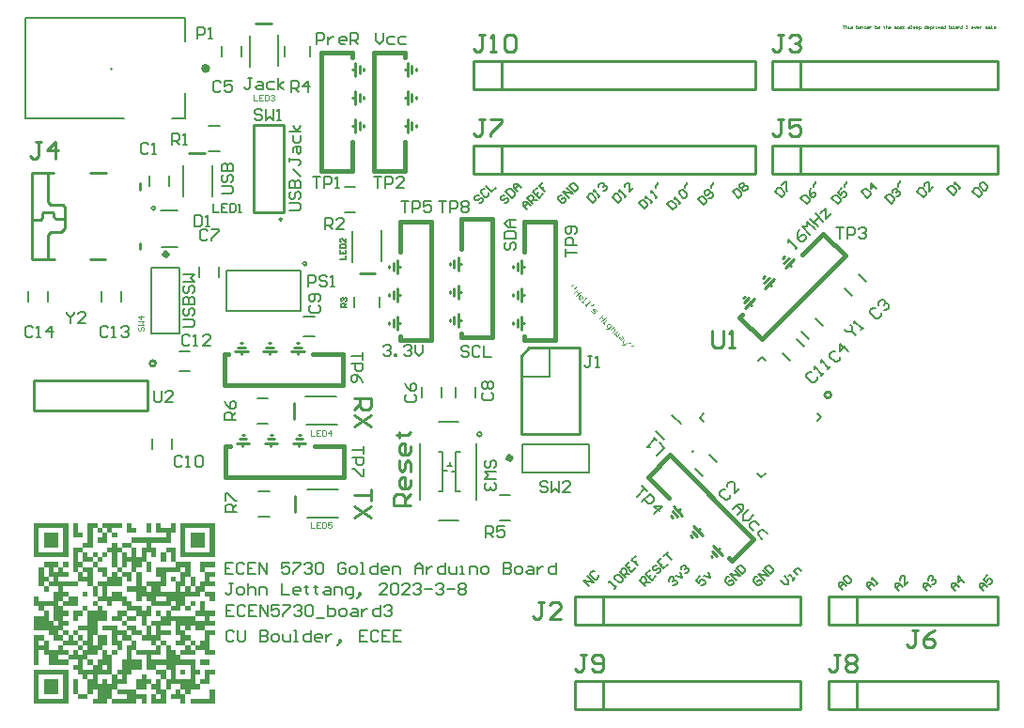
<source format=gto>
G04*
G04 #@! TF.GenerationSoftware,Altium Limited,Altium Designer,21.1.1 (26)*
G04*
G04 Layer_Color=65535*
%FSLAX25Y25*%
%MOIN*%
G70*
G04*
G04 #@! TF.SameCoordinates,7D5D5EFA-C770-4444-A878-D417F12E0F6E*
G04*
G04*
G04 #@! TF.FilePolarity,Positive*
G04*
G01*
G75*
%ADD10C,0.00600*%
%ADD11C,0.02000*%
%ADD12C,0.00394*%
%ADD13C,0.01000*%
%ADD14C,0.01575*%
%ADD15C,0.01500*%
%ADD16C,0.00787*%
%ADD17C,0.00500*%
%ADD18C,0.00800*%
%ADD19C,0.00900*%
%ADD20C,0.00300*%
%ADD21C,0.00400*%
G36*
X55700Y68483D02*
Y68411D01*
Y68339D01*
Y68267D01*
Y68194D01*
Y68122D01*
Y68050D01*
Y67978D01*
Y67906D01*
Y67833D01*
Y67761D01*
Y67689D01*
Y67617D01*
Y67544D01*
Y67472D01*
Y67400D01*
Y67328D01*
Y67256D01*
Y67183D01*
Y67111D01*
Y67039D01*
Y66967D01*
Y66894D01*
Y66822D01*
Y66750D01*
Y66678D01*
Y66606D01*
Y66533D01*
Y66461D01*
Y66389D01*
Y66317D01*
Y66244D01*
Y66172D01*
Y66100D01*
Y66028D01*
Y65956D01*
Y65883D01*
Y65811D01*
Y65739D01*
Y65667D01*
Y65594D01*
Y65522D01*
Y65450D01*
Y65378D01*
Y65306D01*
Y65233D01*
Y65161D01*
Y65089D01*
X53967D01*
Y65017D01*
Y64944D01*
Y64872D01*
Y64800D01*
Y64728D01*
Y64656D01*
Y64583D01*
Y64511D01*
Y64439D01*
Y64367D01*
Y64294D01*
Y64222D01*
Y64150D01*
Y64078D01*
Y64006D01*
Y63933D01*
Y63861D01*
Y63789D01*
Y63717D01*
Y63644D01*
Y63572D01*
Y63500D01*
Y63428D01*
Y63356D01*
Y63283D01*
Y63211D01*
Y63139D01*
Y63067D01*
Y62994D01*
Y62922D01*
Y62850D01*
Y62778D01*
Y62706D01*
Y62633D01*
Y62561D01*
Y62489D01*
Y62417D01*
Y62344D01*
Y62272D01*
Y62200D01*
Y62128D01*
Y62056D01*
Y61983D01*
Y61911D01*
Y61839D01*
Y61767D01*
Y61694D01*
Y61622D01*
X47033D01*
Y61550D01*
Y61478D01*
Y61406D01*
Y61333D01*
Y61261D01*
Y61189D01*
Y61117D01*
Y61044D01*
Y60972D01*
Y60900D01*
Y60828D01*
Y60756D01*
Y60683D01*
Y60611D01*
Y60539D01*
Y60467D01*
Y60394D01*
Y60322D01*
Y60250D01*
Y60178D01*
Y60106D01*
Y60033D01*
Y59961D01*
Y59889D01*
X48767D01*
Y59817D01*
Y59744D01*
Y59672D01*
Y59600D01*
Y59528D01*
Y59456D01*
Y59383D01*
Y59311D01*
Y59239D01*
Y59167D01*
Y59094D01*
Y59022D01*
Y58950D01*
Y58878D01*
Y58806D01*
Y58733D01*
Y58661D01*
Y58589D01*
Y58517D01*
Y58444D01*
Y58372D01*
Y58300D01*
Y58228D01*
Y58156D01*
Y58083D01*
Y58011D01*
Y57939D01*
Y57867D01*
Y57794D01*
Y57722D01*
Y57650D01*
Y57578D01*
Y57506D01*
Y57433D01*
Y57361D01*
Y57289D01*
Y57217D01*
Y57144D01*
Y57072D01*
Y57000D01*
Y56928D01*
Y56856D01*
Y56783D01*
Y56711D01*
Y56639D01*
Y56567D01*
Y56494D01*
Y56422D01*
X47033D01*
Y56494D01*
Y56567D01*
Y56639D01*
Y56711D01*
Y56783D01*
Y56856D01*
Y56928D01*
Y57000D01*
Y57072D01*
Y57144D01*
Y57217D01*
Y57289D01*
Y57361D01*
Y57433D01*
Y57506D01*
Y57578D01*
Y57650D01*
Y57722D01*
Y57794D01*
Y57867D01*
Y57939D01*
Y58011D01*
Y58083D01*
Y58156D01*
X45300D01*
Y58083D01*
Y58011D01*
Y57939D01*
Y57867D01*
Y57794D01*
Y57722D01*
Y57650D01*
Y57578D01*
Y57506D01*
Y57433D01*
Y57361D01*
Y57289D01*
Y57217D01*
Y57144D01*
Y57072D01*
Y57000D01*
Y56928D01*
Y56856D01*
Y56783D01*
Y56711D01*
Y56639D01*
Y56567D01*
Y56494D01*
Y56422D01*
Y56350D01*
Y56278D01*
Y56206D01*
Y56133D01*
Y56061D01*
Y55989D01*
Y55917D01*
Y55844D01*
Y55772D01*
Y55700D01*
Y55628D01*
Y55556D01*
Y55483D01*
Y55411D01*
Y55339D01*
Y55267D01*
Y55194D01*
Y55122D01*
Y55050D01*
Y54978D01*
Y54906D01*
Y54833D01*
Y54761D01*
Y54689D01*
X47033D01*
Y54617D01*
Y54544D01*
Y54472D01*
Y54400D01*
Y54328D01*
Y54256D01*
Y54183D01*
Y54111D01*
Y54039D01*
Y53967D01*
Y53894D01*
Y53822D01*
Y53750D01*
Y53678D01*
Y53606D01*
Y53533D01*
Y53461D01*
Y53389D01*
Y53317D01*
Y53244D01*
Y53172D01*
Y53100D01*
Y53028D01*
Y52956D01*
Y52883D01*
Y52811D01*
Y52739D01*
Y52667D01*
Y52594D01*
Y52522D01*
Y52450D01*
Y52378D01*
Y52306D01*
Y52233D01*
Y52161D01*
Y52089D01*
Y52017D01*
Y51944D01*
Y51872D01*
Y51800D01*
Y51728D01*
Y51656D01*
Y51583D01*
Y51511D01*
Y51439D01*
Y51367D01*
Y51294D01*
Y51222D01*
X45300D01*
Y51294D01*
Y51367D01*
Y51439D01*
Y51511D01*
Y51583D01*
Y51656D01*
Y51728D01*
Y51800D01*
Y51872D01*
Y51944D01*
Y52017D01*
Y52089D01*
Y52161D01*
Y52233D01*
Y52306D01*
Y52378D01*
Y52450D01*
Y52522D01*
Y52594D01*
Y52667D01*
Y52739D01*
Y52811D01*
Y52883D01*
Y52956D01*
Y53028D01*
Y53100D01*
Y53172D01*
Y53244D01*
Y53317D01*
Y53389D01*
Y53461D01*
Y53533D01*
Y53606D01*
Y53678D01*
Y53750D01*
Y53822D01*
Y53894D01*
Y53967D01*
Y54039D01*
Y54111D01*
Y54183D01*
Y54256D01*
Y54328D01*
Y54400D01*
Y54472D01*
Y54544D01*
Y54617D01*
Y54689D01*
X43567D01*
Y54617D01*
Y54544D01*
Y54472D01*
Y54400D01*
Y54328D01*
Y54256D01*
Y54183D01*
Y54111D01*
Y54039D01*
Y53967D01*
Y53894D01*
Y53822D01*
Y53750D01*
Y53678D01*
Y53606D01*
Y53533D01*
Y53461D01*
Y53389D01*
Y53317D01*
Y53244D01*
Y53172D01*
Y53100D01*
Y53028D01*
Y52956D01*
X41833D01*
Y52883D01*
Y52811D01*
Y52739D01*
Y52667D01*
Y52594D01*
Y52522D01*
Y52450D01*
Y52378D01*
Y52306D01*
Y52233D01*
Y52161D01*
Y52089D01*
Y52017D01*
Y51944D01*
Y51872D01*
Y51800D01*
Y51728D01*
Y51656D01*
Y51583D01*
Y51511D01*
Y51439D01*
Y51367D01*
Y51294D01*
Y51222D01*
X43567D01*
Y51150D01*
Y51078D01*
Y51006D01*
Y50933D01*
Y50861D01*
Y50789D01*
Y50717D01*
Y50644D01*
Y50572D01*
Y50500D01*
Y50428D01*
Y50356D01*
Y50283D01*
Y50211D01*
Y50139D01*
Y50067D01*
Y49995D01*
Y49922D01*
Y49850D01*
Y49778D01*
Y49706D01*
Y49633D01*
Y49561D01*
Y49489D01*
Y49417D01*
Y49345D01*
Y49272D01*
Y49200D01*
Y49128D01*
Y49056D01*
Y48983D01*
Y48911D01*
Y48839D01*
Y48767D01*
Y48695D01*
Y48622D01*
Y48550D01*
Y48478D01*
Y48406D01*
Y48333D01*
Y48261D01*
Y48189D01*
Y48117D01*
Y48044D01*
Y47972D01*
Y47900D01*
Y47828D01*
Y47756D01*
Y47683D01*
Y47611D01*
Y47539D01*
Y47467D01*
Y47394D01*
Y47322D01*
Y47250D01*
Y47178D01*
Y47106D01*
Y47033D01*
Y46961D01*
Y46889D01*
Y46817D01*
Y46744D01*
Y46672D01*
Y46600D01*
Y46528D01*
Y46456D01*
Y46383D01*
Y46311D01*
Y46239D01*
Y46167D01*
Y46095D01*
Y46022D01*
X45300D01*
Y45950D01*
Y45878D01*
Y45806D01*
Y45733D01*
Y45661D01*
Y45589D01*
Y45517D01*
Y45445D01*
Y45372D01*
Y45300D01*
Y45228D01*
Y45156D01*
Y45083D01*
Y45011D01*
Y44939D01*
Y44867D01*
Y44794D01*
Y44722D01*
Y44650D01*
Y44578D01*
Y44506D01*
Y44433D01*
Y44361D01*
Y44289D01*
X47033D01*
Y44361D01*
Y44433D01*
Y44506D01*
Y44578D01*
Y44650D01*
Y44722D01*
Y44794D01*
Y44867D01*
Y44939D01*
Y45011D01*
Y45083D01*
Y45156D01*
Y45228D01*
Y45300D01*
Y45372D01*
Y45445D01*
Y45517D01*
Y45589D01*
Y45661D01*
Y45733D01*
Y45806D01*
Y45878D01*
Y45950D01*
Y46022D01*
X45300D01*
Y46095D01*
Y46167D01*
Y46239D01*
Y46311D01*
Y46383D01*
Y46456D01*
Y46528D01*
Y46600D01*
Y46672D01*
Y46744D01*
Y46817D01*
Y46889D01*
Y46961D01*
Y47033D01*
Y47106D01*
Y47178D01*
Y47250D01*
Y47322D01*
Y47394D01*
Y47467D01*
Y47539D01*
Y47611D01*
Y47683D01*
Y47756D01*
X50500D01*
Y47828D01*
Y47900D01*
Y47972D01*
Y48044D01*
Y48117D01*
Y48189D01*
Y48261D01*
Y48333D01*
Y48406D01*
Y48478D01*
Y48550D01*
Y48622D01*
Y48695D01*
Y48767D01*
Y48839D01*
Y48911D01*
Y48983D01*
Y49056D01*
Y49128D01*
Y49200D01*
Y49272D01*
Y49345D01*
Y49417D01*
Y49489D01*
X48767D01*
Y49561D01*
Y49633D01*
Y49706D01*
Y49778D01*
Y49850D01*
Y49922D01*
Y49995D01*
Y50067D01*
Y50139D01*
Y50211D01*
Y50283D01*
Y50356D01*
Y50428D01*
Y50500D01*
Y50572D01*
Y50644D01*
Y50717D01*
Y50789D01*
Y50861D01*
Y50933D01*
Y51006D01*
Y51078D01*
Y51150D01*
Y51222D01*
Y51294D01*
Y51367D01*
Y51439D01*
Y51511D01*
Y51583D01*
Y51656D01*
Y51728D01*
Y51800D01*
Y51872D01*
Y51944D01*
Y52017D01*
Y52089D01*
Y52161D01*
Y52233D01*
Y52306D01*
Y52378D01*
Y52450D01*
Y52522D01*
Y52594D01*
Y52667D01*
Y52739D01*
Y52811D01*
Y52883D01*
Y52956D01*
X55700D01*
Y53028D01*
Y53100D01*
Y53172D01*
Y53244D01*
Y53317D01*
Y53389D01*
Y53461D01*
Y53533D01*
Y53606D01*
Y53678D01*
Y53750D01*
Y53822D01*
Y53894D01*
Y53967D01*
Y54039D01*
Y54111D01*
Y54183D01*
Y54256D01*
Y54328D01*
Y54400D01*
Y54472D01*
Y54544D01*
Y54617D01*
Y54689D01*
X53967D01*
Y54761D01*
Y54833D01*
Y54906D01*
Y54978D01*
Y55050D01*
Y55122D01*
Y55194D01*
Y55267D01*
Y55339D01*
Y55411D01*
Y55483D01*
Y55556D01*
Y55628D01*
Y55700D01*
Y55772D01*
Y55844D01*
Y55917D01*
Y55989D01*
Y56061D01*
Y56133D01*
Y56206D01*
Y56278D01*
Y56350D01*
Y56422D01*
Y56494D01*
Y56567D01*
Y56639D01*
Y56711D01*
Y56783D01*
Y56856D01*
Y56928D01*
Y57000D01*
Y57072D01*
Y57144D01*
Y57217D01*
Y57289D01*
Y57361D01*
Y57433D01*
Y57506D01*
Y57578D01*
Y57650D01*
Y57722D01*
Y57794D01*
Y57867D01*
Y57939D01*
Y58011D01*
Y58083D01*
Y58156D01*
X52233D01*
Y58228D01*
Y58300D01*
Y58372D01*
Y58444D01*
Y58517D01*
Y58589D01*
Y58661D01*
Y58733D01*
Y58806D01*
Y58878D01*
Y58950D01*
Y59022D01*
Y59094D01*
Y59167D01*
Y59239D01*
Y59311D01*
Y59383D01*
Y59456D01*
Y59528D01*
Y59600D01*
Y59672D01*
Y59744D01*
Y59817D01*
Y59889D01*
X55700D01*
Y59817D01*
Y59744D01*
Y59672D01*
Y59600D01*
Y59528D01*
Y59456D01*
Y59383D01*
Y59311D01*
Y59239D01*
Y59167D01*
Y59094D01*
Y59022D01*
Y58950D01*
Y58878D01*
Y58806D01*
Y58733D01*
Y58661D01*
Y58589D01*
Y58517D01*
Y58444D01*
Y58372D01*
Y58300D01*
Y58228D01*
Y58156D01*
Y58083D01*
Y58011D01*
Y57939D01*
Y57867D01*
Y57794D01*
Y57722D01*
Y57650D01*
Y57578D01*
Y57506D01*
Y57433D01*
Y57361D01*
Y57289D01*
Y57217D01*
Y57144D01*
Y57072D01*
Y57000D01*
Y56928D01*
Y56856D01*
Y56783D01*
Y56711D01*
Y56639D01*
Y56567D01*
Y56494D01*
Y56422D01*
Y56350D01*
Y56278D01*
Y56206D01*
Y56133D01*
Y56061D01*
Y55989D01*
Y55917D01*
Y55844D01*
Y55772D01*
Y55700D01*
Y55628D01*
Y55556D01*
Y55483D01*
Y55411D01*
Y55339D01*
Y55267D01*
Y55194D01*
Y55122D01*
Y55050D01*
Y54978D01*
Y54906D01*
Y54833D01*
Y54761D01*
Y54689D01*
X60900D01*
Y54617D01*
Y54544D01*
Y54472D01*
Y54400D01*
Y54328D01*
Y54256D01*
Y54183D01*
Y54111D01*
Y54039D01*
Y53967D01*
Y53894D01*
Y53822D01*
Y53750D01*
Y53678D01*
Y53606D01*
Y53533D01*
Y53461D01*
Y53389D01*
Y53317D01*
Y53244D01*
Y53172D01*
Y53100D01*
Y53028D01*
Y52956D01*
Y52883D01*
Y52811D01*
Y52739D01*
Y52667D01*
Y52594D01*
Y52522D01*
Y52450D01*
Y52378D01*
Y52306D01*
Y52233D01*
Y52161D01*
Y52089D01*
Y52017D01*
Y51944D01*
Y51872D01*
Y51800D01*
Y51728D01*
Y51656D01*
Y51583D01*
Y51511D01*
Y51439D01*
Y51367D01*
Y51294D01*
Y51222D01*
Y51150D01*
Y51078D01*
Y51006D01*
Y50933D01*
Y50861D01*
Y50789D01*
Y50717D01*
Y50644D01*
Y50572D01*
Y50500D01*
Y50428D01*
Y50356D01*
Y50283D01*
Y50211D01*
Y50139D01*
Y50067D01*
Y49995D01*
Y49922D01*
Y49850D01*
Y49778D01*
Y49706D01*
Y49633D01*
Y49561D01*
Y49489D01*
X62633D01*
Y49417D01*
Y49345D01*
Y49272D01*
Y49200D01*
Y49128D01*
Y49056D01*
Y48983D01*
Y48911D01*
Y48839D01*
Y48767D01*
Y48695D01*
Y48622D01*
Y48550D01*
Y48478D01*
Y48406D01*
Y48333D01*
Y48261D01*
Y48189D01*
Y48117D01*
Y48044D01*
Y47972D01*
Y47900D01*
Y47828D01*
Y47756D01*
Y47683D01*
Y47611D01*
Y47539D01*
Y47467D01*
Y47394D01*
Y47322D01*
Y47250D01*
Y47178D01*
Y47106D01*
Y47033D01*
Y46961D01*
Y46889D01*
Y46817D01*
Y46744D01*
Y46672D01*
Y46600D01*
Y46528D01*
Y46456D01*
Y46383D01*
Y46311D01*
Y46239D01*
Y46167D01*
Y46095D01*
Y46022D01*
X64367D01*
Y46095D01*
Y46167D01*
Y46239D01*
Y46311D01*
Y46383D01*
Y46456D01*
Y46528D01*
Y46600D01*
Y46672D01*
Y46744D01*
Y46817D01*
Y46889D01*
Y46961D01*
Y47033D01*
Y47106D01*
Y47178D01*
Y47250D01*
Y47322D01*
Y47394D01*
Y47467D01*
Y47539D01*
Y47611D01*
Y47683D01*
Y47756D01*
X66100D01*
Y47828D01*
Y47900D01*
Y47972D01*
Y48044D01*
Y48117D01*
Y48189D01*
Y48261D01*
Y48333D01*
Y48406D01*
Y48478D01*
Y48550D01*
Y48622D01*
Y48695D01*
Y48767D01*
Y48839D01*
Y48911D01*
Y48983D01*
Y49056D01*
Y49128D01*
Y49200D01*
Y49272D01*
Y49345D01*
Y49417D01*
Y49489D01*
Y49561D01*
Y49633D01*
Y49706D01*
Y49778D01*
Y49850D01*
Y49922D01*
Y49995D01*
Y50067D01*
Y50139D01*
Y50211D01*
Y50283D01*
Y50356D01*
Y50428D01*
Y50500D01*
Y50572D01*
Y50644D01*
Y50717D01*
Y50789D01*
Y50861D01*
Y50933D01*
Y51006D01*
Y51078D01*
Y51150D01*
Y51222D01*
X64367D01*
Y51294D01*
Y51367D01*
Y51439D01*
Y51511D01*
Y51583D01*
Y51656D01*
Y51728D01*
Y51800D01*
Y51872D01*
Y51944D01*
Y52017D01*
Y52089D01*
Y52161D01*
Y52233D01*
Y52306D01*
Y52378D01*
Y52450D01*
Y52522D01*
Y52594D01*
Y52667D01*
Y52739D01*
Y52811D01*
Y52883D01*
Y52956D01*
Y53028D01*
Y53100D01*
Y53172D01*
Y53244D01*
Y53317D01*
Y53389D01*
Y53461D01*
Y53533D01*
Y53606D01*
Y53678D01*
Y53750D01*
Y53822D01*
Y53894D01*
Y53967D01*
Y54039D01*
Y54111D01*
Y54183D01*
Y54256D01*
Y54328D01*
Y54400D01*
Y54472D01*
Y54544D01*
Y54617D01*
Y54689D01*
X69567D01*
Y54617D01*
Y54544D01*
Y54472D01*
Y54400D01*
Y54328D01*
Y54256D01*
Y54183D01*
Y54111D01*
Y54039D01*
Y53967D01*
Y53894D01*
Y53822D01*
Y53750D01*
Y53678D01*
Y53606D01*
Y53533D01*
Y53461D01*
Y53389D01*
Y53317D01*
Y53244D01*
Y53172D01*
Y53100D01*
Y53028D01*
Y52956D01*
X66100D01*
Y52883D01*
Y52811D01*
Y52739D01*
Y52667D01*
Y52594D01*
Y52522D01*
Y52450D01*
Y52378D01*
Y52306D01*
Y52233D01*
Y52161D01*
Y52089D01*
Y52017D01*
Y51944D01*
Y51872D01*
Y51800D01*
Y51728D01*
Y51656D01*
Y51583D01*
Y51511D01*
Y51439D01*
Y51367D01*
Y51294D01*
Y51222D01*
X69567D01*
Y51150D01*
Y51078D01*
Y51006D01*
Y50933D01*
Y50861D01*
Y50789D01*
Y50717D01*
Y50644D01*
Y50572D01*
Y50500D01*
Y50428D01*
Y50356D01*
Y50283D01*
Y50211D01*
Y50139D01*
Y50067D01*
Y49995D01*
Y49922D01*
Y49850D01*
Y49778D01*
Y49706D01*
Y49633D01*
Y49561D01*
Y49489D01*
X67833D01*
Y49417D01*
Y49345D01*
Y49272D01*
Y49200D01*
Y49128D01*
Y49056D01*
Y48983D01*
Y48911D01*
Y48839D01*
Y48767D01*
Y48695D01*
Y48622D01*
Y48550D01*
Y48478D01*
Y48406D01*
Y48333D01*
Y48261D01*
Y48189D01*
Y48117D01*
Y48044D01*
Y47972D01*
Y47900D01*
Y47828D01*
Y47756D01*
X69567D01*
Y47683D01*
Y47611D01*
Y47539D01*
Y47467D01*
Y47394D01*
Y47322D01*
Y47250D01*
Y47178D01*
Y47106D01*
Y47033D01*
Y46961D01*
Y46889D01*
Y46817D01*
Y46744D01*
Y46672D01*
Y46600D01*
Y46528D01*
Y46456D01*
Y46383D01*
Y46311D01*
Y46239D01*
Y46167D01*
Y46095D01*
Y46022D01*
X66100D01*
Y45950D01*
Y45878D01*
Y45806D01*
Y45733D01*
Y45661D01*
Y45589D01*
Y45517D01*
Y45445D01*
Y45372D01*
Y45300D01*
Y45228D01*
Y45156D01*
Y45083D01*
Y45011D01*
Y44939D01*
Y44867D01*
Y44794D01*
Y44722D01*
Y44650D01*
Y44578D01*
Y44506D01*
Y44433D01*
Y44361D01*
Y44289D01*
X69567D01*
Y44217D01*
Y44144D01*
Y44072D01*
Y44000D01*
Y43928D01*
Y43856D01*
Y43783D01*
Y43711D01*
Y43639D01*
Y43567D01*
Y43494D01*
Y43422D01*
Y43350D01*
Y43278D01*
Y43206D01*
Y43133D01*
Y43061D01*
Y42989D01*
Y42917D01*
Y42845D01*
Y42772D01*
Y42700D01*
Y42628D01*
Y42556D01*
Y42483D01*
Y42411D01*
Y42339D01*
Y42267D01*
Y42195D01*
Y42122D01*
Y42050D01*
Y41978D01*
Y41906D01*
Y41833D01*
Y41761D01*
Y41689D01*
Y41617D01*
Y41544D01*
Y41472D01*
Y41400D01*
Y41328D01*
Y41256D01*
Y41183D01*
Y41111D01*
Y41039D01*
Y40967D01*
Y40894D01*
Y40822D01*
X67833D01*
Y40894D01*
Y40967D01*
Y41039D01*
Y41111D01*
Y41183D01*
Y41256D01*
Y41328D01*
Y41400D01*
Y41472D01*
Y41544D01*
Y41617D01*
Y41689D01*
Y41761D01*
Y41833D01*
Y41906D01*
Y41978D01*
Y42050D01*
Y42122D01*
Y42195D01*
Y42267D01*
Y42339D01*
Y42411D01*
Y42483D01*
Y42556D01*
X66100D01*
Y42628D01*
Y42700D01*
Y42772D01*
Y42845D01*
Y42917D01*
Y42989D01*
Y43061D01*
Y43133D01*
Y43206D01*
Y43278D01*
Y43350D01*
Y43422D01*
Y43494D01*
Y43567D01*
Y43639D01*
Y43711D01*
Y43783D01*
Y43856D01*
Y43928D01*
Y44000D01*
Y44072D01*
Y44144D01*
Y44217D01*
Y44289D01*
X64367D01*
Y44217D01*
Y44144D01*
Y44072D01*
Y44000D01*
Y43928D01*
Y43856D01*
Y43783D01*
Y43711D01*
Y43639D01*
Y43567D01*
Y43494D01*
Y43422D01*
Y43350D01*
Y43278D01*
Y43206D01*
Y43133D01*
Y43061D01*
Y42989D01*
Y42917D01*
Y42845D01*
Y42772D01*
Y42700D01*
Y42628D01*
Y42556D01*
X59167D01*
Y42483D01*
Y42411D01*
Y42339D01*
Y42267D01*
Y42195D01*
Y42122D01*
Y42050D01*
Y41978D01*
Y41906D01*
Y41833D01*
Y41761D01*
Y41689D01*
Y41617D01*
Y41544D01*
Y41472D01*
Y41400D01*
Y41328D01*
Y41256D01*
Y41183D01*
Y41111D01*
Y41039D01*
Y40967D01*
Y40894D01*
Y40822D01*
Y40750D01*
Y40678D01*
Y40606D01*
Y40533D01*
Y40461D01*
Y40389D01*
Y40317D01*
Y40244D01*
Y40172D01*
Y40100D01*
Y40028D01*
Y39956D01*
Y39883D01*
Y39811D01*
Y39739D01*
Y39667D01*
Y39595D01*
Y39522D01*
Y39450D01*
Y39378D01*
Y39306D01*
Y39233D01*
Y39161D01*
Y39089D01*
X60900D01*
Y39017D01*
Y38945D01*
Y38872D01*
Y38800D01*
Y38728D01*
Y38656D01*
Y38583D01*
Y38511D01*
Y38439D01*
Y38367D01*
Y38295D01*
Y38222D01*
Y38150D01*
Y38078D01*
Y38006D01*
Y37933D01*
Y37861D01*
Y37789D01*
Y37717D01*
Y37644D01*
Y37572D01*
Y37500D01*
Y37428D01*
Y37356D01*
X59167D01*
Y37428D01*
Y37500D01*
Y37572D01*
Y37644D01*
Y37717D01*
Y37789D01*
Y37861D01*
Y37933D01*
Y38006D01*
Y38078D01*
Y38150D01*
Y38222D01*
Y38295D01*
Y38367D01*
Y38439D01*
Y38511D01*
Y38583D01*
Y38656D01*
Y38728D01*
Y38800D01*
Y38872D01*
Y38945D01*
Y39017D01*
Y39089D01*
X57433D01*
Y39017D01*
Y38945D01*
Y38872D01*
Y38800D01*
Y38728D01*
Y38656D01*
Y38583D01*
Y38511D01*
Y38439D01*
Y38367D01*
Y38295D01*
Y38222D01*
Y38150D01*
Y38078D01*
Y38006D01*
Y37933D01*
Y37861D01*
Y37789D01*
Y37717D01*
Y37644D01*
Y37572D01*
Y37500D01*
Y37428D01*
Y37356D01*
X53967D01*
Y37428D01*
Y37500D01*
Y37572D01*
Y37644D01*
Y37717D01*
Y37789D01*
Y37861D01*
Y37933D01*
Y38006D01*
Y38078D01*
Y38150D01*
Y38222D01*
Y38295D01*
Y38367D01*
Y38439D01*
Y38511D01*
Y38583D01*
Y38656D01*
Y38728D01*
Y38800D01*
Y38872D01*
Y38945D01*
Y39017D01*
Y39089D01*
X47033D01*
Y39161D01*
Y39233D01*
Y39306D01*
Y39378D01*
Y39450D01*
Y39522D01*
Y39595D01*
Y39667D01*
Y39739D01*
Y39811D01*
Y39883D01*
Y39956D01*
Y40028D01*
Y40100D01*
Y40172D01*
Y40244D01*
Y40317D01*
Y40389D01*
Y40461D01*
Y40533D01*
Y40606D01*
Y40678D01*
Y40750D01*
Y40822D01*
X45300D01*
Y40894D01*
Y40967D01*
Y41039D01*
Y41111D01*
Y41183D01*
Y41256D01*
Y41328D01*
Y41400D01*
Y41472D01*
Y41544D01*
Y41617D01*
Y41689D01*
Y41761D01*
Y41833D01*
Y41906D01*
Y41978D01*
Y42050D01*
Y42122D01*
Y42195D01*
Y42267D01*
Y42339D01*
Y42411D01*
Y42483D01*
Y42556D01*
X43567D01*
Y42483D01*
Y42411D01*
Y42339D01*
Y42267D01*
Y42195D01*
Y42122D01*
Y42050D01*
Y41978D01*
Y41906D01*
Y41833D01*
Y41761D01*
Y41689D01*
Y41617D01*
Y41544D01*
Y41472D01*
Y41400D01*
Y41328D01*
Y41256D01*
Y41183D01*
Y41111D01*
Y41039D01*
Y40967D01*
Y40894D01*
Y40822D01*
X41833D01*
Y40894D01*
Y40967D01*
Y41039D01*
Y41111D01*
Y41183D01*
Y41256D01*
Y41328D01*
Y41400D01*
Y41472D01*
Y41544D01*
Y41617D01*
Y41689D01*
Y41761D01*
Y41833D01*
Y41906D01*
Y41978D01*
Y42050D01*
Y42122D01*
Y42195D01*
Y42267D01*
Y42339D01*
Y42411D01*
Y42483D01*
Y42556D01*
Y42628D01*
Y42700D01*
Y42772D01*
Y42845D01*
Y42917D01*
Y42989D01*
Y43061D01*
Y43133D01*
Y43206D01*
Y43278D01*
Y43350D01*
Y43422D01*
Y43494D01*
Y43567D01*
Y43639D01*
Y43711D01*
Y43783D01*
Y43856D01*
Y43928D01*
Y44000D01*
Y44072D01*
Y44144D01*
Y44217D01*
Y44289D01*
X38367D01*
Y44361D01*
Y44433D01*
Y44506D01*
Y44578D01*
Y44650D01*
Y44722D01*
Y44794D01*
Y44867D01*
Y44939D01*
Y45011D01*
Y45083D01*
Y45156D01*
Y45228D01*
Y45300D01*
Y45372D01*
Y45445D01*
Y45517D01*
Y45589D01*
Y45661D01*
Y45733D01*
Y45806D01*
Y45878D01*
Y45950D01*
Y46022D01*
X41833D01*
Y46095D01*
Y46167D01*
Y46239D01*
Y46311D01*
Y46383D01*
Y46456D01*
Y46528D01*
Y46600D01*
Y46672D01*
Y46744D01*
Y46817D01*
Y46889D01*
Y46961D01*
Y47033D01*
Y47106D01*
Y47178D01*
Y47250D01*
Y47322D01*
Y47394D01*
Y47467D01*
Y47539D01*
Y47611D01*
Y47683D01*
Y47756D01*
Y47828D01*
Y47900D01*
Y47972D01*
Y48044D01*
Y48117D01*
Y48189D01*
Y48261D01*
Y48333D01*
Y48406D01*
Y48478D01*
Y48550D01*
Y48622D01*
Y48695D01*
Y48767D01*
Y48839D01*
Y48911D01*
Y48983D01*
Y49056D01*
Y49128D01*
Y49200D01*
Y49272D01*
Y49345D01*
Y49417D01*
Y49489D01*
Y49561D01*
Y49633D01*
Y49706D01*
Y49778D01*
Y49850D01*
Y49922D01*
Y49995D01*
Y50067D01*
Y50139D01*
Y50211D01*
Y50283D01*
Y50356D01*
Y50428D01*
Y50500D01*
Y50572D01*
Y50644D01*
Y50717D01*
Y50789D01*
Y50861D01*
Y50933D01*
Y51006D01*
Y51078D01*
Y51150D01*
Y51222D01*
X40100D01*
Y51294D01*
Y51367D01*
Y51439D01*
Y51511D01*
Y51583D01*
Y51656D01*
Y51728D01*
Y51800D01*
Y51872D01*
Y51944D01*
Y52017D01*
Y52089D01*
Y52161D01*
Y52233D01*
Y52306D01*
Y52378D01*
Y52450D01*
Y52522D01*
Y52594D01*
Y52667D01*
Y52739D01*
Y52811D01*
Y52883D01*
Y52956D01*
Y53028D01*
Y53100D01*
Y53172D01*
Y53244D01*
Y53317D01*
Y53389D01*
Y53461D01*
Y53533D01*
Y53606D01*
Y53678D01*
Y53750D01*
Y53822D01*
Y53894D01*
Y53967D01*
Y54039D01*
Y54111D01*
Y54183D01*
Y54256D01*
Y54328D01*
Y54400D01*
Y54472D01*
Y54544D01*
Y54617D01*
Y54689D01*
X38367D01*
Y54617D01*
Y54544D01*
Y54472D01*
Y54400D01*
Y54328D01*
Y54256D01*
Y54183D01*
Y54111D01*
Y54039D01*
Y53967D01*
Y53894D01*
Y53822D01*
Y53750D01*
Y53678D01*
Y53606D01*
Y53533D01*
Y53461D01*
Y53389D01*
Y53317D01*
Y53244D01*
Y53172D01*
Y53100D01*
Y53028D01*
Y52956D01*
X36633D01*
Y53028D01*
Y53100D01*
Y53172D01*
Y53244D01*
Y53317D01*
Y53389D01*
Y53461D01*
Y53533D01*
Y53606D01*
Y53678D01*
Y53750D01*
Y53822D01*
Y53894D01*
Y53967D01*
Y54039D01*
Y54111D01*
Y54183D01*
Y54256D01*
Y54328D01*
Y54400D01*
Y54472D01*
Y54544D01*
Y54617D01*
Y54689D01*
Y54761D01*
Y54833D01*
Y54906D01*
Y54978D01*
Y55050D01*
Y55122D01*
Y55194D01*
Y55267D01*
Y55339D01*
Y55411D01*
Y55483D01*
Y55556D01*
Y55628D01*
Y55700D01*
Y55772D01*
Y55844D01*
Y55917D01*
Y55989D01*
Y56061D01*
Y56133D01*
Y56206D01*
Y56278D01*
Y56350D01*
Y56422D01*
Y56494D01*
Y56567D01*
Y56639D01*
Y56711D01*
Y56783D01*
Y56856D01*
Y56928D01*
Y57000D01*
Y57072D01*
Y57144D01*
Y57217D01*
Y57289D01*
Y57361D01*
Y57433D01*
Y57506D01*
Y57578D01*
Y57650D01*
Y57722D01*
Y57794D01*
Y57867D01*
Y57939D01*
Y58011D01*
Y58083D01*
Y58156D01*
X34900D01*
Y58083D01*
Y58011D01*
Y57939D01*
Y57867D01*
Y57794D01*
Y57722D01*
Y57650D01*
Y57578D01*
Y57506D01*
Y57433D01*
Y57361D01*
Y57289D01*
Y57217D01*
Y57144D01*
Y57072D01*
Y57000D01*
Y56928D01*
Y56856D01*
Y56783D01*
Y56711D01*
Y56639D01*
Y56567D01*
Y56494D01*
Y56422D01*
Y56350D01*
Y56278D01*
Y56206D01*
Y56133D01*
Y56061D01*
Y55989D01*
Y55917D01*
Y55844D01*
Y55772D01*
Y55700D01*
Y55628D01*
Y55556D01*
Y55483D01*
Y55411D01*
Y55339D01*
Y55267D01*
Y55194D01*
Y55122D01*
Y55050D01*
Y54978D01*
Y54906D01*
Y54833D01*
Y54761D01*
Y54689D01*
Y54617D01*
Y54544D01*
Y54472D01*
Y54400D01*
Y54328D01*
Y54256D01*
Y54183D01*
Y54111D01*
Y54039D01*
Y53967D01*
Y53894D01*
Y53822D01*
Y53750D01*
Y53678D01*
Y53606D01*
Y53533D01*
Y53461D01*
Y53389D01*
Y53317D01*
Y53244D01*
Y53172D01*
Y53100D01*
Y53028D01*
Y52956D01*
X36633D01*
Y52883D01*
Y52811D01*
Y52739D01*
Y52667D01*
Y52594D01*
Y52522D01*
Y52450D01*
Y52378D01*
Y52306D01*
Y52233D01*
Y52161D01*
Y52089D01*
Y52017D01*
Y51944D01*
Y51872D01*
Y51800D01*
Y51728D01*
Y51656D01*
Y51583D01*
Y51511D01*
Y51439D01*
Y51367D01*
Y51294D01*
Y51222D01*
X40100D01*
Y51150D01*
Y51078D01*
Y51006D01*
Y50933D01*
Y50861D01*
Y50789D01*
Y50717D01*
Y50644D01*
Y50572D01*
Y50500D01*
Y50428D01*
Y50356D01*
Y50283D01*
Y50211D01*
Y50139D01*
Y50067D01*
Y49995D01*
Y49922D01*
Y49850D01*
Y49778D01*
Y49706D01*
Y49633D01*
Y49561D01*
Y49489D01*
Y49417D01*
Y49345D01*
Y49272D01*
Y49200D01*
Y49128D01*
Y49056D01*
Y48983D01*
Y48911D01*
Y48839D01*
Y48767D01*
Y48695D01*
Y48622D01*
Y48550D01*
Y48478D01*
Y48406D01*
Y48333D01*
Y48261D01*
Y48189D01*
Y48117D01*
Y48044D01*
Y47972D01*
Y47900D01*
Y47828D01*
Y47756D01*
X38367D01*
Y47828D01*
Y47900D01*
Y47972D01*
Y48044D01*
Y48117D01*
Y48189D01*
Y48261D01*
Y48333D01*
Y48406D01*
Y48478D01*
Y48550D01*
Y48622D01*
Y48695D01*
Y48767D01*
Y48839D01*
Y48911D01*
Y48983D01*
Y49056D01*
Y49128D01*
Y49200D01*
Y49272D01*
Y49345D01*
Y49417D01*
Y49489D01*
X36633D01*
Y49561D01*
Y49633D01*
Y49706D01*
Y49778D01*
Y49850D01*
Y49922D01*
Y49995D01*
Y50067D01*
Y50139D01*
Y50211D01*
Y50283D01*
Y50356D01*
Y50428D01*
Y50500D01*
Y50572D01*
Y50644D01*
Y50717D01*
Y50789D01*
Y50861D01*
Y50933D01*
Y51006D01*
Y51078D01*
Y51150D01*
Y51222D01*
X34900D01*
Y51294D01*
Y51367D01*
Y51439D01*
Y51511D01*
Y51583D01*
Y51656D01*
Y51728D01*
Y51800D01*
Y51872D01*
Y51944D01*
Y52017D01*
Y52089D01*
Y52161D01*
Y52233D01*
Y52306D01*
Y52378D01*
Y52450D01*
Y52522D01*
Y52594D01*
Y52667D01*
Y52739D01*
Y52811D01*
Y52883D01*
Y52956D01*
X33167D01*
Y53028D01*
Y53100D01*
Y53172D01*
Y53244D01*
Y53317D01*
Y53389D01*
Y53461D01*
Y53533D01*
Y53606D01*
Y53678D01*
Y53750D01*
Y53822D01*
Y53894D01*
Y53967D01*
Y54039D01*
Y54111D01*
Y54183D01*
Y54256D01*
Y54328D01*
Y54400D01*
Y54472D01*
Y54544D01*
Y54617D01*
Y54689D01*
Y54761D01*
Y54833D01*
Y54906D01*
Y54978D01*
Y55050D01*
Y55122D01*
Y55194D01*
Y55267D01*
Y55339D01*
Y55411D01*
Y55483D01*
Y55556D01*
Y55628D01*
Y55700D01*
Y55772D01*
Y55844D01*
Y55917D01*
Y55989D01*
Y56061D01*
Y56133D01*
Y56206D01*
Y56278D01*
Y56350D01*
Y56422D01*
Y56494D01*
Y56567D01*
Y56639D01*
Y56711D01*
Y56783D01*
Y56856D01*
Y56928D01*
Y57000D01*
Y57072D01*
Y57144D01*
Y57217D01*
Y57289D01*
Y57361D01*
Y57433D01*
Y57506D01*
Y57578D01*
Y57650D01*
Y57722D01*
Y57794D01*
Y57867D01*
Y57939D01*
Y58011D01*
Y58083D01*
Y58156D01*
X31433D01*
Y58228D01*
Y58300D01*
Y58372D01*
Y58444D01*
Y58517D01*
Y58589D01*
Y58661D01*
Y58733D01*
Y58806D01*
Y58878D01*
Y58950D01*
Y59022D01*
Y59094D01*
Y59167D01*
Y59239D01*
Y59311D01*
Y59383D01*
Y59456D01*
Y59528D01*
Y59600D01*
Y59672D01*
Y59744D01*
Y59817D01*
Y59889D01*
X33167D01*
Y59961D01*
Y60033D01*
Y60106D01*
Y60178D01*
Y60250D01*
Y60322D01*
Y60394D01*
Y60467D01*
Y60539D01*
Y60611D01*
Y60683D01*
Y60756D01*
Y60828D01*
Y60900D01*
Y60972D01*
Y61044D01*
Y61117D01*
Y61189D01*
Y61261D01*
Y61333D01*
Y61406D01*
Y61478D01*
Y61550D01*
Y61622D01*
X34900D01*
Y61550D01*
Y61478D01*
Y61406D01*
Y61333D01*
Y61261D01*
Y61189D01*
Y61117D01*
Y61044D01*
Y60972D01*
Y60900D01*
Y60828D01*
Y60756D01*
Y60683D01*
Y60611D01*
Y60539D01*
Y60467D01*
Y60394D01*
Y60322D01*
Y60250D01*
Y60178D01*
Y60106D01*
Y60033D01*
Y59961D01*
Y59889D01*
X36633D01*
Y59817D01*
Y59744D01*
Y59672D01*
Y59600D01*
Y59528D01*
Y59456D01*
Y59383D01*
Y59311D01*
Y59239D01*
Y59167D01*
Y59094D01*
Y59022D01*
Y58950D01*
Y58878D01*
Y58806D01*
Y58733D01*
Y58661D01*
Y58589D01*
Y58517D01*
Y58444D01*
Y58372D01*
Y58300D01*
Y58228D01*
Y58156D01*
X38367D01*
Y58083D01*
Y58011D01*
Y57939D01*
Y57867D01*
Y57794D01*
Y57722D01*
Y57650D01*
Y57578D01*
Y57506D01*
Y57433D01*
Y57361D01*
Y57289D01*
Y57217D01*
Y57144D01*
Y57072D01*
Y57000D01*
Y56928D01*
Y56856D01*
Y56783D01*
Y56711D01*
Y56639D01*
Y56567D01*
Y56494D01*
Y56422D01*
X40100D01*
Y56494D01*
Y56567D01*
Y56639D01*
Y56711D01*
Y56783D01*
Y56856D01*
Y56928D01*
Y57000D01*
Y57072D01*
Y57144D01*
Y57217D01*
Y57289D01*
Y57361D01*
Y57433D01*
Y57506D01*
Y57578D01*
Y57650D01*
Y57722D01*
Y57794D01*
Y57867D01*
Y57939D01*
Y58011D01*
Y58083D01*
Y58156D01*
Y58228D01*
Y58300D01*
Y58372D01*
Y58444D01*
Y58517D01*
Y58589D01*
Y58661D01*
Y58733D01*
Y58806D01*
Y58878D01*
Y58950D01*
Y59022D01*
Y59094D01*
Y59167D01*
Y59239D01*
Y59311D01*
Y59383D01*
Y59456D01*
Y59528D01*
Y59600D01*
Y59672D01*
Y59744D01*
Y59817D01*
Y59889D01*
X36633D01*
Y59961D01*
Y60033D01*
Y60106D01*
Y60178D01*
Y60250D01*
Y60322D01*
Y60394D01*
Y60467D01*
Y60539D01*
Y60611D01*
Y60683D01*
Y60756D01*
Y60828D01*
Y60900D01*
Y60972D01*
Y61044D01*
Y61117D01*
Y61189D01*
Y61261D01*
Y61333D01*
Y61406D01*
Y61478D01*
Y61550D01*
Y61622D01*
X40100D01*
Y61550D01*
Y61478D01*
Y61406D01*
Y61333D01*
Y61261D01*
Y61189D01*
Y61117D01*
Y61044D01*
Y60972D01*
Y60900D01*
Y60828D01*
Y60756D01*
Y60683D01*
Y60611D01*
Y60539D01*
Y60467D01*
Y60394D01*
Y60322D01*
Y60250D01*
Y60178D01*
Y60106D01*
Y60033D01*
Y59961D01*
Y59889D01*
X41833D01*
Y59817D01*
Y59744D01*
Y59672D01*
Y59600D01*
Y59528D01*
Y59456D01*
Y59383D01*
Y59311D01*
Y59239D01*
Y59167D01*
Y59094D01*
Y59022D01*
Y58950D01*
Y58878D01*
Y58806D01*
Y58733D01*
Y58661D01*
Y58589D01*
Y58517D01*
Y58444D01*
Y58372D01*
Y58300D01*
Y58228D01*
Y58156D01*
Y58083D01*
Y58011D01*
Y57939D01*
Y57867D01*
Y57794D01*
Y57722D01*
Y57650D01*
Y57578D01*
Y57506D01*
Y57433D01*
Y57361D01*
Y57289D01*
Y57217D01*
Y57144D01*
Y57072D01*
Y57000D01*
Y56928D01*
Y56856D01*
Y56783D01*
Y56711D01*
Y56639D01*
Y56567D01*
Y56494D01*
Y56422D01*
X43567D01*
Y56494D01*
Y56567D01*
Y56639D01*
Y56711D01*
Y56783D01*
Y56856D01*
Y56928D01*
Y57000D01*
Y57072D01*
Y57144D01*
Y57217D01*
Y57289D01*
Y57361D01*
Y57433D01*
Y57506D01*
Y57578D01*
Y57650D01*
Y57722D01*
Y57794D01*
Y57867D01*
Y57939D01*
Y58011D01*
Y58083D01*
Y58156D01*
Y58228D01*
Y58300D01*
Y58372D01*
Y58444D01*
Y58517D01*
Y58589D01*
Y58661D01*
Y58733D01*
Y58806D01*
Y58878D01*
Y58950D01*
Y59022D01*
Y59094D01*
Y59167D01*
Y59239D01*
Y59311D01*
Y59383D01*
Y59456D01*
Y59528D01*
Y59600D01*
Y59672D01*
Y59744D01*
Y59817D01*
Y59889D01*
X45300D01*
Y59961D01*
Y60033D01*
Y60106D01*
Y60178D01*
Y60250D01*
Y60322D01*
Y60394D01*
Y60467D01*
Y60539D01*
Y60611D01*
Y60683D01*
Y60756D01*
Y60828D01*
Y60900D01*
Y60972D01*
Y61044D01*
Y61117D01*
Y61189D01*
Y61261D01*
Y61333D01*
Y61406D01*
Y61478D01*
Y61550D01*
Y61622D01*
X40100D01*
Y61694D01*
Y61767D01*
Y61839D01*
Y61911D01*
Y61983D01*
Y62056D01*
Y62128D01*
Y62200D01*
Y62272D01*
Y62344D01*
Y62417D01*
Y62489D01*
Y62561D01*
Y62633D01*
Y62706D01*
Y62778D01*
Y62850D01*
Y62922D01*
Y62994D01*
Y63067D01*
Y63139D01*
Y63211D01*
Y63283D01*
Y63356D01*
X52233D01*
Y63428D01*
Y63500D01*
Y63572D01*
Y63644D01*
Y63717D01*
Y63789D01*
Y63861D01*
Y63933D01*
Y64006D01*
Y64078D01*
Y64150D01*
Y64222D01*
Y64294D01*
Y64367D01*
Y64439D01*
Y64511D01*
Y64583D01*
Y64656D01*
Y64728D01*
Y64800D01*
Y64872D01*
Y64944D01*
Y65017D01*
Y65089D01*
X48767D01*
Y65161D01*
Y65233D01*
Y65306D01*
Y65378D01*
Y65450D01*
Y65522D01*
Y65594D01*
Y65667D01*
Y65739D01*
Y65811D01*
Y65883D01*
Y65956D01*
Y66028D01*
Y66100D01*
Y66172D01*
Y66244D01*
Y66317D01*
Y66389D01*
Y66461D01*
Y66533D01*
Y66606D01*
Y66678D01*
Y66750D01*
Y66822D01*
Y66894D01*
Y66967D01*
Y67039D01*
Y67111D01*
Y67183D01*
Y67256D01*
Y67328D01*
Y67400D01*
Y67472D01*
Y67544D01*
Y67617D01*
Y67689D01*
Y67761D01*
Y67833D01*
Y67906D01*
Y67978D01*
Y68050D01*
Y68122D01*
Y68194D01*
Y68267D01*
Y68339D01*
Y68411D01*
Y68483D01*
Y68556D01*
X50500D01*
Y68483D01*
Y68411D01*
Y68339D01*
Y68267D01*
Y68194D01*
Y68122D01*
Y68050D01*
Y67978D01*
Y67906D01*
Y67833D01*
Y67761D01*
Y67689D01*
Y67617D01*
Y67544D01*
Y67472D01*
Y67400D01*
Y67328D01*
Y67256D01*
Y67183D01*
Y67111D01*
Y67039D01*
Y66967D01*
Y66894D01*
Y66822D01*
X53967D01*
Y66894D01*
Y66967D01*
Y67039D01*
Y67111D01*
Y67183D01*
Y67256D01*
Y67328D01*
Y67400D01*
Y67472D01*
Y67544D01*
Y67617D01*
Y67689D01*
Y67761D01*
Y67833D01*
Y67906D01*
Y67978D01*
Y68050D01*
Y68122D01*
Y68194D01*
Y68267D01*
Y68339D01*
Y68411D01*
Y68483D01*
Y68556D01*
X55700D01*
Y68483D01*
D02*
G37*
G36*
X47033D02*
Y68411D01*
Y68339D01*
Y68267D01*
Y68194D01*
Y68122D01*
Y68050D01*
Y67978D01*
Y67906D01*
Y67833D01*
Y67761D01*
Y67689D01*
Y67617D01*
Y67544D01*
Y67472D01*
Y67400D01*
Y67328D01*
Y67256D01*
Y67183D01*
Y67111D01*
Y67039D01*
Y66967D01*
Y66894D01*
Y66822D01*
Y66750D01*
Y66678D01*
Y66606D01*
Y66533D01*
Y66461D01*
Y66389D01*
Y66317D01*
Y66244D01*
Y66172D01*
Y66100D01*
Y66028D01*
Y65956D01*
Y65883D01*
Y65811D01*
Y65739D01*
Y65667D01*
Y65594D01*
Y65522D01*
Y65450D01*
Y65378D01*
Y65306D01*
Y65233D01*
Y65161D01*
Y65089D01*
X45300D01*
Y65161D01*
Y65233D01*
Y65306D01*
Y65378D01*
Y65450D01*
Y65522D01*
Y65594D01*
Y65667D01*
Y65739D01*
Y65811D01*
Y65883D01*
Y65956D01*
Y66028D01*
Y66100D01*
Y66172D01*
Y66244D01*
Y66317D01*
Y66389D01*
Y66461D01*
Y66533D01*
Y66606D01*
Y66678D01*
Y66750D01*
Y66822D01*
Y66894D01*
Y66967D01*
Y67039D01*
Y67111D01*
Y67183D01*
Y67256D01*
Y67328D01*
Y67400D01*
Y67472D01*
Y67544D01*
Y67617D01*
Y67689D01*
Y67761D01*
Y67833D01*
Y67906D01*
Y67978D01*
Y68050D01*
Y68122D01*
Y68194D01*
Y68267D01*
Y68339D01*
Y68411D01*
Y68483D01*
Y68556D01*
X47033D01*
Y68483D01*
D02*
G37*
G36*
X40100D02*
Y68411D01*
Y68339D01*
Y68267D01*
Y68194D01*
Y68122D01*
Y68050D01*
Y67978D01*
Y67906D01*
Y67833D01*
Y67761D01*
Y67689D01*
Y67617D01*
Y67544D01*
Y67472D01*
Y67400D01*
Y67328D01*
Y67256D01*
Y67183D01*
Y67111D01*
Y67039D01*
Y66967D01*
Y66894D01*
Y66822D01*
X41833D01*
Y66750D01*
Y66678D01*
Y66606D01*
Y66533D01*
Y66461D01*
Y66389D01*
Y66317D01*
Y66244D01*
Y66172D01*
Y66100D01*
Y66028D01*
Y65956D01*
Y65883D01*
Y65811D01*
Y65739D01*
Y65667D01*
Y65594D01*
Y65522D01*
Y65450D01*
Y65378D01*
Y65306D01*
Y65233D01*
Y65161D01*
Y65089D01*
X38367D01*
Y65161D01*
Y65233D01*
Y65306D01*
Y65378D01*
Y65450D01*
Y65522D01*
Y65594D01*
Y65667D01*
Y65739D01*
Y65811D01*
Y65883D01*
Y65956D01*
Y66028D01*
Y66100D01*
Y66172D01*
Y66244D01*
Y66317D01*
Y66389D01*
Y66461D01*
Y66533D01*
Y66606D01*
Y66678D01*
Y66750D01*
Y66822D01*
Y66894D01*
Y66967D01*
Y67039D01*
Y67111D01*
Y67183D01*
Y67256D01*
Y67328D01*
Y67400D01*
Y67472D01*
Y67544D01*
Y67617D01*
Y67689D01*
Y67761D01*
Y67833D01*
Y67906D01*
Y67978D01*
Y68050D01*
Y68122D01*
Y68194D01*
Y68267D01*
Y68339D01*
Y68411D01*
Y68483D01*
Y68556D01*
X40100D01*
Y68483D01*
D02*
G37*
G36*
X36633D02*
Y68411D01*
Y68339D01*
Y68267D01*
Y68194D01*
Y68122D01*
Y68050D01*
Y67978D01*
Y67906D01*
Y67833D01*
Y67761D01*
Y67689D01*
Y67617D01*
Y67544D01*
Y67472D01*
Y67400D01*
Y67328D01*
Y67256D01*
Y67183D01*
Y67111D01*
Y67039D01*
Y66967D01*
Y66894D01*
Y66822D01*
X33167D01*
Y66750D01*
Y66678D01*
Y66606D01*
Y66533D01*
Y66461D01*
Y66389D01*
Y66317D01*
Y66244D01*
Y66172D01*
Y66100D01*
Y66028D01*
Y65956D01*
Y65883D01*
Y65811D01*
Y65739D01*
Y65667D01*
Y65594D01*
Y65522D01*
Y65450D01*
Y65378D01*
Y65306D01*
Y65233D01*
Y65161D01*
Y65089D01*
X34900D01*
Y65017D01*
Y64944D01*
Y64872D01*
Y64800D01*
Y64728D01*
Y64656D01*
Y64583D01*
Y64511D01*
Y64439D01*
Y64367D01*
Y64294D01*
Y64222D01*
Y64150D01*
Y64078D01*
Y64006D01*
Y63933D01*
Y63861D01*
Y63789D01*
Y63717D01*
Y63644D01*
Y63572D01*
Y63500D01*
Y63428D01*
Y63356D01*
X33167D01*
Y63428D01*
Y63500D01*
Y63572D01*
Y63644D01*
Y63717D01*
Y63789D01*
Y63861D01*
Y63933D01*
Y64006D01*
Y64078D01*
Y64150D01*
Y64222D01*
Y64294D01*
Y64367D01*
Y64439D01*
Y64511D01*
Y64583D01*
Y64656D01*
Y64728D01*
Y64800D01*
Y64872D01*
Y64944D01*
Y65017D01*
Y65089D01*
X31433D01*
Y65161D01*
Y65233D01*
Y65306D01*
Y65378D01*
Y65450D01*
Y65522D01*
Y65594D01*
Y65667D01*
Y65739D01*
Y65811D01*
Y65883D01*
Y65956D01*
Y66028D01*
Y66100D01*
Y66172D01*
Y66244D01*
Y66317D01*
Y66389D01*
Y66461D01*
Y66533D01*
Y66606D01*
Y66678D01*
Y66750D01*
Y66822D01*
X29700D01*
Y66894D01*
Y66967D01*
Y67039D01*
Y67111D01*
Y67183D01*
Y67256D01*
Y67328D01*
Y67400D01*
Y67472D01*
Y67544D01*
Y67617D01*
Y67689D01*
Y67761D01*
Y67833D01*
Y67906D01*
Y67978D01*
Y68050D01*
Y68122D01*
Y68194D01*
Y68267D01*
Y68339D01*
Y68411D01*
Y68483D01*
Y68556D01*
X36633D01*
Y68483D01*
D02*
G37*
G36*
X21033D02*
Y68411D01*
Y68339D01*
Y68267D01*
Y68194D01*
Y68122D01*
Y68050D01*
Y67978D01*
Y67906D01*
Y67833D01*
Y67761D01*
Y67689D01*
Y67617D01*
Y67544D01*
Y67472D01*
Y67400D01*
Y67328D01*
Y67256D01*
Y67183D01*
Y67111D01*
Y67039D01*
Y66967D01*
Y66894D01*
Y66822D01*
Y66750D01*
Y66678D01*
Y66606D01*
Y66533D01*
Y66461D01*
Y66389D01*
Y66317D01*
Y66244D01*
Y66172D01*
Y66100D01*
Y66028D01*
Y65956D01*
Y65883D01*
Y65811D01*
Y65739D01*
Y65667D01*
Y65594D01*
Y65522D01*
Y65450D01*
Y65378D01*
Y65306D01*
Y65233D01*
Y65161D01*
Y65089D01*
X22767D01*
Y65017D01*
Y64944D01*
Y64872D01*
Y64800D01*
Y64728D01*
Y64656D01*
Y64583D01*
Y64511D01*
Y64439D01*
Y64367D01*
Y64294D01*
Y64222D01*
Y64150D01*
Y64078D01*
Y64006D01*
Y63933D01*
Y63861D01*
Y63789D01*
Y63717D01*
Y63644D01*
Y63572D01*
Y63500D01*
Y63428D01*
Y63356D01*
X19300D01*
Y63428D01*
Y63500D01*
Y63572D01*
Y63644D01*
Y63717D01*
Y63789D01*
Y63861D01*
Y63933D01*
Y64006D01*
Y64078D01*
Y64150D01*
Y64222D01*
Y64294D01*
Y64367D01*
Y64439D01*
Y64511D01*
Y64583D01*
Y64656D01*
Y64728D01*
Y64800D01*
Y64872D01*
Y64944D01*
Y65017D01*
Y65089D01*
Y65161D01*
Y65233D01*
Y65306D01*
Y65378D01*
Y65450D01*
Y65522D01*
Y65594D01*
Y65667D01*
Y65739D01*
Y65811D01*
Y65883D01*
Y65956D01*
Y66028D01*
Y66100D01*
Y66172D01*
Y66244D01*
Y66317D01*
Y66389D01*
Y66461D01*
Y66533D01*
Y66606D01*
Y66678D01*
Y66750D01*
Y66822D01*
Y66894D01*
Y66967D01*
Y67039D01*
Y67111D01*
Y67183D01*
Y67256D01*
Y67328D01*
Y67400D01*
Y67472D01*
Y67544D01*
Y67617D01*
Y67689D01*
Y67761D01*
Y67833D01*
Y67906D01*
Y67978D01*
Y68050D01*
Y68122D01*
Y68194D01*
Y68267D01*
Y68339D01*
Y68411D01*
Y68483D01*
Y68556D01*
X21033D01*
Y68483D01*
D02*
G37*
G36*
X27967D02*
Y68411D01*
Y68339D01*
Y68267D01*
Y68194D01*
Y68122D01*
Y68050D01*
Y67978D01*
Y67906D01*
Y67833D01*
Y67761D01*
Y67689D01*
Y67617D01*
Y67544D01*
Y67472D01*
Y67400D01*
Y67328D01*
Y67256D01*
Y67183D01*
Y67111D01*
Y67039D01*
Y66967D01*
Y66894D01*
Y66822D01*
X29700D01*
Y66750D01*
Y66678D01*
Y66606D01*
Y66533D01*
Y66461D01*
Y66389D01*
Y66317D01*
Y66244D01*
Y66172D01*
Y66100D01*
Y66028D01*
Y65956D01*
Y65883D01*
Y65811D01*
Y65739D01*
Y65667D01*
Y65594D01*
Y65522D01*
Y65450D01*
Y65378D01*
Y65306D01*
Y65233D01*
Y65161D01*
Y65089D01*
X31433D01*
Y65017D01*
Y64944D01*
Y64872D01*
Y64800D01*
Y64728D01*
Y64656D01*
Y64583D01*
Y64511D01*
Y64439D01*
Y64367D01*
Y64294D01*
Y64222D01*
Y64150D01*
Y64078D01*
Y64006D01*
Y63933D01*
Y63861D01*
Y63789D01*
Y63717D01*
Y63644D01*
Y63572D01*
Y63500D01*
Y63428D01*
Y63356D01*
Y63283D01*
Y63211D01*
Y63139D01*
Y63067D01*
Y62994D01*
Y62922D01*
Y62850D01*
Y62778D01*
Y62706D01*
Y62633D01*
Y62561D01*
Y62489D01*
Y62417D01*
Y62344D01*
Y62272D01*
Y62200D01*
Y62128D01*
Y62056D01*
Y61983D01*
Y61911D01*
Y61839D01*
Y61767D01*
Y61694D01*
Y61622D01*
X27967D01*
Y61694D01*
Y61767D01*
Y61839D01*
Y61911D01*
Y61983D01*
Y62056D01*
Y62128D01*
Y62200D01*
Y62272D01*
Y62344D01*
Y62417D01*
Y62489D01*
Y62561D01*
Y62633D01*
Y62706D01*
Y62778D01*
Y62850D01*
Y62922D01*
Y62994D01*
Y63067D01*
Y63139D01*
Y63211D01*
Y63283D01*
Y63356D01*
X29700D01*
Y63428D01*
Y63500D01*
Y63572D01*
Y63644D01*
Y63717D01*
Y63789D01*
Y63861D01*
Y63933D01*
Y64006D01*
Y64078D01*
Y64150D01*
Y64222D01*
Y64294D01*
Y64367D01*
Y64439D01*
Y64511D01*
Y64583D01*
Y64656D01*
Y64728D01*
Y64800D01*
Y64872D01*
Y64944D01*
Y65017D01*
Y65089D01*
X27967D01*
Y65161D01*
Y65233D01*
Y65306D01*
Y65378D01*
Y65450D01*
Y65522D01*
Y65594D01*
Y65667D01*
Y65739D01*
Y65811D01*
Y65883D01*
Y65956D01*
Y66028D01*
Y66100D01*
Y66172D01*
Y66244D01*
Y66317D01*
Y66389D01*
Y66461D01*
Y66533D01*
Y66606D01*
Y66678D01*
Y66750D01*
Y66822D01*
X26233D01*
Y66750D01*
Y66678D01*
Y66606D01*
Y66533D01*
Y66461D01*
Y66389D01*
Y66317D01*
Y66244D01*
Y66172D01*
Y66100D01*
Y66028D01*
Y65956D01*
Y65883D01*
Y65811D01*
Y65739D01*
Y65667D01*
Y65594D01*
Y65522D01*
Y65450D01*
Y65378D01*
Y65306D01*
Y65233D01*
Y65161D01*
Y65089D01*
Y65017D01*
Y64944D01*
Y64872D01*
Y64800D01*
Y64728D01*
Y64656D01*
Y64583D01*
Y64511D01*
Y64439D01*
Y64367D01*
Y64294D01*
Y64222D01*
Y64150D01*
Y64078D01*
Y64006D01*
Y63933D01*
Y63861D01*
Y63789D01*
Y63717D01*
Y63644D01*
Y63572D01*
Y63500D01*
Y63428D01*
Y63356D01*
Y63283D01*
Y63211D01*
Y63139D01*
Y63067D01*
Y62994D01*
Y62922D01*
Y62850D01*
Y62778D01*
Y62706D01*
Y62633D01*
Y62561D01*
Y62489D01*
Y62417D01*
Y62344D01*
Y62272D01*
Y62200D01*
Y62128D01*
Y62056D01*
Y61983D01*
Y61911D01*
Y61839D01*
Y61767D01*
Y61694D01*
Y61622D01*
Y61550D01*
Y61478D01*
Y61406D01*
Y61333D01*
Y61261D01*
Y61189D01*
Y61117D01*
Y61044D01*
Y60972D01*
Y60900D01*
Y60828D01*
Y60756D01*
Y60683D01*
Y60611D01*
Y60539D01*
Y60467D01*
Y60394D01*
Y60322D01*
Y60250D01*
Y60178D01*
Y60106D01*
Y60033D01*
Y59961D01*
Y59889D01*
X22767D01*
Y59961D01*
Y60033D01*
Y60106D01*
Y60178D01*
Y60250D01*
Y60322D01*
Y60394D01*
Y60467D01*
Y60539D01*
Y60611D01*
Y60683D01*
Y60756D01*
Y60828D01*
Y60900D01*
Y60972D01*
Y61044D01*
Y61117D01*
Y61189D01*
Y61261D01*
Y61333D01*
Y61406D01*
Y61478D01*
Y61550D01*
Y61622D01*
X24500D01*
Y61694D01*
Y61767D01*
Y61839D01*
Y61911D01*
Y61983D01*
Y62056D01*
Y62128D01*
Y62200D01*
Y62272D01*
Y62344D01*
Y62417D01*
Y62489D01*
Y62561D01*
Y62633D01*
Y62706D01*
Y62778D01*
Y62850D01*
Y62922D01*
Y62994D01*
Y63067D01*
Y63139D01*
Y63211D01*
Y63283D01*
Y63356D01*
Y63428D01*
Y63500D01*
Y63572D01*
Y63644D01*
Y63717D01*
Y63789D01*
Y63861D01*
Y63933D01*
Y64006D01*
Y64078D01*
Y64150D01*
Y64222D01*
Y64294D01*
Y64367D01*
Y64439D01*
Y64511D01*
Y64583D01*
Y64656D01*
Y64728D01*
Y64800D01*
Y64872D01*
Y64944D01*
Y65017D01*
Y65089D01*
Y65161D01*
Y65233D01*
Y65306D01*
Y65378D01*
Y65450D01*
Y65522D01*
Y65594D01*
Y65667D01*
Y65739D01*
Y65811D01*
Y65883D01*
Y65956D01*
Y66028D01*
Y66100D01*
Y66172D01*
Y66244D01*
Y66317D01*
Y66389D01*
Y66461D01*
Y66533D01*
Y66606D01*
Y66678D01*
Y66750D01*
Y66822D01*
Y66894D01*
Y66967D01*
Y67039D01*
Y67111D01*
Y67183D01*
Y67256D01*
Y67328D01*
Y67400D01*
Y67472D01*
Y67544D01*
Y67617D01*
Y67689D01*
Y67761D01*
Y67833D01*
Y67906D01*
Y67978D01*
Y68050D01*
Y68122D01*
Y68194D01*
Y68267D01*
Y68339D01*
Y68411D01*
Y68483D01*
Y68556D01*
X27967D01*
Y68483D01*
D02*
G37*
G36*
X69567D02*
Y68411D01*
Y68339D01*
Y68267D01*
Y68194D01*
Y68122D01*
Y68050D01*
Y67978D01*
Y67906D01*
Y67833D01*
Y67761D01*
Y67689D01*
Y67617D01*
Y67544D01*
Y67472D01*
Y67400D01*
Y67328D01*
Y67256D01*
Y67183D01*
Y67111D01*
Y67039D01*
Y66967D01*
Y66894D01*
Y66822D01*
Y66750D01*
Y66678D01*
Y66606D01*
Y66533D01*
Y66461D01*
Y66389D01*
Y66317D01*
Y66244D01*
Y66172D01*
Y66100D01*
Y66028D01*
Y65956D01*
Y65883D01*
Y65811D01*
Y65739D01*
Y65667D01*
Y65594D01*
Y65522D01*
Y65450D01*
Y65378D01*
Y65306D01*
Y65233D01*
Y65161D01*
Y65089D01*
Y65017D01*
Y64944D01*
Y64872D01*
Y64800D01*
Y64728D01*
Y64656D01*
Y64583D01*
Y64511D01*
Y64439D01*
Y64367D01*
Y64294D01*
Y64222D01*
Y64150D01*
Y64078D01*
Y64006D01*
Y63933D01*
Y63861D01*
Y63789D01*
Y63717D01*
Y63644D01*
Y63572D01*
Y63500D01*
Y63428D01*
Y63356D01*
Y63283D01*
Y63211D01*
Y63139D01*
Y63067D01*
Y62994D01*
Y62922D01*
Y62850D01*
Y62778D01*
Y62706D01*
Y62633D01*
Y62561D01*
Y62489D01*
Y62417D01*
Y62344D01*
Y62272D01*
Y62200D01*
Y62128D01*
Y62056D01*
Y61983D01*
Y61911D01*
Y61839D01*
Y61767D01*
Y61694D01*
Y61622D01*
Y61550D01*
Y61478D01*
Y61406D01*
Y61333D01*
Y61261D01*
Y61189D01*
Y61117D01*
Y61044D01*
Y60972D01*
Y60900D01*
Y60828D01*
Y60756D01*
Y60683D01*
Y60611D01*
Y60539D01*
Y60467D01*
Y60394D01*
Y60322D01*
Y60250D01*
Y60178D01*
Y60106D01*
Y60033D01*
Y59961D01*
Y59889D01*
Y59817D01*
Y59744D01*
Y59672D01*
Y59600D01*
Y59528D01*
Y59456D01*
Y59383D01*
Y59311D01*
Y59239D01*
Y59167D01*
Y59094D01*
Y59022D01*
Y58950D01*
Y58878D01*
Y58806D01*
Y58733D01*
Y58661D01*
Y58589D01*
Y58517D01*
Y58444D01*
Y58372D01*
Y58300D01*
Y58228D01*
Y58156D01*
Y58083D01*
Y58011D01*
Y57939D01*
Y57867D01*
Y57794D01*
Y57722D01*
Y57650D01*
Y57578D01*
Y57506D01*
Y57433D01*
Y57361D01*
Y57289D01*
Y57217D01*
Y57144D01*
Y57072D01*
Y57000D01*
Y56928D01*
Y56856D01*
Y56783D01*
Y56711D01*
Y56639D01*
Y56567D01*
Y56494D01*
Y56422D01*
X57433D01*
Y56494D01*
Y56567D01*
Y56639D01*
Y56711D01*
Y56783D01*
Y56856D01*
Y56928D01*
Y57000D01*
Y57072D01*
Y57144D01*
Y57217D01*
Y57289D01*
Y57361D01*
Y57433D01*
Y57506D01*
Y57578D01*
Y57650D01*
Y57722D01*
Y57794D01*
Y57867D01*
Y57939D01*
Y58011D01*
Y58083D01*
Y58156D01*
Y58228D01*
Y58300D01*
Y58372D01*
Y58444D01*
Y58517D01*
Y58589D01*
Y58661D01*
Y58733D01*
Y58806D01*
Y58878D01*
Y58950D01*
Y59022D01*
Y59094D01*
Y59167D01*
Y59239D01*
Y59311D01*
Y59383D01*
Y59456D01*
Y59528D01*
Y59600D01*
Y59672D01*
Y59744D01*
Y59817D01*
Y59889D01*
Y59961D01*
Y60033D01*
Y60106D01*
Y60178D01*
Y60250D01*
Y60322D01*
Y60394D01*
Y60467D01*
Y60539D01*
Y60611D01*
Y60683D01*
Y60756D01*
Y60828D01*
Y60900D01*
Y60972D01*
Y61044D01*
Y61117D01*
Y61189D01*
Y61261D01*
Y61333D01*
Y61406D01*
Y61478D01*
Y61550D01*
Y61622D01*
Y61694D01*
Y61767D01*
Y61839D01*
Y61911D01*
Y61983D01*
Y62056D01*
Y62128D01*
Y62200D01*
Y62272D01*
Y62344D01*
Y62417D01*
Y62489D01*
Y62561D01*
Y62633D01*
Y62706D01*
Y62778D01*
Y62850D01*
Y62922D01*
Y62994D01*
Y63067D01*
Y63139D01*
Y63211D01*
Y63283D01*
Y63356D01*
Y63428D01*
Y63500D01*
Y63572D01*
Y63644D01*
Y63717D01*
Y63789D01*
Y63861D01*
Y63933D01*
Y64006D01*
Y64078D01*
Y64150D01*
Y64222D01*
Y64294D01*
Y64367D01*
Y64439D01*
Y64511D01*
Y64583D01*
Y64656D01*
Y64728D01*
Y64800D01*
Y64872D01*
Y64944D01*
Y65017D01*
Y65089D01*
Y65161D01*
Y65233D01*
Y65306D01*
Y65378D01*
Y65450D01*
Y65522D01*
Y65594D01*
Y65667D01*
Y65739D01*
Y65811D01*
Y65883D01*
Y65956D01*
Y66028D01*
Y66100D01*
Y66172D01*
Y66244D01*
Y66317D01*
Y66389D01*
Y66461D01*
Y66533D01*
Y66606D01*
Y66678D01*
Y66750D01*
Y66822D01*
Y66894D01*
Y66967D01*
Y67039D01*
Y67111D01*
Y67183D01*
Y67256D01*
Y67328D01*
Y67400D01*
Y67472D01*
Y67544D01*
Y67617D01*
Y67689D01*
Y67761D01*
Y67833D01*
Y67906D01*
Y67978D01*
Y68050D01*
Y68122D01*
Y68194D01*
Y68267D01*
Y68339D01*
Y68411D01*
Y68483D01*
Y68556D01*
X69567D01*
Y68483D01*
D02*
G37*
G36*
X31433Y58083D02*
Y58011D01*
Y57939D01*
Y57867D01*
Y57794D01*
Y57722D01*
Y57650D01*
Y57578D01*
Y57506D01*
Y57433D01*
Y57361D01*
Y57289D01*
Y57217D01*
Y57144D01*
Y57072D01*
Y57000D01*
Y56928D01*
Y56856D01*
Y56783D01*
Y56711D01*
Y56639D01*
Y56567D01*
Y56494D01*
Y56422D01*
X29700D01*
Y56494D01*
Y56567D01*
Y56639D01*
Y56711D01*
Y56783D01*
Y56856D01*
Y56928D01*
Y57000D01*
Y57072D01*
Y57144D01*
Y57217D01*
Y57289D01*
Y57361D01*
Y57433D01*
Y57506D01*
Y57578D01*
Y57650D01*
Y57722D01*
Y57794D01*
Y57867D01*
Y57939D01*
Y58011D01*
Y58083D01*
Y58156D01*
X31433D01*
Y58083D01*
D02*
G37*
G36*
X17567Y68483D02*
Y68411D01*
Y68339D01*
Y68267D01*
Y68194D01*
Y68122D01*
Y68050D01*
Y67978D01*
Y67906D01*
Y67833D01*
Y67761D01*
Y67689D01*
Y67617D01*
Y67544D01*
Y67472D01*
Y67400D01*
Y67328D01*
Y67256D01*
Y67183D01*
Y67111D01*
Y67039D01*
Y66967D01*
Y66894D01*
Y66822D01*
Y66750D01*
Y66678D01*
Y66606D01*
Y66533D01*
Y66461D01*
Y66389D01*
Y66317D01*
Y66244D01*
Y66172D01*
Y66100D01*
Y66028D01*
Y65956D01*
Y65883D01*
Y65811D01*
Y65739D01*
Y65667D01*
Y65594D01*
Y65522D01*
Y65450D01*
Y65378D01*
Y65306D01*
Y65233D01*
Y65161D01*
Y65089D01*
Y65017D01*
Y64944D01*
Y64872D01*
Y64800D01*
Y64728D01*
Y64656D01*
Y64583D01*
Y64511D01*
Y64439D01*
Y64367D01*
Y64294D01*
Y64222D01*
Y64150D01*
Y64078D01*
Y64006D01*
Y63933D01*
Y63861D01*
Y63789D01*
Y63717D01*
Y63644D01*
Y63572D01*
Y63500D01*
Y63428D01*
Y63356D01*
Y63283D01*
Y63211D01*
Y63139D01*
Y63067D01*
Y62994D01*
Y62922D01*
Y62850D01*
Y62778D01*
Y62706D01*
Y62633D01*
Y62561D01*
Y62489D01*
Y62417D01*
Y62344D01*
Y62272D01*
Y62200D01*
Y62128D01*
Y62056D01*
Y61983D01*
Y61911D01*
Y61839D01*
Y61767D01*
Y61694D01*
Y61622D01*
Y61550D01*
Y61478D01*
Y61406D01*
Y61333D01*
Y61261D01*
Y61189D01*
Y61117D01*
Y61044D01*
Y60972D01*
Y60900D01*
Y60828D01*
Y60756D01*
Y60683D01*
Y60611D01*
Y60539D01*
Y60467D01*
Y60394D01*
Y60322D01*
Y60250D01*
Y60178D01*
Y60106D01*
Y60033D01*
Y59961D01*
Y59889D01*
Y59817D01*
Y59744D01*
Y59672D01*
Y59600D01*
Y59528D01*
Y59456D01*
Y59383D01*
Y59311D01*
Y59239D01*
Y59167D01*
Y59094D01*
Y59022D01*
Y58950D01*
Y58878D01*
Y58806D01*
Y58733D01*
Y58661D01*
Y58589D01*
Y58517D01*
Y58444D01*
Y58372D01*
Y58300D01*
Y58228D01*
Y58156D01*
Y58083D01*
Y58011D01*
Y57939D01*
Y57867D01*
Y57794D01*
Y57722D01*
Y57650D01*
Y57578D01*
Y57506D01*
Y57433D01*
Y57361D01*
Y57289D01*
Y57217D01*
Y57144D01*
Y57072D01*
Y57000D01*
Y56928D01*
Y56856D01*
Y56783D01*
Y56711D01*
Y56639D01*
Y56567D01*
Y56494D01*
Y56422D01*
X5433D01*
Y56494D01*
Y56567D01*
Y56639D01*
Y56711D01*
Y56783D01*
Y56856D01*
Y56928D01*
Y57000D01*
Y57072D01*
Y57144D01*
Y57217D01*
Y57289D01*
Y57361D01*
Y57433D01*
Y57506D01*
Y57578D01*
Y57650D01*
Y57722D01*
Y57794D01*
Y57867D01*
Y57939D01*
Y58011D01*
Y58083D01*
Y58156D01*
Y58228D01*
Y58300D01*
Y58372D01*
Y58444D01*
Y58517D01*
Y58589D01*
Y58661D01*
Y58733D01*
Y58806D01*
Y58878D01*
Y58950D01*
Y59022D01*
Y59094D01*
Y59167D01*
Y59239D01*
Y59311D01*
Y59383D01*
Y59456D01*
Y59528D01*
Y59600D01*
Y59672D01*
Y59744D01*
Y59817D01*
Y59889D01*
Y59961D01*
Y60033D01*
Y60106D01*
Y60178D01*
Y60250D01*
Y60322D01*
Y60394D01*
Y60467D01*
Y60539D01*
Y60611D01*
Y60683D01*
Y60756D01*
Y60828D01*
Y60900D01*
Y60972D01*
Y61044D01*
Y61117D01*
Y61189D01*
Y61261D01*
Y61333D01*
Y61406D01*
Y61478D01*
Y61550D01*
Y61622D01*
Y61694D01*
Y61767D01*
Y61839D01*
Y61911D01*
Y61983D01*
Y62056D01*
Y62128D01*
Y62200D01*
Y62272D01*
Y62344D01*
Y62417D01*
Y62489D01*
Y62561D01*
Y62633D01*
Y62706D01*
Y62778D01*
Y62850D01*
Y62922D01*
Y62994D01*
Y63067D01*
Y63139D01*
Y63211D01*
Y63283D01*
Y63356D01*
Y63428D01*
Y63500D01*
Y63572D01*
Y63644D01*
Y63717D01*
Y63789D01*
Y63861D01*
Y63933D01*
Y64006D01*
Y64078D01*
Y64150D01*
Y64222D01*
Y64294D01*
Y64367D01*
Y64439D01*
Y64511D01*
Y64583D01*
Y64656D01*
Y64728D01*
Y64800D01*
Y64872D01*
Y64944D01*
Y65017D01*
Y65089D01*
Y65161D01*
Y65233D01*
Y65306D01*
Y65378D01*
Y65450D01*
Y65522D01*
Y65594D01*
Y65667D01*
Y65739D01*
Y65811D01*
Y65883D01*
Y65956D01*
Y66028D01*
Y66100D01*
Y66172D01*
Y66244D01*
Y66317D01*
Y66389D01*
Y66461D01*
Y66533D01*
Y66606D01*
Y66678D01*
Y66750D01*
Y66822D01*
Y66894D01*
Y66967D01*
Y67039D01*
Y67111D01*
Y67183D01*
Y67256D01*
Y67328D01*
Y67400D01*
Y67472D01*
Y67544D01*
Y67617D01*
Y67689D01*
Y67761D01*
Y67833D01*
Y67906D01*
Y67978D01*
Y68050D01*
Y68122D01*
Y68194D01*
Y68267D01*
Y68339D01*
Y68411D01*
Y68483D01*
Y68556D01*
X17567D01*
Y68483D01*
D02*
G37*
G36*
X52233Y58083D02*
Y58011D01*
Y57939D01*
Y57867D01*
Y57794D01*
Y57722D01*
Y57650D01*
Y57578D01*
Y57506D01*
Y57433D01*
Y57361D01*
Y57289D01*
Y57217D01*
Y57144D01*
Y57072D01*
Y57000D01*
Y56928D01*
Y56856D01*
Y56783D01*
Y56711D01*
Y56639D01*
Y56567D01*
Y56494D01*
Y56422D01*
Y56350D01*
Y56278D01*
Y56206D01*
Y56133D01*
Y56061D01*
Y55989D01*
Y55917D01*
Y55844D01*
Y55772D01*
Y55700D01*
Y55628D01*
Y55556D01*
Y55483D01*
Y55411D01*
Y55339D01*
Y55267D01*
Y55194D01*
Y55122D01*
Y55050D01*
Y54978D01*
Y54906D01*
Y54833D01*
Y54761D01*
Y54689D01*
X50500D01*
Y54761D01*
Y54833D01*
Y54906D01*
Y54978D01*
Y55050D01*
Y55122D01*
Y55194D01*
Y55267D01*
Y55339D01*
Y55411D01*
Y55483D01*
Y55556D01*
Y55628D01*
Y55700D01*
Y55772D01*
Y55844D01*
Y55917D01*
Y55989D01*
Y56061D01*
Y56133D01*
Y56206D01*
Y56278D01*
Y56350D01*
Y56422D01*
Y56494D01*
Y56567D01*
Y56639D01*
Y56711D01*
Y56783D01*
Y56856D01*
Y56928D01*
Y57000D01*
Y57072D01*
Y57144D01*
Y57217D01*
Y57289D01*
Y57361D01*
Y57433D01*
Y57506D01*
Y57578D01*
Y57650D01*
Y57722D01*
Y57794D01*
Y57867D01*
Y57939D01*
Y58011D01*
Y58083D01*
Y58156D01*
X52233D01*
Y58083D01*
D02*
G37*
G36*
X27967D02*
Y58011D01*
Y57939D01*
Y57867D01*
Y57794D01*
Y57722D01*
Y57650D01*
Y57578D01*
Y57506D01*
Y57433D01*
Y57361D01*
Y57289D01*
Y57217D01*
Y57144D01*
Y57072D01*
Y57000D01*
Y56928D01*
Y56856D01*
Y56783D01*
Y56711D01*
Y56639D01*
Y56567D01*
Y56494D01*
Y56422D01*
X29700D01*
Y56350D01*
Y56278D01*
Y56206D01*
Y56133D01*
Y56061D01*
Y55989D01*
Y55917D01*
Y55844D01*
Y55772D01*
Y55700D01*
Y55628D01*
Y55556D01*
Y55483D01*
Y55411D01*
Y55339D01*
Y55267D01*
Y55194D01*
Y55122D01*
Y55050D01*
Y54978D01*
Y54906D01*
Y54833D01*
Y54761D01*
Y54689D01*
X27967D01*
Y54761D01*
Y54833D01*
Y54906D01*
Y54978D01*
Y55050D01*
Y55122D01*
Y55194D01*
Y55267D01*
Y55339D01*
Y55411D01*
Y55483D01*
Y55556D01*
Y55628D01*
Y55700D01*
Y55772D01*
Y55844D01*
Y55917D01*
Y55989D01*
Y56061D01*
Y56133D01*
Y56206D01*
Y56278D01*
Y56350D01*
Y56422D01*
X26233D01*
Y56494D01*
Y56567D01*
Y56639D01*
Y56711D01*
Y56783D01*
Y56856D01*
Y56928D01*
Y57000D01*
Y57072D01*
Y57144D01*
Y57217D01*
Y57289D01*
Y57361D01*
Y57433D01*
Y57506D01*
Y57578D01*
Y57650D01*
Y57722D01*
Y57794D01*
Y57867D01*
Y57939D01*
Y58011D01*
Y58083D01*
Y58156D01*
X27967D01*
Y58083D01*
D02*
G37*
G36*
X17567Y54617D02*
Y54544D01*
Y54472D01*
Y54400D01*
Y54328D01*
Y54256D01*
Y54183D01*
Y54111D01*
Y54039D01*
Y53967D01*
Y53894D01*
Y53822D01*
Y53750D01*
Y53678D01*
Y53606D01*
Y53533D01*
Y53461D01*
Y53389D01*
Y53317D01*
Y53244D01*
Y53172D01*
Y53100D01*
Y53028D01*
Y52956D01*
X15833D01*
Y53028D01*
Y53100D01*
Y53172D01*
Y53244D01*
Y53317D01*
Y53389D01*
Y53461D01*
Y53533D01*
Y53606D01*
Y53678D01*
Y53750D01*
Y53822D01*
Y53894D01*
Y53967D01*
Y54039D01*
Y54111D01*
Y54183D01*
Y54256D01*
Y54328D01*
Y54400D01*
Y54472D01*
Y54544D01*
Y54617D01*
Y54689D01*
X17567D01*
Y54617D01*
D02*
G37*
G36*
X24500Y44217D02*
Y44144D01*
Y44072D01*
Y44000D01*
Y43928D01*
Y43856D01*
Y43783D01*
Y43711D01*
Y43639D01*
Y43567D01*
Y43494D01*
Y43422D01*
Y43350D01*
Y43278D01*
Y43206D01*
Y43133D01*
Y43061D01*
Y42989D01*
Y42917D01*
Y42845D01*
Y42772D01*
Y42700D01*
Y42628D01*
Y42556D01*
X22767D01*
Y42628D01*
Y42700D01*
Y42772D01*
Y42845D01*
Y42917D01*
Y42989D01*
Y43061D01*
Y43133D01*
Y43206D01*
Y43278D01*
Y43350D01*
Y43422D01*
Y43494D01*
Y43567D01*
Y43639D01*
Y43711D01*
Y43783D01*
Y43856D01*
Y43928D01*
Y44000D01*
Y44072D01*
Y44144D01*
Y44217D01*
Y44289D01*
X24500D01*
Y44217D01*
D02*
G37*
G36*
X62633Y40750D02*
Y40678D01*
Y40606D01*
Y40533D01*
Y40461D01*
Y40389D01*
Y40317D01*
Y40244D01*
Y40172D01*
Y40100D01*
Y40028D01*
Y39956D01*
Y39883D01*
Y39811D01*
Y39739D01*
Y39667D01*
Y39595D01*
Y39522D01*
Y39450D01*
Y39378D01*
Y39306D01*
Y39233D01*
Y39161D01*
Y39089D01*
X60900D01*
Y39161D01*
Y39233D01*
Y39306D01*
Y39378D01*
Y39450D01*
Y39522D01*
Y39595D01*
Y39667D01*
Y39739D01*
Y39811D01*
Y39883D01*
Y39956D01*
Y40028D01*
Y40100D01*
Y40172D01*
Y40244D01*
Y40317D01*
Y40389D01*
Y40461D01*
Y40533D01*
Y40606D01*
Y40678D01*
Y40750D01*
Y40822D01*
X62633D01*
Y40750D01*
D02*
G37*
G36*
X22767Y59817D02*
Y59744D01*
Y59672D01*
Y59600D01*
Y59528D01*
Y59456D01*
Y59383D01*
Y59311D01*
Y59239D01*
Y59167D01*
Y59094D01*
Y59022D01*
Y58950D01*
Y58878D01*
Y58806D01*
Y58733D01*
Y58661D01*
Y58589D01*
Y58517D01*
Y58444D01*
Y58372D01*
Y58300D01*
Y58228D01*
Y58156D01*
X24500D01*
Y58083D01*
Y58011D01*
Y57939D01*
Y57867D01*
Y57794D01*
Y57722D01*
Y57650D01*
Y57578D01*
Y57506D01*
Y57433D01*
Y57361D01*
Y57289D01*
Y57217D01*
Y57144D01*
Y57072D01*
Y57000D01*
Y56928D01*
Y56856D01*
Y56783D01*
Y56711D01*
Y56639D01*
Y56567D01*
Y56494D01*
Y56422D01*
X26233D01*
Y56350D01*
Y56278D01*
Y56206D01*
Y56133D01*
Y56061D01*
Y55989D01*
Y55917D01*
Y55844D01*
Y55772D01*
Y55700D01*
Y55628D01*
Y55556D01*
Y55483D01*
Y55411D01*
Y55339D01*
Y55267D01*
Y55194D01*
Y55122D01*
Y55050D01*
Y54978D01*
Y54906D01*
Y54833D01*
Y54761D01*
Y54689D01*
X27967D01*
Y54617D01*
Y54544D01*
Y54472D01*
Y54400D01*
Y54328D01*
Y54256D01*
Y54183D01*
Y54111D01*
Y54039D01*
Y53967D01*
Y53894D01*
Y53822D01*
Y53750D01*
Y53678D01*
Y53606D01*
Y53533D01*
Y53461D01*
Y53389D01*
Y53317D01*
Y53244D01*
Y53172D01*
Y53100D01*
Y53028D01*
Y52956D01*
X31433D01*
Y52883D01*
Y52811D01*
Y52739D01*
Y52667D01*
Y52594D01*
Y52522D01*
Y52450D01*
Y52378D01*
Y52306D01*
Y52233D01*
Y52161D01*
Y52089D01*
Y52017D01*
Y51944D01*
Y51872D01*
Y51800D01*
Y51728D01*
Y51656D01*
Y51583D01*
Y51511D01*
Y51439D01*
Y51367D01*
Y51294D01*
Y51222D01*
Y51150D01*
Y51078D01*
Y51006D01*
Y50933D01*
Y50861D01*
Y50789D01*
Y50717D01*
Y50644D01*
Y50572D01*
Y50500D01*
Y50428D01*
Y50356D01*
Y50283D01*
Y50211D01*
Y50139D01*
Y50067D01*
Y49995D01*
Y49922D01*
Y49850D01*
Y49778D01*
Y49706D01*
Y49633D01*
Y49561D01*
Y49489D01*
X33167D01*
Y49561D01*
Y49633D01*
Y49706D01*
Y49778D01*
Y49850D01*
Y49922D01*
Y49995D01*
Y50067D01*
Y50139D01*
Y50211D01*
Y50283D01*
Y50356D01*
Y50428D01*
Y50500D01*
Y50572D01*
Y50644D01*
Y50717D01*
Y50789D01*
Y50861D01*
Y50933D01*
Y51006D01*
Y51078D01*
Y51150D01*
Y51222D01*
X34900D01*
Y51150D01*
Y51078D01*
Y51006D01*
Y50933D01*
Y50861D01*
Y50789D01*
Y50717D01*
Y50644D01*
Y50572D01*
Y50500D01*
Y50428D01*
Y50356D01*
Y50283D01*
Y50211D01*
Y50139D01*
Y50067D01*
Y49995D01*
Y49922D01*
Y49850D01*
Y49778D01*
Y49706D01*
Y49633D01*
Y49561D01*
Y49489D01*
X36633D01*
Y49417D01*
Y49345D01*
Y49272D01*
Y49200D01*
Y49128D01*
Y49056D01*
Y48983D01*
Y48911D01*
Y48839D01*
Y48767D01*
Y48695D01*
Y48622D01*
Y48550D01*
Y48478D01*
Y48406D01*
Y48333D01*
Y48261D01*
Y48189D01*
Y48117D01*
Y48044D01*
Y47972D01*
Y47900D01*
Y47828D01*
Y47756D01*
Y47683D01*
Y47611D01*
Y47539D01*
Y47467D01*
Y47394D01*
Y47322D01*
Y47250D01*
Y47178D01*
Y47106D01*
Y47033D01*
Y46961D01*
Y46889D01*
Y46817D01*
Y46744D01*
Y46672D01*
Y46600D01*
Y46528D01*
Y46456D01*
Y46383D01*
Y46311D01*
Y46239D01*
Y46167D01*
Y46095D01*
Y46022D01*
X31433D01*
Y45950D01*
Y45878D01*
Y45806D01*
Y45733D01*
Y45661D01*
Y45589D01*
Y45517D01*
Y45445D01*
Y45372D01*
Y45300D01*
Y45228D01*
Y45156D01*
Y45083D01*
Y45011D01*
Y44939D01*
Y44867D01*
Y44794D01*
Y44722D01*
Y44650D01*
Y44578D01*
Y44506D01*
Y44433D01*
Y44361D01*
Y44289D01*
Y44217D01*
Y44144D01*
Y44072D01*
Y44000D01*
Y43928D01*
Y43856D01*
Y43783D01*
Y43711D01*
Y43639D01*
Y43567D01*
Y43494D01*
Y43422D01*
Y43350D01*
Y43278D01*
Y43206D01*
Y43133D01*
Y43061D01*
Y42989D01*
Y42917D01*
Y42845D01*
Y42772D01*
Y42700D01*
Y42628D01*
Y42556D01*
X33167D01*
Y42628D01*
Y42700D01*
Y42772D01*
Y42845D01*
Y42917D01*
Y42989D01*
Y43061D01*
Y43133D01*
Y43206D01*
Y43278D01*
Y43350D01*
Y43422D01*
Y43494D01*
Y43567D01*
Y43639D01*
Y43711D01*
Y43783D01*
Y43856D01*
Y43928D01*
Y44000D01*
Y44072D01*
Y44144D01*
Y44217D01*
Y44289D01*
X36633D01*
Y44217D01*
Y44144D01*
Y44072D01*
Y44000D01*
Y43928D01*
Y43856D01*
Y43783D01*
Y43711D01*
Y43639D01*
Y43567D01*
Y43494D01*
Y43422D01*
Y43350D01*
Y43278D01*
Y43206D01*
Y43133D01*
Y43061D01*
Y42989D01*
Y42917D01*
Y42845D01*
Y42772D01*
Y42700D01*
Y42628D01*
Y42556D01*
X38367D01*
Y42483D01*
Y42411D01*
Y42339D01*
Y42267D01*
Y42195D01*
Y42122D01*
Y42050D01*
Y41978D01*
Y41906D01*
Y41833D01*
Y41761D01*
Y41689D01*
Y41617D01*
Y41544D01*
Y41472D01*
Y41400D01*
Y41328D01*
Y41256D01*
Y41183D01*
Y41111D01*
Y41039D01*
Y40967D01*
Y40894D01*
Y40822D01*
X40100D01*
Y40750D01*
Y40678D01*
Y40606D01*
Y40533D01*
Y40461D01*
Y40389D01*
Y40317D01*
Y40244D01*
Y40172D01*
Y40100D01*
Y40028D01*
Y39956D01*
Y39883D01*
Y39811D01*
Y39739D01*
Y39667D01*
Y39595D01*
Y39522D01*
Y39450D01*
Y39378D01*
Y39306D01*
Y39233D01*
Y39161D01*
Y39089D01*
X43567D01*
Y39017D01*
Y38945D01*
Y38872D01*
Y38800D01*
Y38728D01*
Y38656D01*
Y38583D01*
Y38511D01*
Y38439D01*
Y38367D01*
Y38295D01*
Y38222D01*
Y38150D01*
Y38078D01*
Y38006D01*
Y37933D01*
Y37861D01*
Y37789D01*
Y37717D01*
Y37644D01*
Y37572D01*
Y37500D01*
Y37428D01*
Y37356D01*
X45300D01*
Y37428D01*
Y37500D01*
Y37572D01*
Y37644D01*
Y37717D01*
Y37789D01*
Y37861D01*
Y37933D01*
Y38006D01*
Y38078D01*
Y38150D01*
Y38222D01*
Y38295D01*
Y38367D01*
Y38439D01*
Y38511D01*
Y38583D01*
Y38656D01*
Y38728D01*
Y38800D01*
Y38872D01*
Y38945D01*
Y39017D01*
Y39089D01*
X47033D01*
Y39017D01*
Y38945D01*
Y38872D01*
Y38800D01*
Y38728D01*
Y38656D01*
Y38583D01*
Y38511D01*
Y38439D01*
Y38367D01*
Y38295D01*
Y38222D01*
Y38150D01*
Y38078D01*
Y38006D01*
Y37933D01*
Y37861D01*
Y37789D01*
Y37717D01*
Y37644D01*
Y37572D01*
Y37500D01*
Y37428D01*
Y37356D01*
Y37283D01*
Y37211D01*
Y37139D01*
Y37067D01*
Y36994D01*
Y36922D01*
Y36850D01*
Y36778D01*
Y36706D01*
Y36633D01*
Y36561D01*
Y36489D01*
Y36417D01*
Y36345D01*
Y36272D01*
Y36200D01*
Y36128D01*
Y36056D01*
Y35983D01*
Y35911D01*
Y35839D01*
Y35767D01*
Y35695D01*
Y35622D01*
X45300D01*
Y35550D01*
Y35478D01*
Y35406D01*
Y35333D01*
Y35261D01*
Y35189D01*
Y35117D01*
Y35045D01*
Y34972D01*
Y34900D01*
Y34828D01*
Y34756D01*
Y34683D01*
Y34611D01*
Y34539D01*
Y34467D01*
Y34394D01*
Y34322D01*
Y34250D01*
Y34178D01*
Y34106D01*
Y34033D01*
Y33961D01*
Y33889D01*
Y33817D01*
Y33744D01*
Y33672D01*
Y33600D01*
Y33528D01*
Y33456D01*
Y33383D01*
Y33311D01*
Y33239D01*
Y33167D01*
Y33094D01*
Y33022D01*
Y32950D01*
Y32878D01*
Y32806D01*
Y32733D01*
Y32661D01*
Y32589D01*
Y32517D01*
Y32445D01*
Y32372D01*
Y32300D01*
Y32228D01*
Y32156D01*
X47033D01*
Y32083D01*
Y32011D01*
Y31939D01*
Y31867D01*
Y31795D01*
Y31722D01*
Y31650D01*
Y31578D01*
Y31506D01*
Y31433D01*
Y31361D01*
Y31289D01*
Y31217D01*
Y31144D01*
Y31072D01*
Y31000D01*
Y30928D01*
Y30856D01*
Y30783D01*
Y30711D01*
Y30639D01*
Y30567D01*
Y30494D01*
Y30422D01*
Y30350D01*
Y30278D01*
Y30206D01*
Y30133D01*
Y30061D01*
Y29989D01*
Y29917D01*
Y29844D01*
Y29772D01*
Y29700D01*
Y29628D01*
Y29556D01*
Y29483D01*
Y29411D01*
Y29339D01*
Y29267D01*
Y29195D01*
Y29122D01*
Y29050D01*
Y28978D01*
Y28906D01*
Y28833D01*
Y28761D01*
Y28689D01*
X48767D01*
Y28761D01*
Y28833D01*
Y28906D01*
Y28978D01*
Y29050D01*
Y29122D01*
Y29195D01*
Y29267D01*
Y29339D01*
Y29411D01*
Y29483D01*
Y29556D01*
Y29628D01*
Y29700D01*
Y29772D01*
Y29844D01*
Y29917D01*
Y29989D01*
Y30061D01*
Y30133D01*
Y30206D01*
Y30278D01*
Y30350D01*
Y30422D01*
Y30494D01*
Y30567D01*
Y30639D01*
Y30711D01*
Y30783D01*
Y30856D01*
Y30928D01*
Y31000D01*
Y31072D01*
Y31144D01*
Y31217D01*
Y31289D01*
Y31361D01*
Y31433D01*
Y31506D01*
Y31578D01*
Y31650D01*
Y31722D01*
Y31795D01*
Y31867D01*
Y31939D01*
Y32011D01*
Y32083D01*
Y32156D01*
X47033D01*
Y32228D01*
Y32300D01*
Y32372D01*
Y32445D01*
Y32517D01*
Y32589D01*
Y32661D01*
Y32733D01*
Y32806D01*
Y32878D01*
Y32950D01*
Y33022D01*
Y33094D01*
Y33167D01*
Y33239D01*
Y33311D01*
Y33383D01*
Y33456D01*
Y33528D01*
Y33600D01*
Y33672D01*
Y33744D01*
Y33817D01*
Y33889D01*
X50500D01*
Y33961D01*
Y34033D01*
Y34106D01*
Y34178D01*
Y34250D01*
Y34322D01*
Y34394D01*
Y34467D01*
Y34539D01*
Y34611D01*
Y34683D01*
Y34756D01*
Y34828D01*
Y34900D01*
Y34972D01*
Y35045D01*
Y35117D01*
Y35189D01*
Y35261D01*
Y35333D01*
Y35406D01*
Y35478D01*
Y35550D01*
Y35622D01*
X48767D01*
Y35695D01*
Y35767D01*
Y35839D01*
Y35911D01*
Y35983D01*
Y36056D01*
Y36128D01*
Y36200D01*
Y36272D01*
Y36345D01*
Y36417D01*
Y36489D01*
Y36561D01*
Y36633D01*
Y36706D01*
Y36778D01*
Y36850D01*
Y36922D01*
Y36994D01*
Y37067D01*
Y37139D01*
Y37211D01*
Y37283D01*
Y37356D01*
X50500D01*
Y37283D01*
Y37211D01*
Y37139D01*
Y37067D01*
Y36994D01*
Y36922D01*
Y36850D01*
Y36778D01*
Y36706D01*
Y36633D01*
Y36561D01*
Y36489D01*
Y36417D01*
Y36345D01*
Y36272D01*
Y36200D01*
Y36128D01*
Y36056D01*
Y35983D01*
Y35911D01*
Y35839D01*
Y35767D01*
Y35695D01*
Y35622D01*
X52233D01*
Y35695D01*
Y35767D01*
Y35839D01*
Y35911D01*
Y35983D01*
Y36056D01*
Y36128D01*
Y36200D01*
Y36272D01*
Y36345D01*
Y36417D01*
Y36489D01*
Y36561D01*
Y36633D01*
Y36706D01*
Y36778D01*
Y36850D01*
Y36922D01*
Y36994D01*
Y37067D01*
Y37139D01*
Y37211D01*
Y37283D01*
Y37356D01*
X53967D01*
Y37283D01*
Y37211D01*
Y37139D01*
Y37067D01*
Y36994D01*
Y36922D01*
Y36850D01*
Y36778D01*
Y36706D01*
Y36633D01*
Y36561D01*
Y36489D01*
Y36417D01*
Y36345D01*
Y36272D01*
Y36200D01*
Y36128D01*
Y36056D01*
Y35983D01*
Y35911D01*
Y35839D01*
Y35767D01*
Y35695D01*
Y35622D01*
X62633D01*
Y35550D01*
Y35478D01*
Y35406D01*
Y35333D01*
Y35261D01*
Y35189D01*
Y35117D01*
Y35045D01*
Y34972D01*
Y34900D01*
Y34828D01*
Y34756D01*
Y34683D01*
Y34611D01*
Y34539D01*
Y34467D01*
Y34394D01*
Y34322D01*
Y34250D01*
Y34178D01*
Y34106D01*
Y34033D01*
Y33961D01*
Y33889D01*
X66100D01*
Y33961D01*
Y34033D01*
Y34106D01*
Y34178D01*
Y34250D01*
Y34322D01*
Y34394D01*
Y34467D01*
Y34539D01*
Y34611D01*
Y34683D01*
Y34756D01*
Y34828D01*
Y34900D01*
Y34972D01*
Y35045D01*
Y35117D01*
Y35189D01*
Y35261D01*
Y35333D01*
Y35406D01*
Y35478D01*
Y35550D01*
Y35622D01*
X62633D01*
Y35695D01*
Y35767D01*
Y35839D01*
Y35911D01*
Y35983D01*
Y36056D01*
Y36128D01*
Y36200D01*
Y36272D01*
Y36345D01*
Y36417D01*
Y36489D01*
Y36561D01*
Y36633D01*
Y36706D01*
Y36778D01*
Y36850D01*
Y36922D01*
Y36994D01*
Y37067D01*
Y37139D01*
Y37211D01*
Y37283D01*
Y37356D01*
X64367D01*
Y37428D01*
Y37500D01*
Y37572D01*
Y37644D01*
Y37717D01*
Y37789D01*
Y37861D01*
Y37933D01*
Y38006D01*
Y38078D01*
Y38150D01*
Y38222D01*
Y38295D01*
Y38367D01*
Y38439D01*
Y38511D01*
Y38583D01*
Y38656D01*
Y38728D01*
Y38800D01*
Y38872D01*
Y38945D01*
Y39017D01*
Y39089D01*
Y39161D01*
Y39233D01*
Y39306D01*
Y39378D01*
Y39450D01*
Y39522D01*
Y39595D01*
Y39667D01*
Y39739D01*
Y39811D01*
Y39883D01*
Y39956D01*
Y40028D01*
Y40100D01*
Y40172D01*
Y40244D01*
Y40317D01*
Y40389D01*
Y40461D01*
Y40533D01*
Y40606D01*
Y40678D01*
Y40750D01*
Y40822D01*
X66100D01*
Y40750D01*
Y40678D01*
Y40606D01*
Y40533D01*
Y40461D01*
Y40389D01*
Y40317D01*
Y40244D01*
Y40172D01*
Y40100D01*
Y40028D01*
Y39956D01*
Y39883D01*
Y39811D01*
Y39739D01*
Y39667D01*
Y39595D01*
Y39522D01*
Y39450D01*
Y39378D01*
Y39306D01*
Y39233D01*
Y39161D01*
Y39089D01*
Y39017D01*
Y38945D01*
Y38872D01*
Y38800D01*
Y38728D01*
Y38656D01*
Y38583D01*
Y38511D01*
Y38439D01*
Y38367D01*
Y38295D01*
Y38222D01*
Y38150D01*
Y38078D01*
Y38006D01*
Y37933D01*
Y37861D01*
Y37789D01*
Y37717D01*
Y37644D01*
Y37572D01*
Y37500D01*
Y37428D01*
Y37356D01*
X69567D01*
Y37283D01*
Y37211D01*
Y37139D01*
Y37067D01*
Y36994D01*
Y36922D01*
Y36850D01*
Y36778D01*
Y36706D01*
Y36633D01*
Y36561D01*
Y36489D01*
Y36417D01*
Y36345D01*
Y36272D01*
Y36200D01*
Y36128D01*
Y36056D01*
Y35983D01*
Y35911D01*
Y35839D01*
Y35767D01*
Y35695D01*
Y35622D01*
X67833D01*
Y35550D01*
Y35478D01*
Y35406D01*
Y35333D01*
Y35261D01*
Y35189D01*
Y35117D01*
Y35045D01*
Y34972D01*
Y34900D01*
Y34828D01*
Y34756D01*
Y34683D01*
Y34611D01*
Y34539D01*
Y34467D01*
Y34394D01*
Y34322D01*
Y34250D01*
Y34178D01*
Y34106D01*
Y34033D01*
Y33961D01*
Y33889D01*
X69567D01*
Y33817D01*
Y33744D01*
Y33672D01*
Y33600D01*
Y33528D01*
Y33456D01*
Y33383D01*
Y33311D01*
Y33239D01*
Y33167D01*
Y33094D01*
Y33022D01*
Y32950D01*
Y32878D01*
Y32806D01*
Y32733D01*
Y32661D01*
Y32589D01*
Y32517D01*
Y32445D01*
Y32372D01*
Y32300D01*
Y32228D01*
Y32156D01*
X66100D01*
Y32083D01*
Y32011D01*
Y31939D01*
Y31867D01*
Y31795D01*
Y31722D01*
Y31650D01*
Y31578D01*
Y31506D01*
Y31433D01*
Y31361D01*
Y31289D01*
Y31217D01*
Y31144D01*
Y31072D01*
Y31000D01*
Y30928D01*
Y30856D01*
Y30783D01*
Y30711D01*
Y30639D01*
Y30567D01*
Y30494D01*
Y30422D01*
X69567D01*
Y30350D01*
Y30278D01*
Y30206D01*
Y30133D01*
Y30061D01*
Y29989D01*
Y29917D01*
Y29844D01*
Y29772D01*
Y29700D01*
Y29628D01*
Y29556D01*
Y29483D01*
Y29411D01*
Y29339D01*
Y29267D01*
Y29195D01*
Y29122D01*
Y29050D01*
Y28978D01*
Y28906D01*
Y28833D01*
Y28761D01*
Y28689D01*
X67833D01*
Y28617D01*
Y28545D01*
Y28472D01*
Y28400D01*
Y28328D01*
Y28256D01*
Y28183D01*
Y28111D01*
Y28039D01*
Y27967D01*
Y27894D01*
Y27822D01*
Y27750D01*
Y27678D01*
Y27606D01*
Y27533D01*
Y27461D01*
Y27389D01*
Y27317D01*
Y27244D01*
Y27172D01*
Y27100D01*
Y27028D01*
Y26956D01*
Y26883D01*
Y26811D01*
Y26739D01*
Y26667D01*
Y26594D01*
Y26522D01*
Y26450D01*
Y26378D01*
Y26306D01*
Y26233D01*
Y26161D01*
Y26089D01*
Y26017D01*
Y25945D01*
Y25872D01*
Y25800D01*
Y25728D01*
Y25656D01*
Y25583D01*
Y25511D01*
Y25439D01*
Y25367D01*
Y25295D01*
Y25222D01*
Y25150D01*
Y25078D01*
Y25006D01*
Y24933D01*
Y24861D01*
Y24789D01*
Y24717D01*
Y24645D01*
Y24572D01*
Y24500D01*
Y24428D01*
Y24356D01*
Y24283D01*
Y24211D01*
Y24139D01*
Y24067D01*
Y23994D01*
Y23922D01*
Y23850D01*
Y23778D01*
Y23706D01*
Y23633D01*
Y23561D01*
Y23489D01*
X69567D01*
Y23417D01*
Y23345D01*
Y23272D01*
Y23200D01*
Y23128D01*
Y23056D01*
Y22983D01*
Y22911D01*
Y22839D01*
Y22767D01*
Y22694D01*
Y22622D01*
Y22550D01*
Y22478D01*
Y22406D01*
Y22333D01*
Y22261D01*
Y22189D01*
Y22117D01*
Y22045D01*
Y21972D01*
Y21900D01*
Y21828D01*
Y21756D01*
X66100D01*
Y21828D01*
Y21900D01*
Y21972D01*
Y22045D01*
Y22117D01*
Y22189D01*
Y22261D01*
Y22333D01*
Y22406D01*
Y22478D01*
Y22550D01*
Y22622D01*
Y22694D01*
Y22767D01*
Y22839D01*
Y22911D01*
Y22983D01*
Y23056D01*
Y23128D01*
Y23200D01*
Y23272D01*
Y23345D01*
Y23417D01*
Y23489D01*
X62633D01*
Y23561D01*
Y23633D01*
Y23706D01*
Y23778D01*
Y23850D01*
Y23922D01*
Y23994D01*
Y24067D01*
Y24139D01*
Y24211D01*
Y24283D01*
Y24356D01*
Y24428D01*
Y24500D01*
Y24572D01*
Y24645D01*
Y24717D01*
Y24789D01*
Y24861D01*
Y24933D01*
Y25006D01*
Y25078D01*
Y25150D01*
Y25222D01*
X60900D01*
Y25295D01*
Y25367D01*
Y25439D01*
Y25511D01*
Y25583D01*
Y25656D01*
Y25728D01*
Y25800D01*
Y25872D01*
Y25945D01*
Y26017D01*
Y26089D01*
Y26161D01*
Y26233D01*
Y26306D01*
Y26378D01*
Y26450D01*
Y26522D01*
Y26594D01*
Y26667D01*
Y26739D01*
Y26811D01*
Y26883D01*
Y26956D01*
X59167D01*
Y26883D01*
Y26811D01*
Y26739D01*
Y26667D01*
Y26594D01*
Y26522D01*
Y26450D01*
Y26378D01*
Y26306D01*
Y26233D01*
Y26161D01*
Y26089D01*
Y26017D01*
Y25945D01*
Y25872D01*
Y25800D01*
Y25728D01*
Y25656D01*
Y25583D01*
Y25511D01*
Y25439D01*
Y25367D01*
Y25295D01*
Y25222D01*
X60900D01*
Y25150D01*
Y25078D01*
Y25006D01*
Y24933D01*
Y24861D01*
Y24789D01*
Y24717D01*
Y24645D01*
Y24572D01*
Y24500D01*
Y24428D01*
Y24356D01*
Y24283D01*
Y24211D01*
Y24139D01*
Y24067D01*
Y23994D01*
Y23922D01*
Y23850D01*
Y23778D01*
Y23706D01*
Y23633D01*
Y23561D01*
Y23489D01*
X62633D01*
Y23417D01*
Y23345D01*
Y23272D01*
Y23200D01*
Y23128D01*
Y23056D01*
Y22983D01*
Y22911D01*
Y22839D01*
Y22767D01*
Y22694D01*
Y22622D01*
Y22550D01*
Y22478D01*
Y22406D01*
Y22333D01*
Y22261D01*
Y22189D01*
Y22117D01*
Y22045D01*
Y21972D01*
Y21900D01*
Y21828D01*
Y21756D01*
X57433D01*
Y21828D01*
Y21900D01*
Y21972D01*
Y22045D01*
Y22117D01*
Y22189D01*
Y22261D01*
Y22333D01*
Y22406D01*
Y22478D01*
Y22550D01*
Y22622D01*
Y22694D01*
Y22767D01*
Y22839D01*
Y22911D01*
Y22983D01*
Y23056D01*
Y23128D01*
Y23200D01*
Y23272D01*
Y23345D01*
Y23417D01*
Y23489D01*
X59167D01*
Y23561D01*
Y23633D01*
Y23706D01*
Y23778D01*
Y23850D01*
Y23922D01*
Y23994D01*
Y24067D01*
Y24139D01*
Y24211D01*
Y24283D01*
Y24356D01*
Y24428D01*
Y24500D01*
Y24572D01*
Y24645D01*
Y24717D01*
Y24789D01*
Y24861D01*
Y24933D01*
Y25006D01*
Y25078D01*
Y25150D01*
Y25222D01*
X55700D01*
Y25295D01*
Y25367D01*
Y25439D01*
Y25511D01*
Y25583D01*
Y25656D01*
Y25728D01*
Y25800D01*
Y25872D01*
Y25945D01*
Y26017D01*
Y26089D01*
Y26161D01*
Y26233D01*
Y26306D01*
Y26378D01*
Y26450D01*
Y26522D01*
Y26594D01*
Y26667D01*
Y26739D01*
Y26811D01*
Y26883D01*
Y26956D01*
X57433D01*
Y27028D01*
Y27100D01*
Y27172D01*
Y27244D01*
Y27317D01*
Y27389D01*
Y27461D01*
Y27533D01*
Y27606D01*
Y27678D01*
Y27750D01*
Y27822D01*
Y27894D01*
Y27967D01*
Y28039D01*
Y28111D01*
Y28183D01*
Y28256D01*
Y28328D01*
Y28400D01*
Y28472D01*
Y28545D01*
Y28617D01*
Y28689D01*
X55700D01*
Y28761D01*
Y28833D01*
Y28906D01*
Y28978D01*
Y29050D01*
Y29122D01*
Y29195D01*
Y29267D01*
Y29339D01*
Y29411D01*
Y29483D01*
Y29556D01*
Y29628D01*
Y29700D01*
Y29772D01*
Y29844D01*
Y29917D01*
Y29989D01*
Y30061D01*
Y30133D01*
Y30206D01*
Y30278D01*
Y30350D01*
Y30422D01*
Y30494D01*
Y30567D01*
Y30639D01*
Y30711D01*
Y30783D01*
Y30856D01*
Y30928D01*
Y31000D01*
Y31072D01*
Y31144D01*
Y31217D01*
Y31289D01*
Y31361D01*
Y31433D01*
Y31506D01*
Y31578D01*
Y31650D01*
Y31722D01*
Y31795D01*
Y31867D01*
Y31939D01*
Y32011D01*
Y32083D01*
Y32156D01*
Y32228D01*
Y32300D01*
Y32372D01*
Y32445D01*
Y32517D01*
Y32589D01*
Y32661D01*
Y32733D01*
Y32806D01*
Y32878D01*
Y32950D01*
Y33022D01*
Y33094D01*
Y33167D01*
Y33239D01*
Y33311D01*
Y33383D01*
Y33456D01*
Y33528D01*
Y33600D01*
Y33672D01*
Y33744D01*
Y33817D01*
Y33889D01*
X53967D01*
Y33817D01*
Y33744D01*
Y33672D01*
Y33600D01*
Y33528D01*
Y33456D01*
Y33383D01*
Y33311D01*
Y33239D01*
Y33167D01*
Y33094D01*
Y33022D01*
Y32950D01*
Y32878D01*
Y32806D01*
Y32733D01*
Y32661D01*
Y32589D01*
Y32517D01*
Y32445D01*
Y32372D01*
Y32300D01*
Y32228D01*
Y32156D01*
X50500D01*
Y32083D01*
Y32011D01*
Y31939D01*
Y31867D01*
Y31795D01*
Y31722D01*
Y31650D01*
Y31578D01*
Y31506D01*
Y31433D01*
Y31361D01*
Y31289D01*
Y31217D01*
Y31144D01*
Y31072D01*
Y31000D01*
Y30928D01*
Y30856D01*
Y30783D01*
Y30711D01*
Y30639D01*
Y30567D01*
Y30494D01*
Y30422D01*
X53967D01*
Y30350D01*
Y30278D01*
Y30206D01*
Y30133D01*
Y30061D01*
Y29989D01*
Y29917D01*
Y29844D01*
Y29772D01*
Y29700D01*
Y29628D01*
Y29556D01*
Y29483D01*
Y29411D01*
Y29339D01*
Y29267D01*
Y29195D01*
Y29122D01*
Y29050D01*
Y28978D01*
Y28906D01*
Y28833D01*
Y28761D01*
Y28689D01*
X50500D01*
Y28617D01*
Y28545D01*
Y28472D01*
Y28400D01*
Y28328D01*
Y28256D01*
Y28183D01*
Y28111D01*
Y28039D01*
Y27967D01*
Y27894D01*
Y27822D01*
Y27750D01*
Y27678D01*
Y27606D01*
Y27533D01*
Y27461D01*
Y27389D01*
Y27317D01*
Y27244D01*
Y27172D01*
Y27100D01*
Y27028D01*
Y26956D01*
X52233D01*
Y26883D01*
Y26811D01*
Y26739D01*
Y26667D01*
Y26594D01*
Y26522D01*
Y26450D01*
Y26378D01*
Y26306D01*
Y26233D01*
Y26161D01*
Y26089D01*
Y26017D01*
Y25945D01*
Y25872D01*
Y25800D01*
Y25728D01*
Y25656D01*
Y25583D01*
Y25511D01*
Y25439D01*
Y25367D01*
Y25295D01*
Y25222D01*
X53967D01*
Y25150D01*
Y25078D01*
Y25006D01*
Y24933D01*
Y24861D01*
Y24789D01*
Y24717D01*
Y24645D01*
Y24572D01*
Y24500D01*
Y24428D01*
Y24356D01*
Y24283D01*
Y24211D01*
Y24139D01*
Y24067D01*
Y23994D01*
Y23922D01*
Y23850D01*
Y23778D01*
Y23706D01*
Y23633D01*
Y23561D01*
Y23489D01*
X55700D01*
Y23417D01*
Y23345D01*
Y23272D01*
Y23200D01*
Y23128D01*
Y23056D01*
Y22983D01*
Y22911D01*
Y22839D01*
Y22767D01*
Y22694D01*
Y22622D01*
Y22550D01*
Y22478D01*
Y22406D01*
Y22333D01*
Y22261D01*
Y22189D01*
Y22117D01*
Y22045D01*
Y21972D01*
Y21900D01*
Y21828D01*
Y21756D01*
X57433D01*
Y21683D01*
Y21611D01*
Y21539D01*
Y21467D01*
Y21395D01*
Y21322D01*
Y21250D01*
Y21178D01*
Y21106D01*
Y21033D01*
Y20961D01*
Y20889D01*
Y20817D01*
Y20744D01*
Y20672D01*
Y20600D01*
Y20528D01*
Y20456D01*
Y20383D01*
Y20311D01*
Y20239D01*
Y20167D01*
Y20095D01*
Y20022D01*
X62633D01*
Y19950D01*
Y19878D01*
Y19806D01*
Y19733D01*
Y19661D01*
Y19589D01*
Y19517D01*
Y19444D01*
Y19372D01*
Y19300D01*
Y19228D01*
Y19156D01*
Y19083D01*
Y19011D01*
Y18939D01*
Y18867D01*
Y18794D01*
Y18722D01*
Y18650D01*
Y18578D01*
Y18506D01*
Y18433D01*
Y18361D01*
Y18289D01*
Y18217D01*
Y18145D01*
Y18072D01*
Y18000D01*
Y17928D01*
Y17856D01*
Y17783D01*
Y17711D01*
Y17639D01*
Y17567D01*
Y17494D01*
Y17422D01*
Y17350D01*
Y17278D01*
Y17206D01*
Y17133D01*
Y17061D01*
Y16989D01*
Y16917D01*
Y16845D01*
Y16772D01*
Y16700D01*
Y16628D01*
Y16556D01*
X64367D01*
Y16483D01*
Y16411D01*
Y16339D01*
Y16267D01*
Y16195D01*
Y16122D01*
Y16050D01*
Y15978D01*
Y15906D01*
Y15833D01*
Y15761D01*
Y15689D01*
Y15617D01*
Y15544D01*
Y15472D01*
Y15400D01*
Y15328D01*
Y15256D01*
Y15183D01*
Y15111D01*
Y15039D01*
Y14967D01*
Y14895D01*
Y14822D01*
X62633D01*
Y14750D01*
Y14678D01*
Y14606D01*
Y14533D01*
Y14461D01*
Y14389D01*
Y14317D01*
Y14244D01*
Y14172D01*
Y14100D01*
Y14028D01*
Y13956D01*
Y13883D01*
Y13811D01*
Y13739D01*
Y13667D01*
Y13595D01*
Y13522D01*
Y13450D01*
Y13378D01*
Y13306D01*
Y13233D01*
Y13161D01*
Y13089D01*
Y13017D01*
Y12945D01*
Y12872D01*
Y12800D01*
Y12728D01*
Y12656D01*
Y12583D01*
Y12511D01*
Y12439D01*
Y12367D01*
Y12295D01*
Y12222D01*
Y12150D01*
Y12078D01*
Y12006D01*
Y11933D01*
Y11861D01*
Y11789D01*
Y11717D01*
Y11644D01*
Y11572D01*
Y11500D01*
Y11428D01*
Y11356D01*
X64367D01*
Y11283D01*
Y11211D01*
Y11139D01*
Y11067D01*
Y10994D01*
Y10922D01*
Y10850D01*
Y10778D01*
Y10706D01*
Y10633D01*
Y10561D01*
Y10489D01*
Y10417D01*
Y10345D01*
Y10272D01*
Y10200D01*
Y10128D01*
Y10056D01*
Y9983D01*
Y9911D01*
Y9839D01*
Y9767D01*
Y9695D01*
Y9622D01*
X60900D01*
Y9550D01*
Y9478D01*
Y9406D01*
Y9333D01*
Y9261D01*
Y9189D01*
Y9117D01*
Y9044D01*
Y8972D01*
Y8900D01*
Y8828D01*
Y8756D01*
Y8683D01*
Y8611D01*
Y8539D01*
Y8467D01*
Y8394D01*
Y8322D01*
Y8250D01*
Y8178D01*
Y8106D01*
Y8033D01*
Y7961D01*
Y7889D01*
X59167D01*
Y7961D01*
Y8033D01*
Y8106D01*
Y8178D01*
Y8250D01*
Y8322D01*
Y8394D01*
Y8467D01*
Y8539D01*
Y8611D01*
Y8683D01*
Y8756D01*
Y8828D01*
Y8900D01*
Y8972D01*
Y9044D01*
Y9117D01*
Y9189D01*
Y9261D01*
Y9333D01*
Y9406D01*
Y9478D01*
Y9550D01*
Y9622D01*
X57433D01*
Y9695D01*
Y9767D01*
Y9839D01*
Y9911D01*
Y9983D01*
Y10056D01*
Y10128D01*
Y10200D01*
Y10272D01*
Y10345D01*
Y10417D01*
Y10489D01*
Y10561D01*
Y10633D01*
Y10706D01*
Y10778D01*
Y10850D01*
Y10922D01*
Y10994D01*
Y11067D01*
Y11139D01*
Y11211D01*
Y11283D01*
Y11356D01*
X53967D01*
Y11283D01*
Y11211D01*
Y11139D01*
Y11067D01*
Y10994D01*
Y10922D01*
Y10850D01*
Y10778D01*
Y10706D01*
Y10633D01*
Y10561D01*
Y10489D01*
Y10417D01*
Y10345D01*
Y10272D01*
Y10200D01*
Y10128D01*
Y10056D01*
Y9983D01*
Y9911D01*
Y9839D01*
Y9767D01*
Y9695D01*
Y9622D01*
X52233D01*
Y9695D01*
Y9767D01*
Y9839D01*
Y9911D01*
Y9983D01*
Y10056D01*
Y10128D01*
Y10200D01*
Y10272D01*
Y10345D01*
Y10417D01*
Y10489D01*
Y10561D01*
Y10633D01*
Y10706D01*
Y10778D01*
Y10850D01*
Y10922D01*
Y10994D01*
Y11067D01*
Y11139D01*
Y11211D01*
Y11283D01*
Y11356D01*
Y11428D01*
Y11500D01*
Y11572D01*
Y11644D01*
Y11717D01*
Y11789D01*
Y11861D01*
Y11933D01*
Y12006D01*
Y12078D01*
Y12150D01*
Y12222D01*
Y12295D01*
Y12367D01*
Y12439D01*
Y12511D01*
Y12583D01*
Y12656D01*
Y12728D01*
Y12800D01*
Y12872D01*
Y12945D01*
Y13017D01*
Y13089D01*
X50500D01*
Y13161D01*
Y13233D01*
Y13306D01*
Y13378D01*
Y13450D01*
Y13522D01*
Y13595D01*
Y13667D01*
Y13739D01*
Y13811D01*
Y13883D01*
Y13956D01*
Y14028D01*
Y14100D01*
Y14172D01*
Y14244D01*
Y14317D01*
Y14389D01*
Y14461D01*
Y14533D01*
Y14606D01*
Y14678D01*
Y14750D01*
Y14822D01*
X48767D01*
Y14895D01*
Y14967D01*
Y15039D01*
Y15111D01*
Y15183D01*
Y15256D01*
Y15328D01*
Y15400D01*
Y15472D01*
Y15544D01*
Y15617D01*
Y15689D01*
Y15761D01*
Y15833D01*
Y15906D01*
Y15978D01*
Y16050D01*
Y16122D01*
Y16195D01*
Y16267D01*
Y16339D01*
Y16411D01*
Y16483D01*
Y16556D01*
X45300D01*
Y16628D01*
Y16700D01*
Y16772D01*
Y16845D01*
Y16917D01*
Y16989D01*
Y17061D01*
Y17133D01*
Y17206D01*
Y17278D01*
Y17350D01*
Y17422D01*
Y17494D01*
Y17567D01*
Y17639D01*
Y17711D01*
Y17783D01*
Y17856D01*
Y17928D01*
Y18000D01*
Y18072D01*
Y18145D01*
Y18217D01*
Y18289D01*
Y18361D01*
Y18433D01*
Y18506D01*
Y18578D01*
Y18650D01*
Y18722D01*
Y18794D01*
Y18867D01*
Y18939D01*
Y19011D01*
Y19083D01*
Y19156D01*
Y19228D01*
Y19300D01*
Y19372D01*
Y19444D01*
Y19517D01*
Y19589D01*
Y19661D01*
Y19733D01*
Y19806D01*
Y19878D01*
Y19950D01*
Y20022D01*
Y20095D01*
Y20167D01*
Y20239D01*
Y20311D01*
Y20383D01*
Y20456D01*
Y20528D01*
Y20600D01*
Y20672D01*
Y20744D01*
Y20817D01*
Y20889D01*
Y20961D01*
Y21033D01*
Y21106D01*
Y21178D01*
Y21250D01*
Y21322D01*
Y21395D01*
Y21467D01*
Y21539D01*
Y21611D01*
Y21683D01*
Y21756D01*
X41833D01*
Y21828D01*
Y21900D01*
Y21972D01*
Y22045D01*
Y22117D01*
Y22189D01*
Y22261D01*
Y22333D01*
Y22406D01*
Y22478D01*
Y22550D01*
Y22622D01*
Y22694D01*
Y22767D01*
Y22839D01*
Y22911D01*
Y22983D01*
Y23056D01*
Y23128D01*
Y23200D01*
Y23272D01*
Y23345D01*
Y23417D01*
Y23489D01*
X40100D01*
Y23417D01*
Y23345D01*
Y23272D01*
Y23200D01*
Y23128D01*
Y23056D01*
Y22983D01*
Y22911D01*
Y22839D01*
Y22767D01*
Y22694D01*
Y22622D01*
Y22550D01*
Y22478D01*
Y22406D01*
Y22333D01*
Y22261D01*
Y22189D01*
Y22117D01*
Y22045D01*
Y21972D01*
Y21900D01*
Y21828D01*
Y21756D01*
Y21683D01*
Y21611D01*
Y21539D01*
Y21467D01*
Y21395D01*
Y21322D01*
Y21250D01*
Y21178D01*
Y21106D01*
Y21033D01*
Y20961D01*
Y20889D01*
Y20817D01*
Y20744D01*
Y20672D01*
Y20600D01*
Y20528D01*
Y20456D01*
Y20383D01*
Y20311D01*
Y20239D01*
Y20167D01*
Y20095D01*
Y20022D01*
X43567D01*
Y19950D01*
Y19878D01*
Y19806D01*
Y19733D01*
Y19661D01*
Y19589D01*
Y19517D01*
Y19444D01*
Y19372D01*
Y19300D01*
Y19228D01*
Y19156D01*
Y19083D01*
Y19011D01*
Y18939D01*
Y18867D01*
Y18794D01*
Y18722D01*
Y18650D01*
Y18578D01*
Y18506D01*
Y18433D01*
Y18361D01*
Y18289D01*
Y18217D01*
Y18145D01*
Y18072D01*
Y18000D01*
Y17928D01*
Y17856D01*
Y17783D01*
Y17711D01*
Y17639D01*
Y17567D01*
Y17494D01*
Y17422D01*
Y17350D01*
Y17278D01*
Y17206D01*
Y17133D01*
Y17061D01*
Y16989D01*
Y16917D01*
Y16845D01*
Y16772D01*
Y16700D01*
Y16628D01*
Y16556D01*
X40100D01*
Y16483D01*
Y16411D01*
Y16339D01*
Y16267D01*
Y16195D01*
Y16122D01*
Y16050D01*
Y15978D01*
Y15906D01*
Y15833D01*
Y15761D01*
Y15689D01*
Y15617D01*
Y15544D01*
Y15472D01*
Y15400D01*
Y15328D01*
Y15256D01*
Y15183D01*
Y15111D01*
Y15039D01*
Y14967D01*
Y14895D01*
Y14822D01*
X38367D01*
Y14750D01*
Y14678D01*
Y14606D01*
Y14533D01*
Y14461D01*
Y14389D01*
Y14317D01*
Y14244D01*
Y14172D01*
Y14100D01*
Y14028D01*
Y13956D01*
Y13883D01*
Y13811D01*
Y13739D01*
Y13667D01*
Y13595D01*
Y13522D01*
Y13450D01*
Y13378D01*
Y13306D01*
Y13233D01*
Y13161D01*
Y13089D01*
Y13017D01*
Y12945D01*
Y12872D01*
Y12800D01*
Y12728D01*
Y12656D01*
Y12583D01*
Y12511D01*
Y12439D01*
Y12367D01*
Y12295D01*
Y12222D01*
Y12150D01*
Y12078D01*
Y12006D01*
Y11933D01*
Y11861D01*
Y11789D01*
Y11717D01*
Y11644D01*
Y11572D01*
Y11500D01*
Y11428D01*
Y11356D01*
X34900D01*
Y11283D01*
Y11211D01*
Y11139D01*
Y11067D01*
Y10994D01*
Y10922D01*
Y10850D01*
Y10778D01*
Y10706D01*
Y10633D01*
Y10561D01*
Y10489D01*
Y10417D01*
Y10345D01*
Y10272D01*
Y10200D01*
Y10128D01*
Y10056D01*
Y9983D01*
Y9911D01*
Y9839D01*
Y9767D01*
Y9695D01*
Y9622D01*
X41833D01*
Y9550D01*
Y9478D01*
Y9406D01*
Y9333D01*
Y9261D01*
Y9189D01*
Y9117D01*
Y9044D01*
Y8972D01*
Y8900D01*
Y8828D01*
Y8756D01*
Y8683D01*
Y8611D01*
Y8539D01*
Y8467D01*
Y8394D01*
Y8322D01*
Y8250D01*
Y8178D01*
Y8106D01*
Y8033D01*
Y7961D01*
Y7889D01*
X45300D01*
Y7817D01*
Y7745D01*
Y7672D01*
Y7600D01*
Y7528D01*
Y7456D01*
Y7383D01*
Y7311D01*
Y7239D01*
Y7167D01*
Y7095D01*
Y7022D01*
Y6950D01*
Y6878D01*
Y6806D01*
Y6733D01*
Y6661D01*
Y6589D01*
Y6517D01*
Y6444D01*
Y6372D01*
Y6300D01*
Y6228D01*
Y6156D01*
Y6083D01*
Y6011D01*
Y5939D01*
Y5867D01*
Y5794D01*
Y5722D01*
Y5650D01*
Y5578D01*
Y5506D01*
Y5433D01*
Y5361D01*
Y5289D01*
Y5217D01*
Y5144D01*
Y5072D01*
Y5000D01*
Y4928D01*
Y4856D01*
Y4783D01*
Y4711D01*
Y4639D01*
Y4567D01*
Y4494D01*
Y4422D01*
X43567D01*
Y4494D01*
Y4567D01*
Y4639D01*
Y4711D01*
Y4783D01*
Y4856D01*
Y4928D01*
Y5000D01*
Y5072D01*
Y5144D01*
Y5217D01*
Y5289D01*
Y5361D01*
Y5433D01*
Y5506D01*
Y5578D01*
Y5650D01*
Y5722D01*
Y5794D01*
Y5867D01*
Y5939D01*
Y6011D01*
Y6083D01*
Y6156D01*
X41833D01*
Y6083D01*
Y6011D01*
Y5939D01*
Y5867D01*
Y5794D01*
Y5722D01*
Y5650D01*
Y5578D01*
Y5506D01*
Y5433D01*
Y5361D01*
Y5289D01*
Y5217D01*
Y5144D01*
Y5072D01*
Y5000D01*
Y4928D01*
Y4856D01*
Y4783D01*
Y4711D01*
Y4639D01*
Y4567D01*
Y4494D01*
Y4422D01*
X33167D01*
Y4494D01*
Y4567D01*
Y4639D01*
Y4711D01*
Y4783D01*
Y4856D01*
Y4928D01*
Y5000D01*
Y5072D01*
Y5144D01*
Y5217D01*
Y5289D01*
Y5361D01*
Y5433D01*
Y5506D01*
Y5578D01*
Y5650D01*
Y5722D01*
Y5794D01*
Y5867D01*
Y5939D01*
Y6011D01*
Y6083D01*
Y6156D01*
X31433D01*
Y6083D01*
Y6011D01*
Y5939D01*
Y5867D01*
Y5794D01*
Y5722D01*
Y5650D01*
Y5578D01*
Y5506D01*
Y5433D01*
Y5361D01*
Y5289D01*
Y5217D01*
Y5144D01*
Y5072D01*
Y5000D01*
Y4928D01*
Y4856D01*
Y4783D01*
Y4711D01*
Y4639D01*
Y4567D01*
Y4494D01*
Y4422D01*
X26233D01*
Y4494D01*
Y4567D01*
Y4639D01*
Y4711D01*
Y4783D01*
Y4856D01*
Y4928D01*
Y5000D01*
Y5072D01*
Y5144D01*
Y5217D01*
Y5289D01*
Y5361D01*
Y5433D01*
Y5506D01*
Y5578D01*
Y5650D01*
Y5722D01*
Y5794D01*
Y5867D01*
Y5939D01*
Y6011D01*
Y6083D01*
Y6156D01*
X27967D01*
Y6228D01*
Y6300D01*
Y6372D01*
Y6444D01*
Y6517D01*
Y6589D01*
Y6661D01*
Y6733D01*
Y6806D01*
Y6878D01*
Y6950D01*
Y7022D01*
Y7095D01*
Y7167D01*
Y7239D01*
Y7311D01*
Y7383D01*
Y7456D01*
Y7528D01*
Y7600D01*
Y7672D01*
Y7745D01*
Y7817D01*
Y7889D01*
Y7961D01*
Y8033D01*
Y8106D01*
Y8178D01*
Y8250D01*
Y8322D01*
Y8394D01*
Y8467D01*
Y8539D01*
Y8611D01*
Y8683D01*
Y8756D01*
Y8828D01*
Y8900D01*
Y8972D01*
Y9044D01*
Y9117D01*
Y9189D01*
Y9261D01*
Y9333D01*
Y9406D01*
Y9478D01*
Y9550D01*
Y9622D01*
X26233D01*
Y9550D01*
Y9478D01*
Y9406D01*
Y9333D01*
Y9261D01*
Y9189D01*
Y9117D01*
Y9044D01*
Y8972D01*
Y8900D01*
Y8828D01*
Y8756D01*
Y8683D01*
Y8611D01*
Y8539D01*
Y8467D01*
Y8394D01*
Y8322D01*
Y8250D01*
Y8178D01*
Y8106D01*
Y8033D01*
Y7961D01*
Y7889D01*
X24500D01*
Y7961D01*
Y8033D01*
Y8106D01*
Y8178D01*
Y8250D01*
Y8322D01*
Y8394D01*
Y8467D01*
Y8539D01*
Y8611D01*
Y8683D01*
Y8756D01*
Y8828D01*
Y8900D01*
Y8972D01*
Y9044D01*
Y9117D01*
Y9189D01*
Y9261D01*
Y9333D01*
Y9406D01*
Y9478D01*
Y9550D01*
Y9622D01*
Y9695D01*
Y9767D01*
Y9839D01*
Y9911D01*
Y9983D01*
Y10056D01*
Y10128D01*
Y10200D01*
Y10272D01*
Y10345D01*
Y10417D01*
Y10489D01*
Y10561D01*
Y10633D01*
Y10706D01*
Y10778D01*
Y10850D01*
Y10922D01*
Y10994D01*
Y11067D01*
Y11139D01*
Y11211D01*
Y11283D01*
Y11356D01*
Y11428D01*
Y11500D01*
Y11572D01*
Y11644D01*
Y11717D01*
Y11789D01*
Y11861D01*
Y11933D01*
Y12006D01*
Y12078D01*
Y12150D01*
Y12222D01*
Y12295D01*
Y12367D01*
Y12439D01*
Y12511D01*
Y12583D01*
Y12656D01*
Y12728D01*
Y12800D01*
Y12872D01*
Y12945D01*
Y13017D01*
Y13089D01*
X22767D01*
Y13161D01*
Y13233D01*
Y13306D01*
Y13378D01*
Y13450D01*
Y13522D01*
Y13595D01*
Y13667D01*
Y13739D01*
Y13811D01*
Y13883D01*
Y13956D01*
Y14028D01*
Y14100D01*
Y14172D01*
Y14244D01*
Y14317D01*
Y14389D01*
Y14461D01*
Y14533D01*
Y14606D01*
Y14678D01*
Y14750D01*
Y14822D01*
X21033D01*
Y14895D01*
Y14967D01*
Y15039D01*
Y15111D01*
Y15183D01*
Y15256D01*
Y15328D01*
Y15400D01*
Y15472D01*
Y15544D01*
Y15617D01*
Y15689D01*
Y15761D01*
Y15833D01*
Y15906D01*
Y15978D01*
Y16050D01*
Y16122D01*
Y16195D01*
Y16267D01*
Y16339D01*
Y16411D01*
Y16483D01*
Y16556D01*
X19300D01*
Y16628D01*
Y16700D01*
Y16772D01*
Y16845D01*
Y16917D01*
Y16989D01*
Y17061D01*
Y17133D01*
Y17206D01*
Y17278D01*
Y17350D01*
Y17422D01*
Y17494D01*
Y17567D01*
Y17639D01*
Y17711D01*
Y17783D01*
Y17856D01*
Y17928D01*
Y18000D01*
Y18072D01*
Y18145D01*
Y18217D01*
Y18289D01*
X21033D01*
Y18361D01*
Y18433D01*
Y18506D01*
Y18578D01*
Y18650D01*
Y18722D01*
Y18794D01*
Y18867D01*
Y18939D01*
Y19011D01*
Y19083D01*
Y19156D01*
Y19228D01*
Y19300D01*
Y19372D01*
Y19444D01*
Y19517D01*
Y19589D01*
Y19661D01*
Y19733D01*
Y19806D01*
Y19878D01*
Y19950D01*
Y20022D01*
X17567D01*
Y20095D01*
Y20167D01*
Y20239D01*
Y20311D01*
Y20383D01*
Y20456D01*
Y20528D01*
Y20600D01*
Y20672D01*
Y20744D01*
Y20817D01*
Y20889D01*
Y20961D01*
Y21033D01*
Y21106D01*
Y21178D01*
Y21250D01*
Y21322D01*
Y21395D01*
Y21467D01*
Y21539D01*
Y21611D01*
Y21683D01*
Y21756D01*
X14100D01*
Y21683D01*
Y21611D01*
Y21539D01*
Y21467D01*
Y21395D01*
Y21322D01*
Y21250D01*
Y21178D01*
Y21106D01*
Y21033D01*
Y20961D01*
Y20889D01*
Y20817D01*
Y20744D01*
Y20672D01*
Y20600D01*
Y20528D01*
Y20456D01*
Y20383D01*
Y20311D01*
Y20239D01*
Y20167D01*
Y20095D01*
Y20022D01*
X17567D01*
Y19950D01*
Y19878D01*
Y19806D01*
Y19733D01*
Y19661D01*
Y19589D01*
Y19517D01*
Y19444D01*
Y19372D01*
Y19300D01*
Y19228D01*
Y19156D01*
Y19083D01*
Y19011D01*
Y18939D01*
Y18867D01*
Y18794D01*
Y18722D01*
Y18650D01*
Y18578D01*
Y18506D01*
Y18433D01*
Y18361D01*
Y18289D01*
X10633D01*
Y18361D01*
Y18433D01*
Y18506D01*
Y18578D01*
Y18650D01*
Y18722D01*
Y18794D01*
Y18867D01*
Y18939D01*
Y19011D01*
Y19083D01*
Y19156D01*
Y19228D01*
Y19300D01*
Y19372D01*
Y19444D01*
Y19517D01*
Y19589D01*
Y19661D01*
Y19733D01*
Y19806D01*
Y19878D01*
Y19950D01*
Y20022D01*
Y20095D01*
Y20167D01*
Y20239D01*
Y20311D01*
Y20383D01*
Y20456D01*
Y20528D01*
Y20600D01*
Y20672D01*
Y20744D01*
Y20817D01*
Y20889D01*
Y20961D01*
Y21033D01*
Y21106D01*
Y21178D01*
Y21250D01*
Y21322D01*
Y21395D01*
Y21467D01*
Y21539D01*
Y21611D01*
Y21683D01*
Y21756D01*
X8900D01*
Y21828D01*
Y21900D01*
Y21972D01*
Y22045D01*
Y22117D01*
Y22189D01*
Y22261D01*
Y22333D01*
Y22406D01*
Y22478D01*
Y22550D01*
Y22622D01*
Y22694D01*
Y22767D01*
Y22839D01*
Y22911D01*
Y22983D01*
Y23056D01*
Y23128D01*
Y23200D01*
Y23272D01*
Y23345D01*
Y23417D01*
Y23489D01*
X7167D01*
Y23417D01*
Y23345D01*
Y23272D01*
Y23200D01*
Y23128D01*
Y23056D01*
Y22983D01*
Y22911D01*
Y22839D01*
Y22767D01*
Y22694D01*
Y22622D01*
Y22550D01*
Y22478D01*
Y22406D01*
Y22333D01*
Y22261D01*
Y22189D01*
Y22117D01*
Y22045D01*
Y21972D01*
Y21900D01*
Y21828D01*
Y21756D01*
Y21683D01*
Y21611D01*
Y21539D01*
Y21467D01*
Y21395D01*
Y21322D01*
Y21250D01*
Y21178D01*
Y21106D01*
Y21033D01*
Y20961D01*
Y20889D01*
Y20817D01*
Y20744D01*
Y20672D01*
Y20600D01*
Y20528D01*
Y20456D01*
Y20383D01*
Y20311D01*
Y20239D01*
Y20167D01*
Y20095D01*
Y20022D01*
Y19950D01*
Y19878D01*
Y19806D01*
Y19733D01*
Y19661D01*
Y19589D01*
Y19517D01*
Y19444D01*
Y19372D01*
Y19300D01*
Y19228D01*
Y19156D01*
Y19083D01*
Y19011D01*
Y18939D01*
Y18867D01*
Y18794D01*
Y18722D01*
Y18650D01*
Y18578D01*
Y18506D01*
Y18433D01*
Y18361D01*
Y18289D01*
X5433D01*
Y18361D01*
Y18433D01*
Y18506D01*
Y18578D01*
Y18650D01*
Y18722D01*
Y18794D01*
Y18867D01*
Y18939D01*
Y19011D01*
Y19083D01*
Y19156D01*
Y19228D01*
Y19300D01*
Y19372D01*
Y19444D01*
Y19517D01*
Y19589D01*
Y19661D01*
Y19733D01*
Y19806D01*
Y19878D01*
Y19950D01*
Y20022D01*
Y20095D01*
Y20167D01*
Y20239D01*
Y20311D01*
Y20383D01*
Y20456D01*
Y20528D01*
Y20600D01*
Y20672D01*
Y20744D01*
Y20817D01*
Y20889D01*
Y20961D01*
Y21033D01*
Y21106D01*
Y21178D01*
Y21250D01*
Y21322D01*
Y21395D01*
Y21467D01*
Y21539D01*
Y21611D01*
Y21683D01*
Y21756D01*
Y21828D01*
Y21900D01*
Y21972D01*
Y22045D01*
Y22117D01*
Y22189D01*
Y22261D01*
Y22333D01*
Y22406D01*
Y22478D01*
Y22550D01*
Y22622D01*
Y22694D01*
Y22767D01*
Y22839D01*
Y22911D01*
Y22983D01*
Y23056D01*
Y23128D01*
Y23200D01*
Y23272D01*
Y23345D01*
Y23417D01*
Y23489D01*
Y23561D01*
Y23633D01*
Y23706D01*
Y23778D01*
Y23850D01*
Y23922D01*
Y23994D01*
Y24067D01*
Y24139D01*
Y24211D01*
Y24283D01*
Y24356D01*
Y24428D01*
Y24500D01*
Y24572D01*
Y24645D01*
Y24717D01*
Y24789D01*
Y24861D01*
Y24933D01*
Y25006D01*
Y25078D01*
Y25150D01*
Y25222D01*
Y25295D01*
Y25367D01*
Y25439D01*
Y25511D01*
Y25583D01*
Y25656D01*
Y25728D01*
Y25800D01*
Y25872D01*
Y25945D01*
Y26017D01*
Y26089D01*
Y26161D01*
Y26233D01*
Y26306D01*
Y26378D01*
Y26450D01*
Y26522D01*
Y26594D01*
Y26667D01*
Y26739D01*
Y26811D01*
Y26883D01*
Y26956D01*
Y27028D01*
Y27100D01*
Y27172D01*
Y27244D01*
Y27317D01*
Y27389D01*
Y27461D01*
Y27533D01*
Y27606D01*
Y27678D01*
Y27750D01*
Y27822D01*
Y27894D01*
Y27967D01*
Y28039D01*
Y28111D01*
Y28183D01*
Y28256D01*
Y28328D01*
Y28400D01*
Y28472D01*
Y28545D01*
Y28617D01*
Y28689D01*
X8900D01*
Y28617D01*
Y28545D01*
Y28472D01*
Y28400D01*
Y28328D01*
Y28256D01*
Y28183D01*
Y28111D01*
Y28039D01*
Y27967D01*
Y27894D01*
Y27822D01*
Y27750D01*
Y27678D01*
Y27606D01*
Y27533D01*
Y27461D01*
Y27389D01*
Y27317D01*
Y27244D01*
Y27172D01*
Y27100D01*
Y27028D01*
Y26956D01*
X10633D01*
Y26883D01*
Y26811D01*
Y26739D01*
Y26667D01*
Y26594D01*
Y26522D01*
Y26450D01*
Y26378D01*
Y26306D01*
Y26233D01*
Y26161D01*
Y26089D01*
Y26017D01*
Y25945D01*
Y25872D01*
Y25800D01*
Y25728D01*
Y25656D01*
Y25583D01*
Y25511D01*
Y25439D01*
Y25367D01*
Y25295D01*
Y25222D01*
Y25150D01*
Y25078D01*
Y25006D01*
Y24933D01*
Y24861D01*
Y24789D01*
Y24717D01*
Y24645D01*
Y24572D01*
Y24500D01*
Y24428D01*
Y24356D01*
Y24283D01*
Y24211D01*
Y24139D01*
Y24067D01*
Y23994D01*
Y23922D01*
Y23850D01*
Y23778D01*
Y23706D01*
Y23633D01*
Y23561D01*
Y23489D01*
X14100D01*
Y23561D01*
Y23633D01*
Y23706D01*
Y23778D01*
Y23850D01*
Y23922D01*
Y23994D01*
Y24067D01*
Y24139D01*
Y24211D01*
Y24283D01*
Y24356D01*
Y24428D01*
Y24500D01*
Y24572D01*
Y24645D01*
Y24717D01*
Y24789D01*
Y24861D01*
Y24933D01*
Y25006D01*
Y25078D01*
Y25150D01*
Y25222D01*
X15833D01*
Y25150D01*
Y25078D01*
Y25006D01*
Y24933D01*
Y24861D01*
Y24789D01*
Y24717D01*
Y24645D01*
Y24572D01*
Y24500D01*
Y24428D01*
Y24356D01*
Y24283D01*
Y24211D01*
Y24139D01*
Y24067D01*
Y23994D01*
Y23922D01*
Y23850D01*
Y23778D01*
Y23706D01*
Y23633D01*
Y23561D01*
Y23489D01*
X17567D01*
Y23417D01*
Y23345D01*
Y23272D01*
Y23200D01*
Y23128D01*
Y23056D01*
Y22983D01*
Y22911D01*
Y22839D01*
Y22767D01*
Y22694D01*
Y22622D01*
Y22550D01*
Y22478D01*
Y22406D01*
Y22333D01*
Y22261D01*
Y22189D01*
Y22117D01*
Y22045D01*
Y21972D01*
Y21900D01*
Y21828D01*
Y21756D01*
X19300D01*
Y21828D01*
Y21900D01*
Y21972D01*
Y22045D01*
Y22117D01*
Y22189D01*
Y22261D01*
Y22333D01*
Y22406D01*
Y22478D01*
Y22550D01*
Y22622D01*
Y22694D01*
Y22767D01*
Y22839D01*
Y22911D01*
Y22983D01*
Y23056D01*
Y23128D01*
Y23200D01*
Y23272D01*
Y23345D01*
Y23417D01*
Y23489D01*
X21033D01*
Y23417D01*
Y23345D01*
Y23272D01*
Y23200D01*
Y23128D01*
Y23056D01*
Y22983D01*
Y22911D01*
Y22839D01*
Y22767D01*
Y22694D01*
Y22622D01*
Y22550D01*
Y22478D01*
Y22406D01*
Y22333D01*
Y22261D01*
Y22189D01*
Y22117D01*
Y22045D01*
Y21972D01*
Y21900D01*
Y21828D01*
Y21756D01*
X22767D01*
Y21828D01*
Y21900D01*
Y21972D01*
Y22045D01*
Y22117D01*
Y22189D01*
Y22261D01*
Y22333D01*
Y22406D01*
Y22478D01*
Y22550D01*
Y22622D01*
Y22694D01*
Y22767D01*
Y22839D01*
Y22911D01*
Y22983D01*
Y23056D01*
Y23128D01*
Y23200D01*
Y23272D01*
Y23345D01*
Y23417D01*
Y23489D01*
X21033D01*
Y23561D01*
Y23633D01*
Y23706D01*
Y23778D01*
Y23850D01*
Y23922D01*
Y23994D01*
Y24067D01*
Y24139D01*
Y24211D01*
Y24283D01*
Y24356D01*
Y24428D01*
Y24500D01*
Y24572D01*
Y24645D01*
Y24717D01*
Y24789D01*
Y24861D01*
Y24933D01*
Y25006D01*
Y25078D01*
Y25150D01*
Y25222D01*
X15833D01*
Y25295D01*
Y25367D01*
Y25439D01*
Y25511D01*
Y25583D01*
Y25656D01*
Y25728D01*
Y25800D01*
Y25872D01*
Y25945D01*
Y26017D01*
Y26089D01*
Y26161D01*
Y26233D01*
Y26306D01*
Y26378D01*
Y26450D01*
Y26522D01*
Y26594D01*
Y26667D01*
Y26739D01*
Y26811D01*
Y26883D01*
Y26956D01*
X12367D01*
Y27028D01*
Y27100D01*
Y27172D01*
Y27244D01*
Y27317D01*
Y27389D01*
Y27461D01*
Y27533D01*
Y27606D01*
Y27678D01*
Y27750D01*
Y27822D01*
Y27894D01*
Y27967D01*
Y28039D01*
Y28111D01*
Y28183D01*
Y28256D01*
Y28328D01*
Y28400D01*
Y28472D01*
Y28545D01*
Y28617D01*
Y28689D01*
X10633D01*
Y28761D01*
Y28833D01*
Y28906D01*
Y28978D01*
Y29050D01*
Y29122D01*
Y29195D01*
Y29267D01*
Y29339D01*
Y29411D01*
Y29483D01*
Y29556D01*
Y29628D01*
Y29700D01*
Y29772D01*
Y29844D01*
Y29917D01*
Y29989D01*
Y30061D01*
Y30133D01*
Y30206D01*
Y30278D01*
Y30350D01*
Y30422D01*
X5433D01*
Y30494D01*
Y30567D01*
Y30639D01*
Y30711D01*
Y30783D01*
Y30856D01*
Y30928D01*
Y31000D01*
Y31072D01*
Y31144D01*
Y31217D01*
Y31289D01*
Y31361D01*
Y31433D01*
Y31506D01*
Y31578D01*
Y31650D01*
Y31722D01*
Y31795D01*
Y31867D01*
Y31939D01*
Y32011D01*
Y32083D01*
Y32156D01*
Y32228D01*
Y32300D01*
Y32372D01*
Y32445D01*
Y32517D01*
Y32589D01*
Y32661D01*
Y32733D01*
Y32806D01*
Y32878D01*
Y32950D01*
Y33022D01*
Y33094D01*
Y33167D01*
Y33239D01*
Y33311D01*
Y33383D01*
Y33456D01*
Y33528D01*
Y33600D01*
Y33672D01*
Y33744D01*
Y33817D01*
Y33889D01*
Y33961D01*
Y34033D01*
Y34106D01*
Y34178D01*
Y34250D01*
Y34322D01*
Y34394D01*
Y34467D01*
Y34539D01*
Y34611D01*
Y34683D01*
Y34756D01*
Y34828D01*
Y34900D01*
Y34972D01*
Y35045D01*
Y35117D01*
Y35189D01*
Y35261D01*
Y35333D01*
Y35406D01*
Y35478D01*
Y35550D01*
Y35622D01*
X8900D01*
Y35695D01*
Y35767D01*
Y35839D01*
Y35911D01*
Y35983D01*
Y36056D01*
Y36128D01*
Y36200D01*
Y36272D01*
Y36345D01*
Y36417D01*
Y36489D01*
Y36561D01*
Y36633D01*
Y36706D01*
Y36778D01*
Y36850D01*
Y36922D01*
Y36994D01*
Y37067D01*
Y37139D01*
Y37211D01*
Y37283D01*
Y37356D01*
X7167D01*
Y37428D01*
Y37500D01*
Y37572D01*
Y37644D01*
Y37717D01*
Y37789D01*
Y37861D01*
Y37933D01*
Y38006D01*
Y38078D01*
Y38150D01*
Y38222D01*
Y38295D01*
Y38367D01*
Y38439D01*
Y38511D01*
Y38583D01*
Y38656D01*
Y38728D01*
Y38800D01*
Y38872D01*
Y38945D01*
Y39017D01*
Y39089D01*
X5433D01*
Y39161D01*
Y39233D01*
Y39306D01*
Y39378D01*
Y39450D01*
Y39522D01*
Y39595D01*
Y39667D01*
Y39739D01*
Y39811D01*
Y39883D01*
Y39956D01*
Y40028D01*
Y40100D01*
Y40172D01*
Y40244D01*
Y40317D01*
Y40389D01*
Y40461D01*
Y40533D01*
Y40606D01*
Y40678D01*
Y40750D01*
Y40822D01*
Y40894D01*
Y40967D01*
Y41039D01*
Y41111D01*
Y41183D01*
Y41256D01*
Y41328D01*
Y41400D01*
Y41472D01*
Y41544D01*
Y41617D01*
Y41689D01*
Y41761D01*
Y41833D01*
Y41906D01*
Y41978D01*
Y42050D01*
Y42122D01*
Y42195D01*
Y42267D01*
Y42339D01*
Y42411D01*
Y42483D01*
Y42556D01*
X7167D01*
Y42483D01*
Y42411D01*
Y42339D01*
Y42267D01*
Y42195D01*
Y42122D01*
Y42050D01*
Y41978D01*
Y41906D01*
Y41833D01*
Y41761D01*
Y41689D01*
Y41617D01*
Y41544D01*
Y41472D01*
Y41400D01*
Y41328D01*
Y41256D01*
Y41183D01*
Y41111D01*
Y41039D01*
Y40967D01*
Y40894D01*
Y40822D01*
X12367D01*
Y40894D01*
Y40967D01*
Y41039D01*
Y41111D01*
Y41183D01*
Y41256D01*
Y41328D01*
Y41400D01*
Y41472D01*
Y41544D01*
Y41617D01*
Y41689D01*
Y41761D01*
Y41833D01*
Y41906D01*
Y41978D01*
Y42050D01*
Y42122D01*
Y42195D01*
Y42267D01*
Y42339D01*
Y42411D01*
Y42483D01*
Y42556D01*
Y42628D01*
Y42700D01*
Y42772D01*
Y42845D01*
Y42917D01*
Y42989D01*
Y43061D01*
Y43133D01*
Y43206D01*
Y43278D01*
Y43350D01*
Y43422D01*
Y43494D01*
Y43567D01*
Y43639D01*
Y43711D01*
Y43783D01*
Y43856D01*
Y43928D01*
Y44000D01*
Y44072D01*
Y44144D01*
Y44217D01*
Y44289D01*
X14100D01*
Y44361D01*
Y44433D01*
Y44506D01*
Y44578D01*
Y44650D01*
Y44722D01*
Y44794D01*
Y44867D01*
Y44939D01*
Y45011D01*
Y45083D01*
Y45156D01*
Y45228D01*
Y45300D01*
Y45372D01*
Y45445D01*
Y45517D01*
Y45589D01*
Y45661D01*
Y45733D01*
Y45806D01*
Y45878D01*
Y45950D01*
Y46022D01*
X10633D01*
Y46095D01*
Y46167D01*
Y46239D01*
Y46311D01*
Y46383D01*
Y46456D01*
Y46528D01*
Y46600D01*
Y46672D01*
Y46744D01*
Y46817D01*
Y46889D01*
Y46961D01*
Y47033D01*
Y47106D01*
Y47178D01*
Y47250D01*
Y47322D01*
Y47394D01*
Y47467D01*
Y47539D01*
Y47611D01*
Y47683D01*
Y47756D01*
X8900D01*
Y47683D01*
Y47611D01*
Y47539D01*
Y47467D01*
Y47394D01*
Y47322D01*
Y47250D01*
Y47178D01*
Y47106D01*
Y47033D01*
Y46961D01*
Y46889D01*
Y46817D01*
Y46744D01*
Y46672D01*
Y46600D01*
Y46528D01*
Y46456D01*
Y46383D01*
Y46311D01*
Y46239D01*
Y46167D01*
Y46095D01*
Y46022D01*
X10633D01*
Y45950D01*
Y45878D01*
Y45806D01*
Y45733D01*
Y45661D01*
Y45589D01*
Y45517D01*
Y45445D01*
Y45372D01*
Y45300D01*
Y45228D01*
Y45156D01*
Y45083D01*
Y45011D01*
Y44939D01*
Y44867D01*
Y44794D01*
Y44722D01*
Y44650D01*
Y44578D01*
Y44506D01*
Y44433D01*
Y44361D01*
Y44289D01*
X8900D01*
Y44361D01*
Y44433D01*
Y44506D01*
Y44578D01*
Y44650D01*
Y44722D01*
Y44794D01*
Y44867D01*
Y44939D01*
Y45011D01*
Y45083D01*
Y45156D01*
Y45228D01*
Y45300D01*
Y45372D01*
Y45445D01*
Y45517D01*
Y45589D01*
Y45661D01*
Y45733D01*
Y45806D01*
Y45878D01*
Y45950D01*
Y46022D01*
X7167D01*
Y46095D01*
Y46167D01*
Y46239D01*
Y46311D01*
Y46383D01*
Y46456D01*
Y46528D01*
Y46600D01*
Y46672D01*
Y46744D01*
Y46817D01*
Y46889D01*
Y46961D01*
Y47033D01*
Y47106D01*
Y47178D01*
Y47250D01*
Y47322D01*
Y47394D01*
Y47467D01*
Y47539D01*
Y47611D01*
Y47683D01*
Y47756D01*
Y47828D01*
Y47900D01*
Y47972D01*
Y48044D01*
Y48117D01*
Y48189D01*
Y48261D01*
Y48333D01*
Y48406D01*
Y48478D01*
Y48550D01*
Y48622D01*
Y48695D01*
Y48767D01*
Y48839D01*
Y48911D01*
Y48983D01*
Y49056D01*
Y49128D01*
Y49200D01*
Y49272D01*
Y49345D01*
Y49417D01*
Y49489D01*
Y49561D01*
Y49633D01*
Y49706D01*
Y49778D01*
Y49850D01*
Y49922D01*
Y49995D01*
Y50067D01*
Y50139D01*
Y50211D01*
Y50283D01*
Y50356D01*
Y50428D01*
Y50500D01*
Y50572D01*
Y50644D01*
Y50717D01*
Y50789D01*
Y50861D01*
Y50933D01*
Y51006D01*
Y51078D01*
Y51150D01*
Y51222D01*
Y51294D01*
Y51367D01*
Y51439D01*
Y51511D01*
Y51583D01*
Y51656D01*
Y51728D01*
Y51800D01*
Y51872D01*
Y51944D01*
Y52017D01*
Y52089D01*
Y52161D01*
Y52233D01*
Y52306D01*
Y52378D01*
Y52450D01*
Y52522D01*
Y52594D01*
Y52667D01*
Y52739D01*
Y52811D01*
Y52883D01*
Y52956D01*
X8900D01*
Y52883D01*
Y52811D01*
Y52739D01*
Y52667D01*
Y52594D01*
Y52522D01*
Y52450D01*
Y52378D01*
Y52306D01*
Y52233D01*
Y52161D01*
Y52089D01*
Y52017D01*
Y51944D01*
Y51872D01*
Y51800D01*
Y51728D01*
Y51656D01*
Y51583D01*
Y51511D01*
Y51439D01*
Y51367D01*
Y51294D01*
Y51222D01*
Y51150D01*
Y51078D01*
Y51006D01*
Y50933D01*
Y50861D01*
Y50789D01*
Y50717D01*
Y50644D01*
Y50572D01*
Y50500D01*
Y50428D01*
Y50356D01*
Y50283D01*
Y50211D01*
Y50139D01*
Y50067D01*
Y49995D01*
Y49922D01*
Y49850D01*
Y49778D01*
Y49706D01*
Y49633D01*
Y49561D01*
Y49489D01*
X10633D01*
Y49417D01*
Y49345D01*
Y49272D01*
Y49200D01*
Y49128D01*
Y49056D01*
Y48983D01*
Y48911D01*
Y48839D01*
Y48767D01*
Y48695D01*
Y48622D01*
Y48550D01*
Y48478D01*
Y48406D01*
Y48333D01*
Y48261D01*
Y48189D01*
Y48117D01*
Y48044D01*
Y47972D01*
Y47900D01*
Y47828D01*
Y47756D01*
X12367D01*
Y47828D01*
Y47900D01*
Y47972D01*
Y48044D01*
Y48117D01*
Y48189D01*
Y48261D01*
Y48333D01*
Y48406D01*
Y48478D01*
Y48550D01*
Y48622D01*
Y48695D01*
Y48767D01*
Y48839D01*
Y48911D01*
Y48983D01*
Y49056D01*
Y49128D01*
Y49200D01*
Y49272D01*
Y49345D01*
Y49417D01*
Y49489D01*
X10633D01*
Y49561D01*
Y49633D01*
Y49706D01*
Y49778D01*
Y49850D01*
Y49922D01*
Y49995D01*
Y50067D01*
Y50139D01*
Y50211D01*
Y50283D01*
Y50356D01*
Y50428D01*
Y50500D01*
Y50572D01*
Y50644D01*
Y50717D01*
Y50789D01*
Y50861D01*
Y50933D01*
Y51006D01*
Y51078D01*
Y51150D01*
Y51222D01*
Y51294D01*
Y51367D01*
Y51439D01*
Y51511D01*
Y51583D01*
Y51656D01*
Y51728D01*
Y51800D01*
Y51872D01*
Y51944D01*
Y52017D01*
Y52089D01*
Y52161D01*
Y52233D01*
Y52306D01*
Y52378D01*
Y52450D01*
Y52522D01*
Y52594D01*
Y52667D01*
Y52739D01*
Y52811D01*
Y52883D01*
Y52956D01*
X8900D01*
Y53028D01*
Y53100D01*
Y53172D01*
Y53244D01*
Y53317D01*
Y53389D01*
Y53461D01*
Y53533D01*
Y53606D01*
Y53678D01*
Y53750D01*
Y53822D01*
Y53894D01*
Y53967D01*
Y54039D01*
Y54111D01*
Y54183D01*
Y54256D01*
Y54328D01*
Y54400D01*
Y54472D01*
Y54544D01*
Y54617D01*
Y54689D01*
X14100D01*
Y54617D01*
Y54544D01*
Y54472D01*
Y54400D01*
Y54328D01*
Y54256D01*
Y54183D01*
Y54111D01*
Y54039D01*
Y53967D01*
Y53894D01*
Y53822D01*
Y53750D01*
Y53678D01*
Y53606D01*
Y53533D01*
Y53461D01*
Y53389D01*
Y53317D01*
Y53244D01*
Y53172D01*
Y53100D01*
Y53028D01*
Y52956D01*
X15833D01*
Y52883D01*
Y52811D01*
Y52739D01*
Y52667D01*
Y52594D01*
Y52522D01*
Y52450D01*
Y52378D01*
Y52306D01*
Y52233D01*
Y52161D01*
Y52089D01*
Y52017D01*
Y51944D01*
Y51872D01*
Y51800D01*
Y51728D01*
Y51656D01*
Y51583D01*
Y51511D01*
Y51439D01*
Y51367D01*
Y51294D01*
Y51222D01*
X17567D01*
Y51150D01*
Y51078D01*
Y51006D01*
Y50933D01*
Y50861D01*
Y50789D01*
Y50717D01*
Y50644D01*
Y50572D01*
Y50500D01*
Y50428D01*
Y50356D01*
Y50283D01*
Y50211D01*
Y50139D01*
Y50067D01*
Y49995D01*
Y49922D01*
Y49850D01*
Y49778D01*
Y49706D01*
Y49633D01*
Y49561D01*
Y49489D01*
X14100D01*
Y49417D01*
Y49345D01*
Y49272D01*
Y49200D01*
Y49128D01*
Y49056D01*
Y48983D01*
Y48911D01*
Y48839D01*
Y48767D01*
Y48695D01*
Y48622D01*
Y48550D01*
Y48478D01*
Y48406D01*
Y48333D01*
Y48261D01*
Y48189D01*
Y48117D01*
Y48044D01*
Y47972D01*
Y47900D01*
Y47828D01*
Y47756D01*
X21033D01*
Y47683D01*
Y47611D01*
Y47539D01*
Y47467D01*
Y47394D01*
Y47322D01*
Y47250D01*
Y47178D01*
Y47106D01*
Y47033D01*
Y46961D01*
Y46889D01*
Y46817D01*
Y46744D01*
Y46672D01*
Y46600D01*
Y46528D01*
Y46456D01*
Y46383D01*
Y46311D01*
Y46239D01*
Y46167D01*
Y46095D01*
Y46022D01*
X15833D01*
Y45950D01*
Y45878D01*
Y45806D01*
Y45733D01*
Y45661D01*
Y45589D01*
Y45517D01*
Y45445D01*
Y45372D01*
Y45300D01*
Y45228D01*
Y45156D01*
Y45083D01*
Y45011D01*
Y44939D01*
Y44867D01*
Y44794D01*
Y44722D01*
Y44650D01*
Y44578D01*
Y44506D01*
Y44433D01*
Y44361D01*
Y44289D01*
X17567D01*
Y44217D01*
Y44144D01*
Y44072D01*
Y44000D01*
Y43928D01*
Y43856D01*
Y43783D01*
Y43711D01*
Y43639D01*
Y43567D01*
Y43494D01*
Y43422D01*
Y43350D01*
Y43278D01*
Y43206D01*
Y43133D01*
Y43061D01*
Y42989D01*
Y42917D01*
Y42845D01*
Y42772D01*
Y42700D01*
Y42628D01*
Y42556D01*
X21033D01*
Y42483D01*
Y42411D01*
Y42339D01*
Y42267D01*
Y42195D01*
Y42122D01*
Y42050D01*
Y41978D01*
Y41906D01*
Y41833D01*
Y41761D01*
Y41689D01*
Y41617D01*
Y41544D01*
Y41472D01*
Y41400D01*
Y41328D01*
Y41256D01*
Y41183D01*
Y41111D01*
Y41039D01*
Y40967D01*
Y40894D01*
Y40822D01*
Y40750D01*
Y40678D01*
Y40606D01*
Y40533D01*
Y40461D01*
Y40389D01*
Y40317D01*
Y40244D01*
Y40172D01*
Y40100D01*
Y40028D01*
Y39956D01*
Y39883D01*
Y39811D01*
Y39739D01*
Y39667D01*
Y39595D01*
Y39522D01*
Y39450D01*
Y39378D01*
Y39306D01*
Y39233D01*
Y39161D01*
Y39089D01*
X15833D01*
Y39161D01*
Y39233D01*
Y39306D01*
Y39378D01*
Y39450D01*
Y39522D01*
Y39595D01*
Y39667D01*
Y39739D01*
Y39811D01*
Y39883D01*
Y39956D01*
Y40028D01*
Y40100D01*
Y40172D01*
Y40244D01*
Y40317D01*
Y40389D01*
Y40461D01*
Y40533D01*
Y40606D01*
Y40678D01*
Y40750D01*
Y40822D01*
X14100D01*
Y40750D01*
Y40678D01*
Y40606D01*
Y40533D01*
Y40461D01*
Y40389D01*
Y40317D01*
Y40244D01*
Y40172D01*
Y40100D01*
Y40028D01*
Y39956D01*
Y39883D01*
Y39811D01*
Y39739D01*
Y39667D01*
Y39595D01*
Y39522D01*
Y39450D01*
Y39378D01*
Y39306D01*
Y39233D01*
Y39161D01*
Y39089D01*
X15833D01*
Y39017D01*
Y38945D01*
Y38872D01*
Y38800D01*
Y38728D01*
Y38656D01*
Y38583D01*
Y38511D01*
Y38439D01*
Y38367D01*
Y38295D01*
Y38222D01*
Y38150D01*
Y38078D01*
Y38006D01*
Y37933D01*
Y37861D01*
Y37789D01*
Y37717D01*
Y37644D01*
Y37572D01*
Y37500D01*
Y37428D01*
Y37356D01*
X17567D01*
Y37283D01*
Y37211D01*
Y37139D01*
Y37067D01*
Y36994D01*
Y36922D01*
Y36850D01*
Y36778D01*
Y36706D01*
Y36633D01*
Y36561D01*
Y36489D01*
Y36417D01*
Y36345D01*
Y36272D01*
Y36200D01*
Y36128D01*
Y36056D01*
Y35983D01*
Y35911D01*
Y35839D01*
Y35767D01*
Y35695D01*
Y35622D01*
X15833D01*
Y35550D01*
Y35478D01*
Y35406D01*
Y35333D01*
Y35261D01*
Y35189D01*
Y35117D01*
Y35045D01*
Y34972D01*
Y34900D01*
Y34828D01*
Y34756D01*
Y34683D01*
Y34611D01*
Y34539D01*
Y34467D01*
Y34394D01*
Y34322D01*
Y34250D01*
Y34178D01*
Y34106D01*
Y34033D01*
Y33961D01*
Y33889D01*
X17567D01*
Y33817D01*
Y33744D01*
Y33672D01*
Y33600D01*
Y33528D01*
Y33456D01*
Y33383D01*
Y33311D01*
Y33239D01*
Y33167D01*
Y33094D01*
Y33022D01*
Y32950D01*
Y32878D01*
Y32806D01*
Y32733D01*
Y32661D01*
Y32589D01*
Y32517D01*
Y32445D01*
Y32372D01*
Y32300D01*
Y32228D01*
Y32156D01*
X15833D01*
Y32083D01*
Y32011D01*
Y31939D01*
Y31867D01*
Y31795D01*
Y31722D01*
Y31650D01*
Y31578D01*
Y31506D01*
Y31433D01*
Y31361D01*
Y31289D01*
Y31217D01*
Y31144D01*
Y31072D01*
Y31000D01*
Y30928D01*
Y30856D01*
Y30783D01*
Y30711D01*
Y30639D01*
Y30567D01*
Y30494D01*
Y30422D01*
X17567D01*
Y30350D01*
Y30278D01*
Y30206D01*
Y30133D01*
Y30061D01*
Y29989D01*
Y29917D01*
Y29844D01*
Y29772D01*
Y29700D01*
Y29628D01*
Y29556D01*
Y29483D01*
Y29411D01*
Y29339D01*
Y29267D01*
Y29195D01*
Y29122D01*
Y29050D01*
Y28978D01*
Y28906D01*
Y28833D01*
Y28761D01*
Y28689D01*
X19300D01*
Y28617D01*
Y28545D01*
Y28472D01*
Y28400D01*
Y28328D01*
Y28256D01*
Y28183D01*
Y28111D01*
Y28039D01*
Y27967D01*
Y27894D01*
Y27822D01*
Y27750D01*
Y27678D01*
Y27606D01*
Y27533D01*
Y27461D01*
Y27389D01*
Y27317D01*
Y27244D01*
Y27172D01*
Y27100D01*
Y27028D01*
Y26956D01*
X21033D01*
Y26883D01*
Y26811D01*
Y26739D01*
Y26667D01*
Y26594D01*
Y26522D01*
Y26450D01*
Y26378D01*
Y26306D01*
Y26233D01*
Y26161D01*
Y26089D01*
Y26017D01*
Y25945D01*
Y25872D01*
Y25800D01*
Y25728D01*
Y25656D01*
Y25583D01*
Y25511D01*
Y25439D01*
Y25367D01*
Y25295D01*
Y25222D01*
X22767D01*
Y25150D01*
Y25078D01*
Y25006D01*
Y24933D01*
Y24861D01*
Y24789D01*
Y24717D01*
Y24645D01*
Y24572D01*
Y24500D01*
Y24428D01*
Y24356D01*
Y24283D01*
Y24211D01*
Y24139D01*
Y24067D01*
Y23994D01*
Y23922D01*
Y23850D01*
Y23778D01*
Y23706D01*
Y23633D01*
Y23561D01*
Y23489D01*
X24500D01*
Y23561D01*
Y23633D01*
Y23706D01*
Y23778D01*
Y23850D01*
Y23922D01*
Y23994D01*
Y24067D01*
Y24139D01*
Y24211D01*
Y24283D01*
Y24356D01*
Y24428D01*
Y24500D01*
Y24572D01*
Y24645D01*
Y24717D01*
Y24789D01*
Y24861D01*
Y24933D01*
Y25006D01*
Y25078D01*
Y25150D01*
Y25222D01*
X22767D01*
Y25295D01*
Y25367D01*
Y25439D01*
Y25511D01*
Y25583D01*
Y25656D01*
Y25728D01*
Y25800D01*
Y25872D01*
Y25945D01*
Y26017D01*
Y26089D01*
Y26161D01*
Y26233D01*
Y26306D01*
Y26378D01*
Y26450D01*
Y26522D01*
Y26594D01*
Y26667D01*
Y26739D01*
Y26811D01*
Y26883D01*
Y26956D01*
X21033D01*
Y27028D01*
Y27100D01*
Y27172D01*
Y27244D01*
Y27317D01*
Y27389D01*
Y27461D01*
Y27533D01*
Y27606D01*
Y27678D01*
Y27750D01*
Y27822D01*
Y27894D01*
Y27967D01*
Y28039D01*
Y28111D01*
Y28183D01*
Y28256D01*
Y28328D01*
Y28400D01*
Y28472D01*
Y28545D01*
Y28617D01*
Y28689D01*
X19300D01*
Y28761D01*
Y28833D01*
Y28906D01*
Y28978D01*
Y29050D01*
Y29122D01*
Y29195D01*
Y29267D01*
Y29339D01*
Y29411D01*
Y29483D01*
Y29556D01*
Y29628D01*
Y29700D01*
Y29772D01*
Y29844D01*
Y29917D01*
Y29989D01*
Y30061D01*
Y30133D01*
Y30206D01*
Y30278D01*
Y30350D01*
Y30422D01*
X21033D01*
Y30350D01*
Y30278D01*
Y30206D01*
Y30133D01*
Y30061D01*
Y29989D01*
Y29917D01*
Y29844D01*
Y29772D01*
Y29700D01*
Y29628D01*
Y29556D01*
Y29483D01*
Y29411D01*
Y29339D01*
Y29267D01*
Y29195D01*
Y29122D01*
Y29050D01*
Y28978D01*
Y28906D01*
Y28833D01*
Y28761D01*
Y28689D01*
X22767D01*
Y28617D01*
Y28545D01*
Y28472D01*
Y28400D01*
Y28328D01*
Y28256D01*
Y28183D01*
Y28111D01*
Y28039D01*
Y27967D01*
Y27894D01*
Y27822D01*
Y27750D01*
Y27678D01*
Y27606D01*
Y27533D01*
Y27461D01*
Y27389D01*
Y27317D01*
Y27244D01*
Y27172D01*
Y27100D01*
Y27028D01*
Y26956D01*
X24500D01*
Y27028D01*
Y27100D01*
Y27172D01*
Y27244D01*
Y27317D01*
Y27389D01*
Y27461D01*
Y27533D01*
Y27606D01*
Y27678D01*
Y27750D01*
Y27822D01*
Y27894D01*
Y27967D01*
Y28039D01*
Y28111D01*
Y28183D01*
Y28256D01*
Y28328D01*
Y28400D01*
Y28472D01*
Y28545D01*
Y28617D01*
Y28689D01*
Y28761D01*
Y28833D01*
Y28906D01*
Y28978D01*
Y29050D01*
Y29122D01*
Y29195D01*
Y29267D01*
Y29339D01*
Y29411D01*
Y29483D01*
Y29556D01*
Y29628D01*
Y29700D01*
Y29772D01*
Y29844D01*
Y29917D01*
Y29989D01*
Y30061D01*
Y30133D01*
Y30206D01*
Y30278D01*
Y30350D01*
Y30422D01*
X21033D01*
Y30494D01*
Y30567D01*
Y30639D01*
Y30711D01*
Y30783D01*
Y30856D01*
Y30928D01*
Y31000D01*
Y31072D01*
Y31144D01*
Y31217D01*
Y31289D01*
Y31361D01*
Y31433D01*
Y31506D01*
Y31578D01*
Y31650D01*
Y31722D01*
Y31795D01*
Y31867D01*
Y31939D01*
Y32011D01*
Y32083D01*
Y32156D01*
X24500D01*
Y32228D01*
Y32300D01*
Y32372D01*
Y32445D01*
Y32517D01*
Y32589D01*
Y32661D01*
Y32733D01*
Y32806D01*
Y32878D01*
Y32950D01*
Y33022D01*
Y33094D01*
Y33167D01*
Y33239D01*
Y33311D01*
Y33383D01*
Y33456D01*
Y33528D01*
Y33600D01*
Y33672D01*
Y33744D01*
Y33817D01*
Y33889D01*
Y33961D01*
Y34033D01*
Y34106D01*
Y34178D01*
Y34250D01*
Y34322D01*
Y34394D01*
Y34467D01*
Y34539D01*
Y34611D01*
Y34683D01*
Y34756D01*
Y34828D01*
Y34900D01*
Y34972D01*
Y35045D01*
Y35117D01*
Y35189D01*
Y35261D01*
Y35333D01*
Y35406D01*
Y35478D01*
Y35550D01*
Y35622D01*
Y35695D01*
Y35767D01*
Y35839D01*
Y35911D01*
Y35983D01*
Y36056D01*
Y36128D01*
Y36200D01*
Y36272D01*
Y36345D01*
Y36417D01*
Y36489D01*
Y36561D01*
Y36633D01*
Y36706D01*
Y36778D01*
Y36850D01*
Y36922D01*
Y36994D01*
Y37067D01*
Y37139D01*
Y37211D01*
Y37283D01*
Y37356D01*
X22767D01*
Y37428D01*
Y37500D01*
Y37572D01*
Y37644D01*
Y37717D01*
Y37789D01*
Y37861D01*
Y37933D01*
Y38006D01*
Y38078D01*
Y38150D01*
Y38222D01*
Y38295D01*
Y38367D01*
Y38439D01*
Y38511D01*
Y38583D01*
Y38656D01*
Y38728D01*
Y38800D01*
Y38872D01*
Y38945D01*
Y39017D01*
Y39089D01*
X24500D01*
Y39017D01*
Y38945D01*
Y38872D01*
Y38800D01*
Y38728D01*
Y38656D01*
Y38583D01*
Y38511D01*
Y38439D01*
Y38367D01*
Y38295D01*
Y38222D01*
Y38150D01*
Y38078D01*
Y38006D01*
Y37933D01*
Y37861D01*
Y37789D01*
Y37717D01*
Y37644D01*
Y37572D01*
Y37500D01*
Y37428D01*
Y37356D01*
X27967D01*
Y37428D01*
Y37500D01*
Y37572D01*
Y37644D01*
Y37717D01*
Y37789D01*
Y37861D01*
Y37933D01*
Y38006D01*
Y38078D01*
Y38150D01*
Y38222D01*
Y38295D01*
Y38367D01*
Y38439D01*
Y38511D01*
Y38583D01*
Y38656D01*
Y38728D01*
Y38800D01*
Y38872D01*
Y38945D01*
Y39017D01*
Y39089D01*
X26233D01*
Y39161D01*
Y39233D01*
Y39306D01*
Y39378D01*
Y39450D01*
Y39522D01*
Y39595D01*
Y39667D01*
Y39739D01*
Y39811D01*
Y39883D01*
Y39956D01*
Y40028D01*
Y40100D01*
Y40172D01*
Y40244D01*
Y40317D01*
Y40389D01*
Y40461D01*
Y40533D01*
Y40606D01*
Y40678D01*
Y40750D01*
Y40822D01*
X27967D01*
Y40750D01*
Y40678D01*
Y40606D01*
Y40533D01*
Y40461D01*
Y40389D01*
Y40317D01*
Y40244D01*
Y40172D01*
Y40100D01*
Y40028D01*
Y39956D01*
Y39883D01*
Y39811D01*
Y39739D01*
Y39667D01*
Y39595D01*
Y39522D01*
Y39450D01*
Y39378D01*
Y39306D01*
Y39233D01*
Y39161D01*
Y39089D01*
X29700D01*
Y39017D01*
Y38945D01*
Y38872D01*
Y38800D01*
Y38728D01*
Y38656D01*
Y38583D01*
Y38511D01*
Y38439D01*
Y38367D01*
Y38295D01*
Y38222D01*
Y38150D01*
Y38078D01*
Y38006D01*
Y37933D01*
Y37861D01*
Y37789D01*
Y37717D01*
Y37644D01*
Y37572D01*
Y37500D01*
Y37428D01*
Y37356D01*
X31433D01*
Y37283D01*
Y37211D01*
Y37139D01*
Y37067D01*
Y36994D01*
Y36922D01*
Y36850D01*
Y36778D01*
Y36706D01*
Y36633D01*
Y36561D01*
Y36489D01*
Y36417D01*
Y36345D01*
Y36272D01*
Y36200D01*
Y36128D01*
Y36056D01*
Y35983D01*
Y35911D01*
Y35839D01*
Y35767D01*
Y35695D01*
Y35622D01*
Y35550D01*
Y35478D01*
Y35406D01*
Y35333D01*
Y35261D01*
Y35189D01*
Y35117D01*
Y35045D01*
Y34972D01*
Y34900D01*
Y34828D01*
Y34756D01*
Y34683D01*
Y34611D01*
Y34539D01*
Y34467D01*
Y34394D01*
Y34322D01*
Y34250D01*
Y34178D01*
Y34106D01*
Y34033D01*
Y33961D01*
Y33889D01*
X27967D01*
Y33817D01*
Y33744D01*
Y33672D01*
Y33600D01*
Y33528D01*
Y33456D01*
Y33383D01*
Y33311D01*
Y33239D01*
Y33167D01*
Y33094D01*
Y33022D01*
Y32950D01*
Y32878D01*
Y32806D01*
Y32733D01*
Y32661D01*
Y32589D01*
Y32517D01*
Y32445D01*
Y32372D01*
Y32300D01*
Y32228D01*
Y32156D01*
Y32083D01*
Y32011D01*
Y31939D01*
Y31867D01*
Y31795D01*
Y31722D01*
Y31650D01*
Y31578D01*
Y31506D01*
Y31433D01*
Y31361D01*
Y31289D01*
Y31217D01*
Y31144D01*
Y31072D01*
Y31000D01*
Y30928D01*
Y30856D01*
Y30783D01*
Y30711D01*
Y30639D01*
Y30567D01*
Y30494D01*
Y30422D01*
Y30350D01*
Y30278D01*
Y30206D01*
Y30133D01*
Y30061D01*
Y29989D01*
Y29917D01*
Y29844D01*
Y29772D01*
Y29700D01*
Y29628D01*
Y29556D01*
Y29483D01*
Y29411D01*
Y29339D01*
Y29267D01*
Y29195D01*
Y29122D01*
Y29050D01*
Y28978D01*
Y28906D01*
Y28833D01*
Y28761D01*
Y28689D01*
X31433D01*
Y28617D01*
Y28545D01*
Y28472D01*
Y28400D01*
Y28328D01*
Y28256D01*
Y28183D01*
Y28111D01*
Y28039D01*
Y27967D01*
Y27894D01*
Y27822D01*
Y27750D01*
Y27678D01*
Y27606D01*
Y27533D01*
Y27461D01*
Y27389D01*
Y27317D01*
Y27244D01*
Y27172D01*
Y27100D01*
Y27028D01*
Y26956D01*
Y26883D01*
Y26811D01*
Y26739D01*
Y26667D01*
Y26594D01*
Y26522D01*
Y26450D01*
Y26378D01*
Y26306D01*
Y26233D01*
Y26161D01*
Y26089D01*
Y26017D01*
Y25945D01*
Y25872D01*
Y25800D01*
Y25728D01*
Y25656D01*
Y25583D01*
Y25511D01*
Y25439D01*
Y25367D01*
Y25295D01*
Y25222D01*
X29700D01*
Y25150D01*
Y25078D01*
Y25006D01*
Y24933D01*
Y24861D01*
Y24789D01*
Y24717D01*
Y24645D01*
Y24572D01*
Y24500D01*
Y24428D01*
Y24356D01*
Y24283D01*
Y24211D01*
Y24139D01*
Y24067D01*
Y23994D01*
Y23922D01*
Y23850D01*
Y23778D01*
Y23706D01*
Y23633D01*
Y23561D01*
Y23489D01*
X31433D01*
Y23417D01*
Y23345D01*
Y23272D01*
Y23200D01*
Y23128D01*
Y23056D01*
Y22983D01*
Y22911D01*
Y22839D01*
Y22767D01*
Y22694D01*
Y22622D01*
Y22550D01*
Y22478D01*
Y22406D01*
Y22333D01*
Y22261D01*
Y22189D01*
Y22117D01*
Y22045D01*
Y21972D01*
Y21900D01*
Y21828D01*
Y21756D01*
X33167D01*
Y21683D01*
Y21611D01*
Y21539D01*
Y21467D01*
Y21395D01*
Y21322D01*
Y21250D01*
Y21178D01*
Y21106D01*
Y21033D01*
Y20961D01*
Y20889D01*
Y20817D01*
Y20744D01*
Y20672D01*
Y20600D01*
Y20528D01*
Y20456D01*
Y20383D01*
Y20311D01*
Y20239D01*
Y20167D01*
Y20095D01*
Y20022D01*
Y19950D01*
Y19878D01*
Y19806D01*
Y19733D01*
Y19661D01*
Y19589D01*
Y19517D01*
Y19444D01*
Y19372D01*
Y19300D01*
Y19228D01*
Y19156D01*
Y19083D01*
Y19011D01*
Y18939D01*
Y18867D01*
Y18794D01*
Y18722D01*
Y18650D01*
Y18578D01*
Y18506D01*
Y18433D01*
Y18361D01*
Y18289D01*
Y18217D01*
Y18145D01*
Y18072D01*
Y18000D01*
Y17928D01*
Y17856D01*
Y17783D01*
Y17711D01*
Y17639D01*
Y17567D01*
Y17494D01*
Y17422D01*
Y17350D01*
Y17278D01*
Y17206D01*
Y17133D01*
Y17061D01*
Y16989D01*
Y16917D01*
Y16845D01*
Y16772D01*
Y16700D01*
Y16628D01*
Y16556D01*
Y16483D01*
Y16411D01*
Y16339D01*
Y16267D01*
Y16195D01*
Y16122D01*
Y16050D01*
Y15978D01*
Y15906D01*
Y15833D01*
Y15761D01*
Y15689D01*
Y15617D01*
Y15544D01*
Y15472D01*
Y15400D01*
Y15328D01*
Y15256D01*
Y15183D01*
Y15111D01*
Y15039D01*
Y14967D01*
Y14895D01*
Y14822D01*
X34900D01*
Y14750D01*
Y14678D01*
Y14606D01*
Y14533D01*
Y14461D01*
Y14389D01*
Y14317D01*
Y14244D01*
Y14172D01*
Y14100D01*
Y14028D01*
Y13956D01*
Y13883D01*
Y13811D01*
Y13739D01*
Y13667D01*
Y13595D01*
Y13522D01*
Y13450D01*
Y13378D01*
Y13306D01*
Y13233D01*
Y13161D01*
Y13089D01*
X36633D01*
Y13161D01*
Y13233D01*
Y13306D01*
Y13378D01*
Y13450D01*
Y13522D01*
Y13595D01*
Y13667D01*
Y13739D01*
Y13811D01*
Y13883D01*
Y13956D01*
Y14028D01*
Y14100D01*
Y14172D01*
Y14244D01*
Y14317D01*
Y14389D01*
Y14461D01*
Y14533D01*
Y14606D01*
Y14678D01*
Y14750D01*
Y14822D01*
X34900D01*
Y14895D01*
Y14967D01*
Y15039D01*
Y15111D01*
Y15183D01*
Y15256D01*
Y15328D01*
Y15400D01*
Y15472D01*
Y15544D01*
Y15617D01*
Y15689D01*
Y15761D01*
Y15833D01*
Y15906D01*
Y15978D01*
Y16050D01*
Y16122D01*
Y16195D01*
Y16267D01*
Y16339D01*
Y16411D01*
Y16483D01*
Y16556D01*
X36633D01*
Y16628D01*
Y16700D01*
Y16772D01*
Y16845D01*
Y16917D01*
Y16989D01*
Y17061D01*
Y17133D01*
Y17206D01*
Y17278D01*
Y17350D01*
Y17422D01*
Y17494D01*
Y17567D01*
Y17639D01*
Y17711D01*
Y17783D01*
Y17856D01*
Y17928D01*
Y18000D01*
Y18072D01*
Y18145D01*
Y18217D01*
Y18289D01*
Y18361D01*
Y18433D01*
Y18506D01*
Y18578D01*
Y18650D01*
Y18722D01*
Y18794D01*
Y18867D01*
Y18939D01*
Y19011D01*
Y19083D01*
Y19156D01*
Y19228D01*
Y19300D01*
Y19372D01*
Y19444D01*
Y19517D01*
Y19589D01*
Y19661D01*
Y19733D01*
Y19806D01*
Y19878D01*
Y19950D01*
Y20022D01*
X38367D01*
Y20095D01*
Y20167D01*
Y20239D01*
Y20311D01*
Y20383D01*
Y20456D01*
Y20528D01*
Y20600D01*
Y20672D01*
Y20744D01*
Y20817D01*
Y20889D01*
Y20961D01*
Y21033D01*
Y21106D01*
Y21178D01*
Y21250D01*
Y21322D01*
Y21395D01*
Y21467D01*
Y21539D01*
Y21611D01*
Y21683D01*
Y21756D01*
Y21828D01*
Y21900D01*
Y21972D01*
Y22045D01*
Y22117D01*
Y22189D01*
Y22261D01*
Y22333D01*
Y22406D01*
Y22478D01*
Y22550D01*
Y22622D01*
Y22694D01*
Y22767D01*
Y22839D01*
Y22911D01*
Y22983D01*
Y23056D01*
Y23128D01*
Y23200D01*
Y23272D01*
Y23345D01*
Y23417D01*
Y23489D01*
Y23561D01*
Y23633D01*
Y23706D01*
Y23778D01*
Y23850D01*
Y23922D01*
Y23994D01*
Y24067D01*
Y24139D01*
Y24211D01*
Y24283D01*
Y24356D01*
Y24428D01*
Y24500D01*
Y24572D01*
Y24645D01*
Y24717D01*
Y24789D01*
Y24861D01*
Y24933D01*
Y25006D01*
Y25078D01*
Y25150D01*
Y25222D01*
X40100D01*
Y25295D01*
Y25367D01*
Y25439D01*
Y25511D01*
Y25583D01*
Y25656D01*
Y25728D01*
Y25800D01*
Y25872D01*
Y25945D01*
Y26017D01*
Y26089D01*
Y26161D01*
Y26233D01*
Y26306D01*
Y26378D01*
Y26450D01*
Y26522D01*
Y26594D01*
Y26667D01*
Y26739D01*
Y26811D01*
Y26883D01*
Y26956D01*
X36633D01*
Y27028D01*
Y27100D01*
Y27172D01*
Y27244D01*
Y27317D01*
Y27389D01*
Y27461D01*
Y27533D01*
Y27606D01*
Y27678D01*
Y27750D01*
Y27822D01*
Y27894D01*
Y27967D01*
Y28039D01*
Y28111D01*
Y28183D01*
Y28256D01*
Y28328D01*
Y28400D01*
Y28472D01*
Y28545D01*
Y28617D01*
Y28689D01*
X34900D01*
Y28617D01*
Y28545D01*
Y28472D01*
Y28400D01*
Y28328D01*
Y28256D01*
Y28183D01*
Y28111D01*
Y28039D01*
Y27967D01*
Y27894D01*
Y27822D01*
Y27750D01*
Y27678D01*
Y27606D01*
Y27533D01*
Y27461D01*
Y27389D01*
Y27317D01*
Y27244D01*
Y27172D01*
Y27100D01*
Y27028D01*
Y26956D01*
X36633D01*
Y26883D01*
Y26811D01*
Y26739D01*
Y26667D01*
Y26594D01*
Y26522D01*
Y26450D01*
Y26378D01*
Y26306D01*
Y26233D01*
Y26161D01*
Y26089D01*
Y26017D01*
Y25945D01*
Y25872D01*
Y25800D01*
Y25728D01*
Y25656D01*
Y25583D01*
Y25511D01*
Y25439D01*
Y25367D01*
Y25295D01*
Y25222D01*
Y25150D01*
Y25078D01*
Y25006D01*
Y24933D01*
Y24861D01*
Y24789D01*
Y24717D01*
Y24645D01*
Y24572D01*
Y24500D01*
Y24428D01*
Y24356D01*
Y24283D01*
Y24211D01*
Y24139D01*
Y24067D01*
Y23994D01*
Y23922D01*
Y23850D01*
Y23778D01*
Y23706D01*
Y23633D01*
Y23561D01*
Y23489D01*
X34900D01*
Y23561D01*
Y23633D01*
Y23706D01*
Y23778D01*
Y23850D01*
Y23922D01*
Y23994D01*
Y24067D01*
Y24139D01*
Y24211D01*
Y24283D01*
Y24356D01*
Y24428D01*
Y24500D01*
Y24572D01*
Y24645D01*
Y24717D01*
Y24789D01*
Y24861D01*
Y24933D01*
Y25006D01*
Y25078D01*
Y25150D01*
Y25222D01*
X33167D01*
Y25295D01*
Y25367D01*
Y25439D01*
Y25511D01*
Y25583D01*
Y25656D01*
Y25728D01*
Y25800D01*
Y25872D01*
Y25945D01*
Y26017D01*
Y26089D01*
Y26161D01*
Y26233D01*
Y26306D01*
Y26378D01*
Y26450D01*
Y26522D01*
Y26594D01*
Y26667D01*
Y26739D01*
Y26811D01*
Y26883D01*
Y26956D01*
Y27028D01*
Y27100D01*
Y27172D01*
Y27244D01*
Y27317D01*
Y27389D01*
Y27461D01*
Y27533D01*
Y27606D01*
Y27678D01*
Y27750D01*
Y27822D01*
Y27894D01*
Y27967D01*
Y28039D01*
Y28111D01*
Y28183D01*
Y28256D01*
Y28328D01*
Y28400D01*
Y28472D01*
Y28545D01*
Y28617D01*
Y28689D01*
Y28761D01*
Y28833D01*
Y28906D01*
Y28978D01*
Y29050D01*
Y29122D01*
Y29195D01*
Y29267D01*
Y29339D01*
Y29411D01*
Y29483D01*
Y29556D01*
Y29628D01*
Y29700D01*
Y29772D01*
Y29844D01*
Y29917D01*
Y29989D01*
Y30061D01*
Y30133D01*
Y30206D01*
Y30278D01*
Y30350D01*
Y30422D01*
X29700D01*
Y30494D01*
Y30567D01*
Y30639D01*
Y30711D01*
Y30783D01*
Y30856D01*
Y30928D01*
Y31000D01*
Y31072D01*
Y31144D01*
Y31217D01*
Y31289D01*
Y31361D01*
Y31433D01*
Y31506D01*
Y31578D01*
Y31650D01*
Y31722D01*
Y31795D01*
Y31867D01*
Y31939D01*
Y32011D01*
Y32083D01*
Y32156D01*
X34900D01*
Y32083D01*
Y32011D01*
Y31939D01*
Y31867D01*
Y31795D01*
Y31722D01*
Y31650D01*
Y31578D01*
Y31506D01*
Y31433D01*
Y31361D01*
Y31289D01*
Y31217D01*
Y31144D01*
Y31072D01*
Y31000D01*
Y30928D01*
Y30856D01*
Y30783D01*
Y30711D01*
Y30639D01*
Y30567D01*
Y30494D01*
Y30422D01*
X38367D01*
Y30350D01*
Y30278D01*
Y30206D01*
Y30133D01*
Y30061D01*
Y29989D01*
Y29917D01*
Y29844D01*
Y29772D01*
Y29700D01*
Y29628D01*
Y29556D01*
Y29483D01*
Y29411D01*
Y29339D01*
Y29267D01*
Y29195D01*
Y29122D01*
Y29050D01*
Y28978D01*
Y28906D01*
Y28833D01*
Y28761D01*
Y28689D01*
X40100D01*
Y28617D01*
Y28545D01*
Y28472D01*
Y28400D01*
Y28328D01*
Y28256D01*
Y28183D01*
Y28111D01*
Y28039D01*
Y27967D01*
Y27894D01*
Y27822D01*
Y27750D01*
Y27678D01*
Y27606D01*
Y27533D01*
Y27461D01*
Y27389D01*
Y27317D01*
Y27244D01*
Y27172D01*
Y27100D01*
Y27028D01*
Y26956D01*
X41833D01*
Y26883D01*
Y26811D01*
Y26739D01*
Y26667D01*
Y26594D01*
Y26522D01*
Y26450D01*
Y26378D01*
Y26306D01*
Y26233D01*
Y26161D01*
Y26089D01*
Y26017D01*
Y25945D01*
Y25872D01*
Y25800D01*
Y25728D01*
Y25656D01*
Y25583D01*
Y25511D01*
Y25439D01*
Y25367D01*
Y25295D01*
Y25222D01*
Y25150D01*
Y25078D01*
Y25006D01*
Y24933D01*
Y24861D01*
Y24789D01*
Y24717D01*
Y24645D01*
Y24572D01*
Y24500D01*
Y24428D01*
Y24356D01*
Y24283D01*
Y24211D01*
Y24139D01*
Y24067D01*
Y23994D01*
Y23922D01*
Y23850D01*
Y23778D01*
Y23706D01*
Y23633D01*
Y23561D01*
Y23489D01*
X48767D01*
Y23561D01*
Y23633D01*
Y23706D01*
Y23778D01*
Y23850D01*
Y23922D01*
Y23994D01*
Y24067D01*
Y24139D01*
Y24211D01*
Y24283D01*
Y24356D01*
Y24428D01*
Y24500D01*
Y24572D01*
Y24645D01*
Y24717D01*
Y24789D01*
Y24861D01*
Y24933D01*
Y25006D01*
Y25078D01*
Y25150D01*
Y25222D01*
X47033D01*
Y25295D01*
Y25367D01*
Y25439D01*
Y25511D01*
Y25583D01*
Y25656D01*
Y25728D01*
Y25800D01*
Y25872D01*
Y25945D01*
Y26017D01*
Y26089D01*
Y26161D01*
Y26233D01*
Y26306D01*
Y26378D01*
Y26450D01*
Y26522D01*
Y26594D01*
Y26667D01*
Y26739D01*
Y26811D01*
Y26883D01*
Y26956D01*
X43567D01*
Y27028D01*
Y27100D01*
Y27172D01*
Y27244D01*
Y27317D01*
Y27389D01*
Y27461D01*
Y27533D01*
Y27606D01*
Y27678D01*
Y27750D01*
Y27822D01*
Y27894D01*
Y27967D01*
Y28039D01*
Y28111D01*
Y28183D01*
Y28256D01*
Y28328D01*
Y28400D01*
Y28472D01*
Y28545D01*
Y28617D01*
Y28689D01*
X40100D01*
Y28761D01*
Y28833D01*
Y28906D01*
Y28978D01*
Y29050D01*
Y29122D01*
Y29195D01*
Y29267D01*
Y29339D01*
Y29411D01*
Y29483D01*
Y29556D01*
Y29628D01*
Y29700D01*
Y29772D01*
Y29844D01*
Y29917D01*
Y29989D01*
Y30061D01*
Y30133D01*
Y30206D01*
Y30278D01*
Y30350D01*
Y30422D01*
X38367D01*
Y30494D01*
Y30567D01*
Y30639D01*
Y30711D01*
Y30783D01*
Y30856D01*
Y30928D01*
Y31000D01*
Y31072D01*
Y31144D01*
Y31217D01*
Y31289D01*
Y31361D01*
Y31433D01*
Y31506D01*
Y31578D01*
Y31650D01*
Y31722D01*
Y31795D01*
Y31867D01*
Y31939D01*
Y32011D01*
Y32083D01*
Y32156D01*
X36633D01*
Y32228D01*
Y32300D01*
Y32372D01*
Y32445D01*
Y32517D01*
Y32589D01*
Y32661D01*
Y32733D01*
Y32806D01*
Y32878D01*
Y32950D01*
Y33022D01*
Y33094D01*
Y33167D01*
Y33239D01*
Y33311D01*
Y33383D01*
Y33456D01*
Y33528D01*
Y33600D01*
Y33672D01*
Y33744D01*
Y33817D01*
Y33889D01*
X33167D01*
Y33961D01*
Y34033D01*
Y34106D01*
Y34178D01*
Y34250D01*
Y34322D01*
Y34394D01*
Y34467D01*
Y34539D01*
Y34611D01*
Y34683D01*
Y34756D01*
Y34828D01*
Y34900D01*
Y34972D01*
Y35045D01*
Y35117D01*
Y35189D01*
Y35261D01*
Y35333D01*
Y35406D01*
Y35478D01*
Y35550D01*
Y35622D01*
X34900D01*
Y35695D01*
Y35767D01*
Y35839D01*
Y35911D01*
Y35983D01*
Y36056D01*
Y36128D01*
Y36200D01*
Y36272D01*
Y36345D01*
Y36417D01*
Y36489D01*
Y36561D01*
Y36633D01*
Y36706D01*
Y36778D01*
Y36850D01*
Y36922D01*
Y36994D01*
Y37067D01*
Y37139D01*
Y37211D01*
Y37283D01*
Y37356D01*
X38367D01*
Y37283D01*
Y37211D01*
Y37139D01*
Y37067D01*
Y36994D01*
Y36922D01*
Y36850D01*
Y36778D01*
Y36706D01*
Y36633D01*
Y36561D01*
Y36489D01*
Y36417D01*
Y36345D01*
Y36272D01*
Y36200D01*
Y36128D01*
Y36056D01*
Y35983D01*
Y35911D01*
Y35839D01*
Y35767D01*
Y35695D01*
Y35622D01*
X41833D01*
Y35550D01*
Y35478D01*
Y35406D01*
Y35333D01*
Y35261D01*
Y35189D01*
Y35117D01*
Y35045D01*
Y34972D01*
Y34900D01*
Y34828D01*
Y34756D01*
Y34683D01*
Y34611D01*
Y34539D01*
Y34467D01*
Y34394D01*
Y34322D01*
Y34250D01*
Y34178D01*
Y34106D01*
Y34033D01*
Y33961D01*
Y33889D01*
X38367D01*
Y33961D01*
Y34033D01*
Y34106D01*
Y34178D01*
Y34250D01*
Y34322D01*
Y34394D01*
Y34467D01*
Y34539D01*
Y34611D01*
Y34683D01*
Y34756D01*
Y34828D01*
Y34900D01*
Y34972D01*
Y35045D01*
Y35117D01*
Y35189D01*
Y35261D01*
Y35333D01*
Y35406D01*
Y35478D01*
Y35550D01*
Y35622D01*
X36633D01*
Y35550D01*
Y35478D01*
Y35406D01*
Y35333D01*
Y35261D01*
Y35189D01*
Y35117D01*
Y35045D01*
Y34972D01*
Y34900D01*
Y34828D01*
Y34756D01*
Y34683D01*
Y34611D01*
Y34539D01*
Y34467D01*
Y34394D01*
Y34322D01*
Y34250D01*
Y34178D01*
Y34106D01*
Y34033D01*
Y33961D01*
Y33889D01*
X38367D01*
Y33817D01*
Y33744D01*
Y33672D01*
Y33600D01*
Y33528D01*
Y33456D01*
Y33383D01*
Y33311D01*
Y33239D01*
Y33167D01*
Y33094D01*
Y33022D01*
Y32950D01*
Y32878D01*
Y32806D01*
Y32733D01*
Y32661D01*
Y32589D01*
Y32517D01*
Y32445D01*
Y32372D01*
Y32300D01*
Y32228D01*
Y32156D01*
X41833D01*
Y32083D01*
Y32011D01*
Y31939D01*
Y31867D01*
Y31795D01*
Y31722D01*
Y31650D01*
Y31578D01*
Y31506D01*
Y31433D01*
Y31361D01*
Y31289D01*
Y31217D01*
Y31144D01*
Y31072D01*
Y31000D01*
Y30928D01*
Y30856D01*
Y30783D01*
Y30711D01*
Y30639D01*
Y30567D01*
Y30494D01*
Y30422D01*
X43567D01*
Y30350D01*
Y30278D01*
Y30206D01*
Y30133D01*
Y30061D01*
Y29989D01*
Y29917D01*
Y29844D01*
Y29772D01*
Y29700D01*
Y29628D01*
Y29556D01*
Y29483D01*
Y29411D01*
Y29339D01*
Y29267D01*
Y29195D01*
Y29122D01*
Y29050D01*
Y28978D01*
Y28906D01*
Y28833D01*
Y28761D01*
Y28689D01*
X45300D01*
Y28761D01*
Y28833D01*
Y28906D01*
Y28978D01*
Y29050D01*
Y29122D01*
Y29195D01*
Y29267D01*
Y29339D01*
Y29411D01*
Y29483D01*
Y29556D01*
Y29628D01*
Y29700D01*
Y29772D01*
Y29844D01*
Y29917D01*
Y29989D01*
Y30061D01*
Y30133D01*
Y30206D01*
Y30278D01*
Y30350D01*
Y30422D01*
Y30494D01*
Y30567D01*
Y30639D01*
Y30711D01*
Y30783D01*
Y30856D01*
Y30928D01*
Y31000D01*
Y31072D01*
Y31144D01*
Y31217D01*
Y31289D01*
Y31361D01*
Y31433D01*
Y31506D01*
Y31578D01*
Y31650D01*
Y31722D01*
Y31795D01*
Y31867D01*
Y31939D01*
Y32011D01*
Y32083D01*
Y32156D01*
X43567D01*
Y32228D01*
Y32300D01*
Y32372D01*
Y32445D01*
Y32517D01*
Y32589D01*
Y32661D01*
Y32733D01*
Y32806D01*
Y32878D01*
Y32950D01*
Y33022D01*
Y33094D01*
Y33167D01*
Y33239D01*
Y33311D01*
Y33383D01*
Y33456D01*
Y33528D01*
Y33600D01*
Y33672D01*
Y33744D01*
Y33817D01*
Y33889D01*
Y33961D01*
Y34033D01*
Y34106D01*
Y34178D01*
Y34250D01*
Y34322D01*
Y34394D01*
Y34467D01*
Y34539D01*
Y34611D01*
Y34683D01*
Y34756D01*
Y34828D01*
Y34900D01*
Y34972D01*
Y35045D01*
Y35117D01*
Y35189D01*
Y35261D01*
Y35333D01*
Y35406D01*
Y35478D01*
Y35550D01*
Y35622D01*
X41833D01*
Y35695D01*
Y35767D01*
Y35839D01*
Y35911D01*
Y35983D01*
Y36056D01*
Y36128D01*
Y36200D01*
Y36272D01*
Y36345D01*
Y36417D01*
Y36489D01*
Y36561D01*
Y36633D01*
Y36706D01*
Y36778D01*
Y36850D01*
Y36922D01*
Y36994D01*
Y37067D01*
Y37139D01*
Y37211D01*
Y37283D01*
Y37356D01*
X38367D01*
Y37428D01*
Y37500D01*
Y37572D01*
Y37644D01*
Y37717D01*
Y37789D01*
Y37861D01*
Y37933D01*
Y38006D01*
Y38078D01*
Y38150D01*
Y38222D01*
Y38295D01*
Y38367D01*
Y38439D01*
Y38511D01*
Y38583D01*
Y38656D01*
Y38728D01*
Y38800D01*
Y38872D01*
Y38945D01*
Y39017D01*
Y39089D01*
X36633D01*
Y39161D01*
Y39233D01*
Y39306D01*
Y39378D01*
Y39450D01*
Y39522D01*
Y39595D01*
Y39667D01*
Y39739D01*
Y39811D01*
Y39883D01*
Y39956D01*
Y40028D01*
Y40100D01*
Y40172D01*
Y40244D01*
Y40317D01*
Y40389D01*
Y40461D01*
Y40533D01*
Y40606D01*
Y40678D01*
Y40750D01*
Y40822D01*
X33167D01*
Y40750D01*
Y40678D01*
Y40606D01*
Y40533D01*
Y40461D01*
Y40389D01*
Y40317D01*
Y40244D01*
Y40172D01*
Y40100D01*
Y40028D01*
Y39956D01*
Y39883D01*
Y39811D01*
Y39739D01*
Y39667D01*
Y39595D01*
Y39522D01*
Y39450D01*
Y39378D01*
Y39306D01*
Y39233D01*
Y39161D01*
Y39089D01*
X31433D01*
Y39161D01*
Y39233D01*
Y39306D01*
Y39378D01*
Y39450D01*
Y39522D01*
Y39595D01*
Y39667D01*
Y39739D01*
Y39811D01*
Y39883D01*
Y39956D01*
Y40028D01*
Y40100D01*
Y40172D01*
Y40244D01*
Y40317D01*
Y40389D01*
Y40461D01*
Y40533D01*
Y40606D01*
Y40678D01*
Y40750D01*
Y40822D01*
X27967D01*
Y40894D01*
Y40967D01*
Y41039D01*
Y41111D01*
Y41183D01*
Y41256D01*
Y41328D01*
Y41400D01*
Y41472D01*
Y41544D01*
Y41617D01*
Y41689D01*
Y41761D01*
Y41833D01*
Y41906D01*
Y41978D01*
Y42050D01*
Y42122D01*
Y42195D01*
Y42267D01*
Y42339D01*
Y42411D01*
Y42483D01*
Y42556D01*
X26233D01*
Y42628D01*
Y42700D01*
Y42772D01*
Y42845D01*
Y42917D01*
Y42989D01*
Y43061D01*
Y43133D01*
Y43206D01*
Y43278D01*
Y43350D01*
Y43422D01*
Y43494D01*
Y43567D01*
Y43639D01*
Y43711D01*
Y43783D01*
Y43856D01*
Y43928D01*
Y44000D01*
Y44072D01*
Y44144D01*
Y44217D01*
Y44289D01*
Y44361D01*
Y44433D01*
Y44506D01*
Y44578D01*
Y44650D01*
Y44722D01*
Y44794D01*
Y44867D01*
Y44939D01*
Y45011D01*
Y45083D01*
Y45156D01*
Y45228D01*
Y45300D01*
Y45372D01*
Y45445D01*
Y45517D01*
Y45589D01*
Y45661D01*
Y45733D01*
Y45806D01*
Y45878D01*
Y45950D01*
Y46022D01*
X24500D01*
Y46095D01*
Y46167D01*
Y46239D01*
Y46311D01*
Y46383D01*
Y46456D01*
Y46528D01*
Y46600D01*
Y46672D01*
Y46744D01*
Y46817D01*
Y46889D01*
Y46961D01*
Y47033D01*
Y47106D01*
Y47178D01*
Y47250D01*
Y47322D01*
Y47394D01*
Y47467D01*
Y47539D01*
Y47611D01*
Y47683D01*
Y47756D01*
X21033D01*
Y47828D01*
Y47900D01*
Y47972D01*
Y48044D01*
Y48117D01*
Y48189D01*
Y48261D01*
Y48333D01*
Y48406D01*
Y48478D01*
Y48550D01*
Y48622D01*
Y48695D01*
Y48767D01*
Y48839D01*
Y48911D01*
Y48983D01*
Y49056D01*
Y49128D01*
Y49200D01*
Y49272D01*
Y49345D01*
Y49417D01*
Y49489D01*
Y49561D01*
Y49633D01*
Y49706D01*
Y49778D01*
Y49850D01*
Y49922D01*
Y49995D01*
Y50067D01*
Y50139D01*
Y50211D01*
Y50283D01*
Y50356D01*
Y50428D01*
Y50500D01*
Y50572D01*
Y50644D01*
Y50717D01*
Y50789D01*
Y50861D01*
Y50933D01*
Y51006D01*
Y51078D01*
Y51150D01*
Y51222D01*
X19300D01*
Y51294D01*
Y51367D01*
Y51439D01*
Y51511D01*
Y51583D01*
Y51656D01*
Y51728D01*
Y51800D01*
Y51872D01*
Y51944D01*
Y52017D01*
Y52089D01*
Y52161D01*
Y52233D01*
Y52306D01*
Y52378D01*
Y52450D01*
Y52522D01*
Y52594D01*
Y52667D01*
Y52739D01*
Y52811D01*
Y52883D01*
Y52956D01*
Y53028D01*
Y53100D01*
Y53172D01*
Y53244D01*
Y53317D01*
Y53389D01*
Y53461D01*
Y53533D01*
Y53606D01*
Y53678D01*
Y53750D01*
Y53822D01*
Y53894D01*
Y53967D01*
Y54039D01*
Y54111D01*
Y54183D01*
Y54256D01*
Y54328D01*
Y54400D01*
Y54472D01*
Y54544D01*
Y54617D01*
Y54689D01*
Y54761D01*
Y54833D01*
Y54906D01*
Y54978D01*
Y55050D01*
Y55122D01*
Y55194D01*
Y55267D01*
Y55339D01*
Y55411D01*
Y55483D01*
Y55556D01*
Y55628D01*
Y55700D01*
Y55772D01*
Y55844D01*
Y55917D01*
Y55989D01*
Y56061D01*
Y56133D01*
Y56206D01*
Y56278D01*
Y56350D01*
Y56422D01*
Y56494D01*
Y56567D01*
Y56639D01*
Y56711D01*
Y56783D01*
Y56856D01*
Y56928D01*
Y57000D01*
Y57072D01*
Y57144D01*
Y57217D01*
Y57289D01*
Y57361D01*
Y57433D01*
Y57506D01*
Y57578D01*
Y57650D01*
Y57722D01*
Y57794D01*
Y57867D01*
Y57939D01*
Y58011D01*
Y58083D01*
Y58156D01*
Y58228D01*
Y58300D01*
Y58372D01*
Y58444D01*
Y58517D01*
Y58589D01*
Y58661D01*
Y58733D01*
Y58806D01*
Y58878D01*
Y58950D01*
Y59022D01*
Y59094D01*
Y59167D01*
Y59239D01*
Y59311D01*
Y59383D01*
Y59456D01*
Y59528D01*
Y59600D01*
Y59672D01*
Y59744D01*
Y59817D01*
Y59889D01*
X22767D01*
Y59817D01*
D02*
G37*
G36*
Y37283D02*
Y37211D01*
Y37139D01*
Y37067D01*
Y36994D01*
Y36922D01*
Y36850D01*
Y36778D01*
Y36706D01*
Y36633D01*
Y36561D01*
Y36489D01*
Y36417D01*
Y36345D01*
Y36272D01*
Y36200D01*
Y36128D01*
Y36056D01*
Y35983D01*
Y35911D01*
Y35839D01*
Y35767D01*
Y35695D01*
Y35622D01*
X21033D01*
Y35550D01*
Y35478D01*
Y35406D01*
Y35333D01*
Y35261D01*
Y35189D01*
Y35117D01*
Y35045D01*
Y34972D01*
Y34900D01*
Y34828D01*
Y34756D01*
Y34683D01*
Y34611D01*
Y34539D01*
Y34467D01*
Y34394D01*
Y34322D01*
Y34250D01*
Y34178D01*
Y34106D01*
Y34033D01*
Y33961D01*
Y33889D01*
X19300D01*
Y33961D01*
Y34033D01*
Y34106D01*
Y34178D01*
Y34250D01*
Y34322D01*
Y34394D01*
Y34467D01*
Y34539D01*
Y34611D01*
Y34683D01*
Y34756D01*
Y34828D01*
Y34900D01*
Y34972D01*
Y35045D01*
Y35117D01*
Y35189D01*
Y35261D01*
Y35333D01*
Y35406D01*
Y35478D01*
Y35550D01*
Y35622D01*
Y35695D01*
Y35767D01*
Y35839D01*
Y35911D01*
Y35983D01*
Y36056D01*
Y36128D01*
Y36200D01*
Y36272D01*
Y36345D01*
Y36417D01*
Y36489D01*
Y36561D01*
Y36633D01*
Y36706D01*
Y36778D01*
Y36850D01*
Y36922D01*
Y36994D01*
Y37067D01*
Y37139D01*
Y37211D01*
Y37283D01*
Y37356D01*
X22767D01*
Y37283D01*
D02*
G37*
G36*
X34900Y23417D02*
Y23345D01*
Y23272D01*
Y23200D01*
Y23128D01*
Y23056D01*
Y22983D01*
Y22911D01*
Y22839D01*
Y22767D01*
Y22694D01*
Y22622D01*
Y22550D01*
Y22478D01*
Y22406D01*
Y22333D01*
Y22261D01*
Y22189D01*
Y22117D01*
Y22045D01*
Y21972D01*
Y21900D01*
Y21828D01*
Y21756D01*
X33167D01*
Y21828D01*
Y21900D01*
Y21972D01*
Y22045D01*
Y22117D01*
Y22189D01*
Y22261D01*
Y22333D01*
Y22406D01*
Y22478D01*
Y22550D01*
Y22622D01*
Y22694D01*
Y22767D01*
Y22839D01*
Y22911D01*
Y22983D01*
Y23056D01*
Y23128D01*
Y23200D01*
Y23272D01*
Y23345D01*
Y23417D01*
Y23489D01*
X34900D01*
Y23417D01*
D02*
G37*
G36*
X67833Y19950D02*
Y19878D01*
Y19806D01*
Y19733D01*
Y19661D01*
Y19589D01*
Y19517D01*
Y19444D01*
Y19372D01*
Y19300D01*
Y19228D01*
Y19156D01*
Y19083D01*
Y19011D01*
Y18939D01*
Y18867D01*
Y18794D01*
Y18722D01*
Y18650D01*
Y18578D01*
Y18506D01*
Y18433D01*
Y18361D01*
Y18289D01*
X64367D01*
Y18361D01*
Y18433D01*
Y18506D01*
Y18578D01*
Y18650D01*
Y18722D01*
Y18794D01*
Y18867D01*
Y18939D01*
Y19011D01*
Y19083D01*
Y19156D01*
Y19228D01*
Y19300D01*
Y19372D01*
Y19444D01*
Y19517D01*
Y19589D01*
Y19661D01*
Y19733D01*
Y19806D01*
Y19878D01*
Y19950D01*
Y20022D01*
X67833D01*
Y19950D01*
D02*
G37*
G36*
X69567Y16483D02*
Y16411D01*
Y16339D01*
Y16267D01*
Y16195D01*
Y16122D01*
Y16050D01*
Y15978D01*
Y15906D01*
Y15833D01*
Y15761D01*
Y15689D01*
Y15617D01*
Y15544D01*
Y15472D01*
Y15400D01*
Y15328D01*
Y15256D01*
Y15183D01*
Y15111D01*
Y15039D01*
Y14967D01*
Y14895D01*
Y14822D01*
X67833D01*
Y14750D01*
Y14678D01*
Y14606D01*
Y14533D01*
Y14461D01*
Y14389D01*
Y14317D01*
Y14244D01*
Y14172D01*
Y14100D01*
Y14028D01*
Y13956D01*
Y13883D01*
Y13811D01*
Y13739D01*
Y13667D01*
Y13595D01*
Y13522D01*
Y13450D01*
Y13378D01*
Y13306D01*
Y13233D01*
Y13161D01*
Y13089D01*
Y13017D01*
Y12945D01*
Y12872D01*
Y12800D01*
Y12728D01*
Y12656D01*
Y12583D01*
Y12511D01*
Y12439D01*
Y12367D01*
Y12295D01*
Y12222D01*
Y12150D01*
Y12078D01*
Y12006D01*
Y11933D01*
Y11861D01*
Y11789D01*
Y11717D01*
Y11644D01*
Y11572D01*
Y11500D01*
Y11428D01*
Y11356D01*
X64367D01*
Y11428D01*
Y11500D01*
Y11572D01*
Y11644D01*
Y11717D01*
Y11789D01*
Y11861D01*
Y11933D01*
Y12006D01*
Y12078D01*
Y12150D01*
Y12222D01*
Y12295D01*
Y12367D01*
Y12439D01*
Y12511D01*
Y12583D01*
Y12656D01*
Y12728D01*
Y12800D01*
Y12872D01*
Y12945D01*
Y13017D01*
Y13089D01*
X66100D01*
Y13161D01*
Y13233D01*
Y13306D01*
Y13378D01*
Y13450D01*
Y13522D01*
Y13595D01*
Y13667D01*
Y13739D01*
Y13811D01*
Y13883D01*
Y13956D01*
Y14028D01*
Y14100D01*
Y14172D01*
Y14244D01*
Y14317D01*
Y14389D01*
Y14461D01*
Y14533D01*
Y14606D01*
Y14678D01*
Y14750D01*
Y14822D01*
Y14895D01*
Y14967D01*
Y15039D01*
Y15111D01*
Y15183D01*
Y15256D01*
Y15328D01*
Y15400D01*
Y15472D01*
Y15544D01*
Y15617D01*
Y15689D01*
Y15761D01*
Y15833D01*
Y15906D01*
Y15978D01*
Y16050D01*
Y16122D01*
Y16195D01*
Y16267D01*
Y16339D01*
Y16411D01*
Y16483D01*
Y16556D01*
X69567D01*
Y16483D01*
D02*
G37*
G36*
X45300Y14750D02*
Y14678D01*
Y14606D01*
Y14533D01*
Y14461D01*
Y14389D01*
Y14317D01*
Y14244D01*
Y14172D01*
Y14100D01*
Y14028D01*
Y13956D01*
Y13883D01*
Y13811D01*
Y13739D01*
Y13667D01*
Y13595D01*
Y13522D01*
Y13450D01*
Y13378D01*
Y13306D01*
Y13233D01*
Y13161D01*
Y13089D01*
X47033D01*
Y13017D01*
Y12945D01*
Y12872D01*
Y12800D01*
Y12728D01*
Y12656D01*
Y12583D01*
Y12511D01*
Y12439D01*
Y12367D01*
Y12295D01*
Y12222D01*
Y12150D01*
Y12078D01*
Y12006D01*
Y11933D01*
Y11861D01*
Y11789D01*
Y11717D01*
Y11644D01*
Y11572D01*
Y11500D01*
Y11428D01*
Y11356D01*
X48767D01*
Y11428D01*
Y11500D01*
Y11572D01*
Y11644D01*
Y11717D01*
Y11789D01*
Y11861D01*
Y11933D01*
Y12006D01*
Y12078D01*
Y12150D01*
Y12222D01*
Y12295D01*
Y12367D01*
Y12439D01*
Y12511D01*
Y12583D01*
Y12656D01*
Y12728D01*
Y12800D01*
Y12872D01*
Y12945D01*
Y13017D01*
Y13089D01*
X50500D01*
Y13017D01*
Y12945D01*
Y12872D01*
Y12800D01*
Y12728D01*
Y12656D01*
Y12583D01*
Y12511D01*
Y12439D01*
Y12367D01*
Y12295D01*
Y12222D01*
Y12150D01*
Y12078D01*
Y12006D01*
Y11933D01*
Y11861D01*
Y11789D01*
Y11717D01*
Y11644D01*
Y11572D01*
Y11500D01*
Y11428D01*
Y11356D01*
Y11283D01*
Y11211D01*
Y11139D01*
Y11067D01*
Y10994D01*
Y10922D01*
Y10850D01*
Y10778D01*
Y10706D01*
Y10633D01*
Y10561D01*
Y10489D01*
Y10417D01*
Y10345D01*
Y10272D01*
Y10200D01*
Y10128D01*
Y10056D01*
Y9983D01*
Y9911D01*
Y9839D01*
Y9767D01*
Y9695D01*
Y9622D01*
X52233D01*
Y9550D01*
Y9478D01*
Y9406D01*
Y9333D01*
Y9261D01*
Y9189D01*
Y9117D01*
Y9044D01*
Y8972D01*
Y8900D01*
Y8828D01*
Y8756D01*
Y8683D01*
Y8611D01*
Y8539D01*
Y8467D01*
Y8394D01*
Y8322D01*
Y8250D01*
Y8178D01*
Y8106D01*
Y8033D01*
Y7961D01*
Y7889D01*
Y7817D01*
Y7745D01*
Y7672D01*
Y7600D01*
Y7528D01*
Y7456D01*
Y7383D01*
Y7311D01*
Y7239D01*
Y7167D01*
Y7095D01*
Y7022D01*
Y6950D01*
Y6878D01*
Y6806D01*
Y6733D01*
Y6661D01*
Y6589D01*
Y6517D01*
Y6444D01*
Y6372D01*
Y6300D01*
Y6228D01*
Y6156D01*
Y6083D01*
Y6011D01*
Y5939D01*
Y5867D01*
Y5794D01*
Y5722D01*
Y5650D01*
Y5578D01*
Y5506D01*
Y5433D01*
Y5361D01*
Y5289D01*
Y5217D01*
Y5144D01*
Y5072D01*
Y5000D01*
Y4928D01*
Y4856D01*
Y4783D01*
Y4711D01*
Y4639D01*
Y4567D01*
Y4494D01*
Y4422D01*
X47033D01*
Y4494D01*
Y4567D01*
Y4639D01*
Y4711D01*
Y4783D01*
Y4856D01*
Y4928D01*
Y5000D01*
Y5072D01*
Y5144D01*
Y5217D01*
Y5289D01*
Y5361D01*
Y5433D01*
Y5506D01*
Y5578D01*
Y5650D01*
Y5722D01*
Y5794D01*
Y5867D01*
Y5939D01*
Y6011D01*
Y6083D01*
Y6156D01*
Y6228D01*
Y6300D01*
Y6372D01*
Y6444D01*
Y6517D01*
Y6589D01*
Y6661D01*
Y6733D01*
Y6806D01*
Y6878D01*
Y6950D01*
Y7022D01*
Y7095D01*
Y7167D01*
Y7239D01*
Y7311D01*
Y7383D01*
Y7456D01*
Y7528D01*
Y7600D01*
Y7672D01*
Y7745D01*
Y7817D01*
Y7889D01*
X48767D01*
Y7817D01*
Y7745D01*
Y7672D01*
Y7600D01*
Y7528D01*
Y7456D01*
Y7383D01*
Y7311D01*
Y7239D01*
Y7167D01*
Y7095D01*
Y7022D01*
Y6950D01*
Y6878D01*
Y6806D01*
Y6733D01*
Y6661D01*
Y6589D01*
Y6517D01*
Y6444D01*
Y6372D01*
Y6300D01*
Y6228D01*
Y6156D01*
X50500D01*
Y6228D01*
Y6300D01*
Y6372D01*
Y6444D01*
Y6517D01*
Y6589D01*
Y6661D01*
Y6733D01*
Y6806D01*
Y6878D01*
Y6950D01*
Y7022D01*
Y7095D01*
Y7167D01*
Y7239D01*
Y7311D01*
Y7383D01*
Y7456D01*
Y7528D01*
Y7600D01*
Y7672D01*
Y7745D01*
Y7817D01*
Y7889D01*
X48767D01*
Y7961D01*
Y8033D01*
Y8106D01*
Y8178D01*
Y8250D01*
Y8322D01*
Y8394D01*
Y8467D01*
Y8539D01*
Y8611D01*
Y8683D01*
Y8756D01*
Y8828D01*
Y8900D01*
Y8972D01*
Y9044D01*
Y9117D01*
Y9189D01*
Y9261D01*
Y9333D01*
Y9406D01*
Y9478D01*
Y9550D01*
Y9622D01*
X47033D01*
Y9695D01*
Y9767D01*
Y9839D01*
Y9911D01*
Y9983D01*
Y10056D01*
Y10128D01*
Y10200D01*
Y10272D01*
Y10345D01*
Y10417D01*
Y10489D01*
Y10561D01*
Y10633D01*
Y10706D01*
Y10778D01*
Y10850D01*
Y10922D01*
Y10994D01*
Y11067D01*
Y11139D01*
Y11211D01*
Y11283D01*
Y11356D01*
X45300D01*
Y11283D01*
Y11211D01*
Y11139D01*
Y11067D01*
Y10994D01*
Y10922D01*
Y10850D01*
Y10778D01*
Y10706D01*
Y10633D01*
Y10561D01*
Y10489D01*
Y10417D01*
Y10345D01*
Y10272D01*
Y10200D01*
Y10128D01*
Y10056D01*
Y9983D01*
Y9911D01*
Y9839D01*
Y9767D01*
Y9695D01*
Y9622D01*
X41833D01*
Y9695D01*
Y9767D01*
Y9839D01*
Y9911D01*
Y9983D01*
Y10056D01*
Y10128D01*
Y10200D01*
Y10272D01*
Y10345D01*
Y10417D01*
Y10489D01*
Y10561D01*
Y10633D01*
Y10706D01*
Y10778D01*
Y10850D01*
Y10922D01*
Y10994D01*
Y11067D01*
Y11139D01*
Y11211D01*
Y11283D01*
Y11356D01*
Y11428D01*
Y11500D01*
Y11572D01*
Y11644D01*
Y11717D01*
Y11789D01*
Y11861D01*
Y11933D01*
Y12006D01*
Y12078D01*
Y12150D01*
Y12222D01*
Y12295D01*
Y12367D01*
Y12439D01*
Y12511D01*
Y12583D01*
Y12656D01*
Y12728D01*
Y12800D01*
Y12872D01*
Y12945D01*
Y13017D01*
Y13089D01*
X43567D01*
Y13161D01*
Y13233D01*
Y13306D01*
Y13378D01*
Y13450D01*
Y13522D01*
Y13595D01*
Y13667D01*
Y13739D01*
Y13811D01*
Y13883D01*
Y13956D01*
Y14028D01*
Y14100D01*
Y14172D01*
Y14244D01*
Y14317D01*
Y14389D01*
Y14461D01*
Y14533D01*
Y14606D01*
Y14678D01*
Y14750D01*
Y14822D01*
X45300D01*
Y14750D01*
D02*
G37*
G36*
X21033Y13017D02*
Y12945D01*
Y12872D01*
Y12800D01*
Y12728D01*
Y12656D01*
Y12583D01*
Y12511D01*
Y12439D01*
Y12367D01*
Y12295D01*
Y12222D01*
Y12150D01*
Y12078D01*
Y12006D01*
Y11933D01*
Y11861D01*
Y11789D01*
Y11717D01*
Y11644D01*
Y11572D01*
Y11500D01*
Y11428D01*
Y11356D01*
Y11283D01*
Y11211D01*
Y11139D01*
Y11067D01*
Y10994D01*
Y10922D01*
Y10850D01*
Y10778D01*
Y10706D01*
Y10633D01*
Y10561D01*
Y10489D01*
Y10417D01*
Y10345D01*
Y10272D01*
Y10200D01*
Y10128D01*
Y10056D01*
Y9983D01*
Y9911D01*
Y9839D01*
Y9767D01*
Y9695D01*
Y9622D01*
Y9550D01*
Y9478D01*
Y9406D01*
Y9333D01*
Y9261D01*
Y9189D01*
Y9117D01*
Y9044D01*
Y8972D01*
Y8900D01*
Y8828D01*
Y8756D01*
Y8683D01*
Y8611D01*
Y8539D01*
Y8467D01*
Y8394D01*
Y8322D01*
Y8250D01*
Y8178D01*
Y8106D01*
Y8033D01*
Y7961D01*
Y7889D01*
X24500D01*
Y7817D01*
Y7745D01*
Y7672D01*
Y7600D01*
Y7528D01*
Y7456D01*
Y7383D01*
Y7311D01*
Y7239D01*
Y7167D01*
Y7095D01*
Y7022D01*
Y6950D01*
Y6878D01*
Y6806D01*
Y6733D01*
Y6661D01*
Y6589D01*
Y6517D01*
Y6444D01*
Y6372D01*
Y6300D01*
Y6228D01*
Y6156D01*
X21033D01*
Y6228D01*
Y6300D01*
Y6372D01*
Y6444D01*
Y6517D01*
Y6589D01*
Y6661D01*
Y6733D01*
Y6806D01*
Y6878D01*
Y6950D01*
Y7022D01*
Y7095D01*
Y7167D01*
Y7239D01*
Y7311D01*
Y7383D01*
Y7456D01*
Y7528D01*
Y7600D01*
Y7672D01*
Y7745D01*
Y7817D01*
Y7889D01*
X19300D01*
Y7961D01*
Y8033D01*
Y8106D01*
Y8178D01*
Y8250D01*
Y8322D01*
Y8394D01*
Y8467D01*
Y8539D01*
Y8611D01*
Y8683D01*
Y8756D01*
Y8828D01*
Y8900D01*
Y8972D01*
Y9044D01*
Y9117D01*
Y9189D01*
Y9261D01*
Y9333D01*
Y9406D01*
Y9478D01*
Y9550D01*
Y9622D01*
Y9695D01*
Y9767D01*
Y9839D01*
Y9911D01*
Y9983D01*
Y10056D01*
Y10128D01*
Y10200D01*
Y10272D01*
Y10345D01*
Y10417D01*
Y10489D01*
Y10561D01*
Y10633D01*
Y10706D01*
Y10778D01*
Y10850D01*
Y10922D01*
Y10994D01*
Y11067D01*
Y11139D01*
Y11211D01*
Y11283D01*
Y11356D01*
Y11428D01*
Y11500D01*
Y11572D01*
Y11644D01*
Y11717D01*
Y11789D01*
Y11861D01*
Y11933D01*
Y12006D01*
Y12078D01*
Y12150D01*
Y12222D01*
Y12295D01*
Y12367D01*
Y12439D01*
Y12511D01*
Y12583D01*
Y12656D01*
Y12728D01*
Y12800D01*
Y12872D01*
Y12945D01*
Y13017D01*
Y13089D01*
X21033D01*
Y13017D01*
D02*
G37*
G36*
X69567Y9550D02*
Y9478D01*
Y9406D01*
Y9333D01*
Y9261D01*
Y9189D01*
Y9117D01*
Y9044D01*
Y8972D01*
Y8900D01*
Y8828D01*
Y8756D01*
Y8683D01*
Y8611D01*
Y8539D01*
Y8467D01*
Y8394D01*
Y8322D01*
Y8250D01*
Y8178D01*
Y8106D01*
Y8033D01*
Y7961D01*
Y7889D01*
Y7817D01*
Y7745D01*
Y7672D01*
Y7600D01*
Y7528D01*
Y7456D01*
Y7383D01*
Y7311D01*
Y7239D01*
Y7167D01*
Y7095D01*
Y7022D01*
Y6950D01*
Y6878D01*
Y6806D01*
Y6733D01*
Y6661D01*
Y6589D01*
Y6517D01*
Y6444D01*
Y6372D01*
Y6300D01*
Y6228D01*
Y6156D01*
Y6083D01*
Y6011D01*
Y5939D01*
Y5867D01*
Y5794D01*
Y5722D01*
Y5650D01*
Y5578D01*
Y5506D01*
Y5433D01*
Y5361D01*
Y5289D01*
Y5217D01*
Y5144D01*
Y5072D01*
Y5000D01*
Y4928D01*
Y4856D01*
Y4783D01*
Y4711D01*
Y4639D01*
Y4567D01*
Y4494D01*
Y4422D01*
X60900D01*
Y4494D01*
Y4567D01*
Y4639D01*
Y4711D01*
Y4783D01*
Y4856D01*
Y4928D01*
Y5000D01*
Y5072D01*
Y5144D01*
Y5217D01*
Y5289D01*
Y5361D01*
Y5433D01*
Y5506D01*
Y5578D01*
Y5650D01*
Y5722D01*
Y5794D01*
Y5867D01*
Y5939D01*
Y6011D01*
Y6083D01*
Y6156D01*
X67833D01*
Y6228D01*
Y6300D01*
Y6372D01*
Y6444D01*
Y6517D01*
Y6589D01*
Y6661D01*
Y6733D01*
Y6806D01*
Y6878D01*
Y6950D01*
Y7022D01*
Y7095D01*
Y7167D01*
Y7239D01*
Y7311D01*
Y7383D01*
Y7456D01*
Y7528D01*
Y7600D01*
Y7672D01*
Y7745D01*
Y7817D01*
Y7889D01*
Y7961D01*
Y8033D01*
Y8106D01*
Y8178D01*
Y8250D01*
Y8322D01*
Y8394D01*
Y8467D01*
Y8539D01*
Y8611D01*
Y8683D01*
Y8756D01*
Y8828D01*
Y8900D01*
Y8972D01*
Y9044D01*
Y9117D01*
Y9189D01*
Y9261D01*
Y9333D01*
Y9406D01*
Y9478D01*
Y9550D01*
Y9622D01*
X69567D01*
Y9550D01*
D02*
G37*
G36*
X57433D02*
Y9478D01*
Y9406D01*
Y9333D01*
Y9261D01*
Y9189D01*
Y9117D01*
Y9044D01*
Y8972D01*
Y8900D01*
Y8828D01*
Y8756D01*
Y8683D01*
Y8611D01*
Y8539D01*
Y8467D01*
Y8394D01*
Y8322D01*
Y8250D01*
Y8178D01*
Y8106D01*
Y8033D01*
Y7961D01*
Y7889D01*
X59167D01*
Y7817D01*
Y7745D01*
Y7672D01*
Y7600D01*
Y7528D01*
Y7456D01*
Y7383D01*
Y7311D01*
Y7239D01*
Y7167D01*
Y7095D01*
Y7022D01*
Y6950D01*
Y6878D01*
Y6806D01*
Y6733D01*
Y6661D01*
Y6589D01*
Y6517D01*
Y6444D01*
Y6372D01*
Y6300D01*
Y6228D01*
Y6156D01*
Y6083D01*
Y6011D01*
Y5939D01*
Y5867D01*
Y5794D01*
Y5722D01*
Y5650D01*
Y5578D01*
Y5506D01*
Y5433D01*
Y5361D01*
Y5289D01*
Y5217D01*
Y5144D01*
Y5072D01*
Y5000D01*
Y4928D01*
Y4856D01*
Y4783D01*
Y4711D01*
Y4639D01*
Y4567D01*
Y4494D01*
Y4422D01*
X57433D01*
Y4494D01*
Y4567D01*
Y4639D01*
Y4711D01*
Y4783D01*
Y4856D01*
Y4928D01*
Y5000D01*
Y5072D01*
Y5144D01*
Y5217D01*
Y5289D01*
Y5361D01*
Y5433D01*
Y5506D01*
Y5578D01*
Y5650D01*
Y5722D01*
Y5794D01*
Y5867D01*
Y5939D01*
Y6011D01*
Y6083D01*
Y6156D01*
X53967D01*
Y6228D01*
Y6300D01*
Y6372D01*
Y6444D01*
Y6517D01*
Y6589D01*
Y6661D01*
Y6733D01*
Y6806D01*
Y6878D01*
Y6950D01*
Y7022D01*
Y7095D01*
Y7167D01*
Y7239D01*
Y7311D01*
Y7383D01*
Y7456D01*
Y7528D01*
Y7600D01*
Y7672D01*
Y7745D01*
Y7817D01*
Y7889D01*
X55700D01*
Y7961D01*
Y8033D01*
Y8106D01*
Y8178D01*
Y8250D01*
Y8322D01*
Y8394D01*
Y8467D01*
Y8539D01*
Y8611D01*
Y8683D01*
Y8756D01*
Y8828D01*
Y8900D01*
Y8972D01*
Y9044D01*
Y9117D01*
Y9189D01*
Y9261D01*
Y9333D01*
Y9406D01*
Y9478D01*
Y9550D01*
Y9622D01*
X57433D01*
Y9550D01*
D02*
G37*
G36*
X17567Y16483D02*
Y16411D01*
Y16339D01*
Y16267D01*
Y16195D01*
Y16122D01*
Y16050D01*
Y15978D01*
Y15906D01*
Y15833D01*
Y15761D01*
Y15689D01*
Y15617D01*
Y15544D01*
Y15472D01*
Y15400D01*
Y15328D01*
Y15256D01*
Y15183D01*
Y15111D01*
Y15039D01*
Y14967D01*
Y14895D01*
Y14822D01*
Y14750D01*
Y14678D01*
Y14606D01*
Y14533D01*
Y14461D01*
Y14389D01*
Y14317D01*
Y14244D01*
Y14172D01*
Y14100D01*
Y14028D01*
Y13956D01*
Y13883D01*
Y13811D01*
Y13739D01*
Y13667D01*
Y13595D01*
Y13522D01*
Y13450D01*
Y13378D01*
Y13306D01*
Y13233D01*
Y13161D01*
Y13089D01*
Y13017D01*
Y12945D01*
Y12872D01*
Y12800D01*
Y12728D01*
Y12656D01*
Y12583D01*
Y12511D01*
Y12439D01*
Y12367D01*
Y12295D01*
Y12222D01*
Y12150D01*
Y12078D01*
Y12006D01*
Y11933D01*
Y11861D01*
Y11789D01*
Y11717D01*
Y11644D01*
Y11572D01*
Y11500D01*
Y11428D01*
Y11356D01*
Y11283D01*
Y11211D01*
Y11139D01*
Y11067D01*
Y10994D01*
Y10922D01*
Y10850D01*
Y10778D01*
Y10706D01*
Y10633D01*
Y10561D01*
Y10489D01*
Y10417D01*
Y10345D01*
Y10272D01*
Y10200D01*
Y10128D01*
Y10056D01*
Y9983D01*
Y9911D01*
Y9839D01*
Y9767D01*
Y9695D01*
Y9622D01*
Y9550D01*
Y9478D01*
Y9406D01*
Y9333D01*
Y9261D01*
Y9189D01*
Y9117D01*
Y9044D01*
Y8972D01*
Y8900D01*
Y8828D01*
Y8756D01*
Y8683D01*
Y8611D01*
Y8539D01*
Y8467D01*
Y8394D01*
Y8322D01*
Y8250D01*
Y8178D01*
Y8106D01*
Y8033D01*
Y7961D01*
Y7889D01*
Y7817D01*
Y7745D01*
Y7672D01*
Y7600D01*
Y7528D01*
Y7456D01*
Y7383D01*
Y7311D01*
Y7239D01*
Y7167D01*
Y7095D01*
Y7022D01*
Y6950D01*
Y6878D01*
Y6806D01*
Y6733D01*
Y6661D01*
Y6589D01*
Y6517D01*
Y6444D01*
Y6372D01*
Y6300D01*
Y6228D01*
Y6156D01*
Y6083D01*
Y6011D01*
Y5939D01*
Y5867D01*
Y5794D01*
Y5722D01*
Y5650D01*
Y5578D01*
Y5506D01*
Y5433D01*
Y5361D01*
Y5289D01*
Y5217D01*
Y5144D01*
Y5072D01*
Y5000D01*
Y4928D01*
Y4856D01*
Y4783D01*
Y4711D01*
Y4639D01*
Y4567D01*
Y4494D01*
Y4422D01*
X5433D01*
Y4494D01*
Y4567D01*
Y4639D01*
Y4711D01*
Y4783D01*
Y4856D01*
Y4928D01*
Y5000D01*
Y5072D01*
Y5144D01*
Y5217D01*
Y5289D01*
Y5361D01*
Y5433D01*
Y5506D01*
Y5578D01*
Y5650D01*
Y5722D01*
Y5794D01*
Y5867D01*
Y5939D01*
Y6011D01*
Y6083D01*
Y6156D01*
Y6228D01*
Y6300D01*
Y6372D01*
Y6444D01*
Y6517D01*
Y6589D01*
Y6661D01*
Y6733D01*
Y6806D01*
Y6878D01*
Y6950D01*
Y7022D01*
Y7095D01*
Y7167D01*
Y7239D01*
Y7311D01*
Y7383D01*
Y7456D01*
Y7528D01*
Y7600D01*
Y7672D01*
Y7745D01*
Y7817D01*
Y7889D01*
Y7961D01*
Y8033D01*
Y8106D01*
Y8178D01*
Y8250D01*
Y8322D01*
Y8394D01*
Y8467D01*
Y8539D01*
Y8611D01*
Y8683D01*
Y8756D01*
Y8828D01*
Y8900D01*
Y8972D01*
Y9044D01*
Y9117D01*
Y9189D01*
Y9261D01*
Y9333D01*
Y9406D01*
Y9478D01*
Y9550D01*
Y9622D01*
Y9695D01*
Y9767D01*
Y9839D01*
Y9911D01*
Y9983D01*
Y10056D01*
Y10128D01*
Y10200D01*
Y10272D01*
Y10345D01*
Y10417D01*
Y10489D01*
Y10561D01*
Y10633D01*
Y10706D01*
Y10778D01*
Y10850D01*
Y10922D01*
Y10994D01*
Y11067D01*
Y11139D01*
Y11211D01*
Y11283D01*
Y11356D01*
Y11428D01*
Y11500D01*
Y11572D01*
Y11644D01*
Y11717D01*
Y11789D01*
Y11861D01*
Y11933D01*
Y12006D01*
Y12078D01*
Y12150D01*
Y12222D01*
Y12295D01*
Y12367D01*
Y12439D01*
Y12511D01*
Y12583D01*
Y12656D01*
Y12728D01*
Y12800D01*
Y12872D01*
Y12945D01*
Y13017D01*
Y13089D01*
Y13161D01*
Y13233D01*
Y13306D01*
Y13378D01*
Y13450D01*
Y13522D01*
Y13595D01*
Y13667D01*
Y13739D01*
Y13811D01*
Y13883D01*
Y13956D01*
Y14028D01*
Y14100D01*
Y14172D01*
Y14244D01*
Y14317D01*
Y14389D01*
Y14461D01*
Y14533D01*
Y14606D01*
Y14678D01*
Y14750D01*
Y14822D01*
Y14895D01*
Y14967D01*
Y15039D01*
Y15111D01*
Y15183D01*
Y15256D01*
Y15328D01*
Y15400D01*
Y15472D01*
Y15544D01*
Y15617D01*
Y15689D01*
Y15761D01*
Y15833D01*
Y15906D01*
Y15978D01*
Y16050D01*
Y16122D01*
Y16195D01*
Y16267D01*
Y16339D01*
Y16411D01*
Y16483D01*
Y16556D01*
X17567D01*
Y16483D01*
D02*
G37*
%LPC*%
G36*
X59167Y52956D02*
X57433D01*
Y52883D01*
Y52811D01*
Y52739D01*
Y52667D01*
Y52594D01*
Y52522D01*
Y52450D01*
Y52378D01*
Y52306D01*
Y52233D01*
Y52161D01*
Y52089D01*
Y52017D01*
Y51944D01*
Y51872D01*
Y51800D01*
Y51728D01*
Y51656D01*
Y51583D01*
Y51511D01*
Y51439D01*
Y51367D01*
Y51294D01*
Y51222D01*
X59167D01*
Y51294D01*
Y51367D01*
Y51439D01*
Y51511D01*
Y51583D01*
Y51656D01*
Y51728D01*
Y51800D01*
Y51872D01*
Y51944D01*
Y52017D01*
Y52089D01*
Y52161D01*
Y52233D01*
Y52306D01*
Y52378D01*
Y52450D01*
Y52522D01*
Y52594D01*
Y52667D01*
Y52739D01*
Y52811D01*
Y52883D01*
Y52956D01*
D02*
G37*
G36*
X57433Y51222D02*
X52233D01*
Y51150D01*
Y51078D01*
Y51006D01*
Y50933D01*
Y50861D01*
Y50789D01*
Y50717D01*
Y50644D01*
Y50572D01*
Y50500D01*
Y50428D01*
Y50356D01*
Y50283D01*
Y50211D01*
Y50139D01*
Y50067D01*
Y49995D01*
Y49922D01*
Y49850D01*
Y49778D01*
Y49706D01*
Y49633D01*
Y49561D01*
Y49489D01*
Y49417D01*
Y49345D01*
Y49272D01*
Y49200D01*
Y49128D01*
Y49056D01*
Y48983D01*
Y48911D01*
Y48839D01*
Y48767D01*
Y48695D01*
Y48622D01*
Y48550D01*
Y48478D01*
Y48406D01*
Y48333D01*
Y48261D01*
Y48189D01*
Y48117D01*
Y48044D01*
Y47972D01*
Y47900D01*
Y47828D01*
Y47756D01*
Y47683D01*
Y47611D01*
Y47539D01*
Y47467D01*
Y47394D01*
Y47322D01*
Y47250D01*
Y47178D01*
Y47106D01*
Y47033D01*
Y46961D01*
Y46889D01*
Y46817D01*
Y46744D01*
Y46672D01*
Y46600D01*
Y46528D01*
Y46456D01*
Y46383D01*
Y46311D01*
Y46239D01*
Y46167D01*
Y46095D01*
Y46022D01*
X50500D01*
Y45950D01*
Y45878D01*
Y45806D01*
Y45733D01*
Y45661D01*
Y45589D01*
Y45517D01*
Y45445D01*
Y45372D01*
Y45300D01*
Y45228D01*
Y45156D01*
Y45083D01*
Y45011D01*
Y44939D01*
Y44867D01*
Y44794D01*
Y44722D01*
Y44650D01*
Y44578D01*
Y44506D01*
Y44433D01*
Y44361D01*
Y44289D01*
X55700D01*
Y44361D01*
Y44433D01*
Y44506D01*
Y44578D01*
Y44650D01*
Y44722D01*
Y44794D01*
Y44867D01*
Y44939D01*
Y45011D01*
Y45083D01*
Y45156D01*
Y45228D01*
Y45300D01*
Y45372D01*
Y45445D01*
Y45517D01*
Y45589D01*
Y45661D01*
Y45733D01*
Y45806D01*
Y45878D01*
Y45950D01*
Y46022D01*
Y46095D01*
Y46167D01*
Y46239D01*
Y46311D01*
Y46383D01*
Y46456D01*
Y46528D01*
Y46600D01*
Y46672D01*
Y46744D01*
Y46817D01*
Y46889D01*
Y46961D01*
Y47033D01*
Y47106D01*
Y47178D01*
Y47250D01*
Y47322D01*
Y47394D01*
Y47467D01*
Y47539D01*
Y47611D01*
Y47683D01*
Y47756D01*
X53967D01*
Y47828D01*
Y47900D01*
Y47972D01*
Y48044D01*
Y48117D01*
Y48189D01*
Y48261D01*
Y48333D01*
Y48406D01*
Y48478D01*
Y48550D01*
Y48622D01*
Y48695D01*
Y48767D01*
Y48839D01*
Y48911D01*
Y48983D01*
Y49056D01*
Y49128D01*
Y49200D01*
Y49272D01*
Y49345D01*
Y49417D01*
Y49489D01*
X55700D01*
Y49417D01*
Y49345D01*
Y49272D01*
Y49200D01*
Y49128D01*
Y49056D01*
Y48983D01*
Y48911D01*
Y48839D01*
Y48767D01*
Y48695D01*
Y48622D01*
Y48550D01*
Y48478D01*
Y48406D01*
Y48333D01*
Y48261D01*
Y48189D01*
Y48117D01*
Y48044D01*
Y47972D01*
Y47900D01*
Y47828D01*
Y47756D01*
X57433D01*
Y47828D01*
Y47900D01*
Y47972D01*
Y48044D01*
Y48117D01*
Y48189D01*
Y48261D01*
Y48333D01*
Y48406D01*
Y48478D01*
Y48550D01*
Y48622D01*
Y48695D01*
Y48767D01*
Y48839D01*
Y48911D01*
Y48983D01*
Y49056D01*
Y49128D01*
Y49200D01*
Y49272D01*
Y49345D01*
Y49417D01*
Y49489D01*
Y49561D01*
Y49633D01*
Y49706D01*
Y49778D01*
Y49850D01*
Y49922D01*
Y49995D01*
Y50067D01*
Y50139D01*
Y50211D01*
Y50283D01*
Y50356D01*
Y50428D01*
Y50500D01*
Y50572D01*
Y50644D01*
Y50717D01*
Y50789D01*
Y50861D01*
Y50933D01*
Y51006D01*
Y51078D01*
Y51150D01*
Y51222D01*
D02*
G37*
G36*
X60900Y49489D02*
X59167D01*
Y49417D01*
Y49345D01*
Y49272D01*
Y49200D01*
Y49128D01*
Y49056D01*
Y48983D01*
Y48911D01*
Y48839D01*
Y48767D01*
Y48695D01*
Y48622D01*
Y48550D01*
Y48478D01*
Y48406D01*
Y48333D01*
Y48261D01*
Y48189D01*
Y48117D01*
Y48044D01*
Y47972D01*
Y47900D01*
Y47828D01*
Y47756D01*
Y47683D01*
Y47611D01*
Y47539D01*
Y47467D01*
Y47394D01*
Y47322D01*
Y47250D01*
Y47178D01*
Y47106D01*
Y47033D01*
Y46961D01*
Y46889D01*
Y46817D01*
Y46744D01*
Y46672D01*
Y46600D01*
Y46528D01*
Y46456D01*
Y46383D01*
Y46311D01*
Y46239D01*
Y46167D01*
Y46095D01*
Y46022D01*
X60900D01*
Y45950D01*
Y45878D01*
Y45806D01*
Y45733D01*
Y45661D01*
Y45589D01*
Y45517D01*
Y45445D01*
Y45372D01*
Y45300D01*
Y45228D01*
Y45156D01*
Y45083D01*
Y45011D01*
Y44939D01*
Y44867D01*
Y44794D01*
Y44722D01*
Y44650D01*
Y44578D01*
Y44506D01*
Y44433D01*
Y44361D01*
Y44289D01*
X62633D01*
Y44361D01*
Y44433D01*
Y44506D01*
Y44578D01*
Y44650D01*
Y44722D01*
Y44794D01*
Y44867D01*
Y44939D01*
Y45011D01*
Y45083D01*
Y45156D01*
Y45228D01*
Y45300D01*
Y45372D01*
Y45445D01*
Y45517D01*
Y45589D01*
Y45661D01*
Y45733D01*
Y45806D01*
Y45878D01*
Y45950D01*
Y46022D01*
X60900D01*
Y46095D01*
Y46167D01*
Y46239D01*
Y46311D01*
Y46383D01*
Y46456D01*
Y46528D01*
Y46600D01*
Y46672D01*
Y46744D01*
Y46817D01*
Y46889D01*
Y46961D01*
Y47033D01*
Y47106D01*
Y47178D01*
Y47250D01*
Y47322D01*
Y47394D01*
Y47467D01*
Y47539D01*
Y47611D01*
Y47683D01*
Y47756D01*
Y47828D01*
Y47900D01*
Y47972D01*
Y48044D01*
Y48117D01*
Y48189D01*
Y48261D01*
Y48333D01*
Y48406D01*
Y48478D01*
Y48550D01*
Y48622D01*
Y48695D01*
Y48767D01*
Y48839D01*
Y48911D01*
Y48983D01*
Y49056D01*
Y49128D01*
Y49200D01*
Y49272D01*
Y49345D01*
Y49417D01*
Y49489D01*
D02*
G37*
G36*
X59167Y46022D02*
X57433D01*
Y45950D01*
Y45878D01*
Y45806D01*
Y45733D01*
Y45661D01*
Y45589D01*
Y45517D01*
Y45445D01*
Y45372D01*
Y45300D01*
Y45228D01*
Y45156D01*
Y45083D01*
Y45011D01*
Y44939D01*
Y44867D01*
Y44794D01*
Y44722D01*
Y44650D01*
Y44578D01*
Y44506D01*
Y44433D01*
Y44361D01*
Y44289D01*
X59167D01*
Y44361D01*
Y44433D01*
Y44506D01*
Y44578D01*
Y44650D01*
Y44722D01*
Y44794D01*
Y44867D01*
Y44939D01*
Y45011D01*
Y45083D01*
Y45156D01*
Y45228D01*
Y45300D01*
Y45372D01*
Y45445D01*
Y45517D01*
Y45589D01*
Y45661D01*
Y45733D01*
Y45806D01*
Y45878D01*
Y45950D01*
Y46022D01*
D02*
G37*
G36*
X52233Y42556D02*
X48767D01*
Y42483D01*
Y42411D01*
Y42339D01*
Y42267D01*
Y42195D01*
Y42122D01*
Y42050D01*
Y41978D01*
Y41906D01*
Y41833D01*
Y41761D01*
Y41689D01*
Y41617D01*
Y41544D01*
Y41472D01*
Y41400D01*
Y41328D01*
Y41256D01*
Y41183D01*
Y41111D01*
Y41039D01*
Y40967D01*
Y40894D01*
Y40822D01*
X52233D01*
Y40894D01*
Y40967D01*
Y41039D01*
Y41111D01*
Y41183D01*
Y41256D01*
Y41328D01*
Y41400D01*
Y41472D01*
Y41544D01*
Y41617D01*
Y41689D01*
Y41761D01*
Y41833D01*
Y41906D01*
Y41978D01*
Y42050D01*
Y42122D01*
Y42195D01*
Y42267D01*
Y42339D01*
Y42411D01*
Y42483D01*
Y42556D01*
D02*
G37*
G36*
X55700Y40822D02*
X53967D01*
Y40750D01*
Y40678D01*
Y40606D01*
Y40533D01*
Y40461D01*
Y40389D01*
Y40317D01*
Y40244D01*
Y40172D01*
Y40100D01*
Y40028D01*
Y39956D01*
Y39883D01*
Y39811D01*
Y39739D01*
Y39667D01*
Y39595D01*
Y39522D01*
Y39450D01*
Y39378D01*
Y39306D01*
Y39233D01*
Y39161D01*
Y39089D01*
X55700D01*
Y39161D01*
Y39233D01*
Y39306D01*
Y39378D01*
Y39450D01*
Y39522D01*
Y39595D01*
Y39667D01*
Y39739D01*
Y39811D01*
Y39883D01*
Y39956D01*
Y40028D01*
Y40100D01*
Y40172D01*
Y40244D01*
Y40317D01*
Y40389D01*
Y40461D01*
Y40533D01*
Y40606D01*
Y40678D01*
Y40750D01*
Y40822D01*
D02*
G37*
G36*
X67833Y66822D02*
X59167D01*
Y66750D01*
Y66678D01*
Y66606D01*
Y66533D01*
Y66461D01*
Y66389D01*
Y66317D01*
Y66244D01*
Y66172D01*
Y66100D01*
Y66028D01*
Y65956D01*
Y65883D01*
Y65811D01*
Y65739D01*
Y65667D01*
Y65594D01*
Y65522D01*
Y65450D01*
Y65378D01*
Y65306D01*
Y65233D01*
Y65161D01*
Y65089D01*
Y65017D01*
Y64944D01*
Y64872D01*
Y64800D01*
Y64728D01*
Y64656D01*
Y64583D01*
Y64511D01*
Y64439D01*
Y64367D01*
Y64294D01*
Y64222D01*
Y64150D01*
Y64078D01*
Y64006D01*
Y63933D01*
Y63861D01*
Y63789D01*
Y63717D01*
Y63644D01*
Y63572D01*
Y63500D01*
Y63428D01*
Y63356D01*
Y63283D01*
Y63211D01*
Y63139D01*
Y63067D01*
Y62994D01*
Y62922D01*
Y62850D01*
Y62778D01*
Y62706D01*
Y62633D01*
Y62561D01*
Y62489D01*
Y62417D01*
Y62344D01*
Y62272D01*
Y62200D01*
Y62128D01*
Y62056D01*
Y61983D01*
Y61911D01*
Y61839D01*
Y61767D01*
Y61694D01*
Y61622D01*
Y61550D01*
Y61478D01*
Y61406D01*
Y61333D01*
Y61261D01*
Y61189D01*
Y61117D01*
Y61044D01*
Y60972D01*
Y60900D01*
Y60828D01*
Y60756D01*
Y60683D01*
Y60611D01*
Y60539D01*
Y60467D01*
Y60394D01*
Y60322D01*
Y60250D01*
Y60178D01*
Y60106D01*
Y60033D01*
Y59961D01*
Y59889D01*
Y59817D01*
Y59744D01*
Y59672D01*
Y59600D01*
Y59528D01*
Y59456D01*
Y59383D01*
Y59311D01*
Y59239D01*
Y59167D01*
Y59094D01*
Y59022D01*
Y58950D01*
Y58878D01*
Y58806D01*
Y58733D01*
Y58661D01*
Y58589D01*
Y58517D01*
Y58444D01*
Y58372D01*
Y58300D01*
Y58228D01*
Y58156D01*
X67833D01*
Y58228D01*
Y58300D01*
Y58372D01*
Y58444D01*
Y58517D01*
Y58589D01*
Y58661D01*
Y58733D01*
Y58806D01*
Y58878D01*
Y58950D01*
Y59022D01*
Y59094D01*
Y59167D01*
Y59239D01*
Y59311D01*
Y59383D01*
Y59456D01*
Y59528D01*
Y59600D01*
Y59672D01*
Y59744D01*
Y59817D01*
Y59889D01*
Y59961D01*
Y60033D01*
Y60106D01*
Y60178D01*
Y60250D01*
Y60322D01*
Y60394D01*
Y60467D01*
Y60539D01*
Y60611D01*
Y60683D01*
Y60756D01*
Y60828D01*
Y60900D01*
Y60972D01*
Y61044D01*
Y61117D01*
Y61189D01*
Y61261D01*
Y61333D01*
Y61406D01*
Y61478D01*
Y61550D01*
Y61622D01*
Y61694D01*
Y61767D01*
Y61839D01*
Y61911D01*
Y61983D01*
Y62056D01*
Y62128D01*
Y62200D01*
Y62272D01*
Y62344D01*
Y62417D01*
Y62489D01*
Y62561D01*
Y62633D01*
Y62706D01*
Y62778D01*
Y62850D01*
Y62922D01*
Y62994D01*
Y63067D01*
Y63139D01*
Y63211D01*
Y63283D01*
Y63356D01*
Y63428D01*
Y63500D01*
Y63572D01*
Y63644D01*
Y63717D01*
Y63789D01*
Y63861D01*
Y63933D01*
Y64006D01*
Y64078D01*
Y64150D01*
Y64222D01*
Y64294D01*
Y64367D01*
Y64439D01*
Y64511D01*
Y64583D01*
Y64656D01*
Y64728D01*
Y64800D01*
Y64872D01*
Y64944D01*
Y65017D01*
Y65089D01*
Y65161D01*
Y65233D01*
Y65306D01*
Y65378D01*
Y65450D01*
Y65522D01*
Y65594D01*
Y65667D01*
Y65739D01*
Y65811D01*
Y65883D01*
Y65956D01*
Y66028D01*
Y66100D01*
Y66172D01*
Y66244D01*
Y66317D01*
Y66389D01*
Y66461D01*
Y66533D01*
Y66606D01*
Y66678D01*
Y66750D01*
Y66822D01*
D02*
G37*
%LPD*%
G36*
X66100Y65017D02*
Y64944D01*
Y64872D01*
Y64800D01*
Y64728D01*
Y64656D01*
Y64583D01*
Y64511D01*
Y64439D01*
Y64367D01*
Y64294D01*
Y64222D01*
Y64150D01*
Y64078D01*
Y64006D01*
Y63933D01*
Y63861D01*
Y63789D01*
Y63717D01*
Y63644D01*
Y63572D01*
Y63500D01*
Y63428D01*
Y63356D01*
Y63283D01*
Y63211D01*
Y63139D01*
Y63067D01*
Y62994D01*
Y62922D01*
Y62850D01*
Y62778D01*
Y62706D01*
Y62633D01*
Y62561D01*
Y62489D01*
Y62417D01*
Y62344D01*
Y62272D01*
Y62200D01*
Y62128D01*
Y62056D01*
Y61983D01*
Y61911D01*
Y61839D01*
Y61767D01*
Y61694D01*
Y61622D01*
Y61550D01*
Y61478D01*
Y61406D01*
Y61333D01*
Y61261D01*
Y61189D01*
Y61117D01*
Y61044D01*
Y60972D01*
Y60900D01*
Y60828D01*
Y60756D01*
Y60683D01*
Y60611D01*
Y60539D01*
Y60467D01*
Y60394D01*
Y60322D01*
Y60250D01*
Y60178D01*
Y60106D01*
Y60033D01*
Y59961D01*
Y59889D01*
X60900D01*
Y59961D01*
Y60033D01*
Y60106D01*
Y60178D01*
Y60250D01*
Y60322D01*
Y60394D01*
Y60467D01*
Y60539D01*
Y60611D01*
Y60683D01*
Y60756D01*
Y60828D01*
Y60900D01*
Y60972D01*
Y61044D01*
Y61117D01*
Y61189D01*
Y61261D01*
Y61333D01*
Y61406D01*
Y61478D01*
Y61550D01*
Y61622D01*
Y61694D01*
Y61767D01*
Y61839D01*
Y61911D01*
Y61983D01*
Y62056D01*
Y62128D01*
Y62200D01*
Y62272D01*
Y62344D01*
Y62417D01*
Y62489D01*
Y62561D01*
Y62633D01*
Y62706D01*
Y62778D01*
Y62850D01*
Y62922D01*
Y62994D01*
Y63067D01*
Y63139D01*
Y63211D01*
Y63283D01*
Y63356D01*
Y63428D01*
Y63500D01*
Y63572D01*
Y63644D01*
Y63717D01*
Y63789D01*
Y63861D01*
Y63933D01*
Y64006D01*
Y64078D01*
Y64150D01*
Y64222D01*
Y64294D01*
Y64367D01*
Y64439D01*
Y64511D01*
Y64583D01*
Y64656D01*
Y64728D01*
Y64800D01*
Y64872D01*
Y64944D01*
Y65017D01*
Y65089D01*
X66100D01*
Y65017D01*
D02*
G37*
%LPC*%
G36*
X15833Y66822D02*
X7167D01*
Y66750D01*
Y66678D01*
Y66606D01*
Y66533D01*
Y66461D01*
Y66389D01*
Y66317D01*
Y66244D01*
Y66172D01*
Y66100D01*
Y66028D01*
Y65956D01*
Y65883D01*
Y65811D01*
Y65739D01*
Y65667D01*
Y65594D01*
Y65522D01*
Y65450D01*
Y65378D01*
Y65306D01*
Y65233D01*
Y65161D01*
Y65089D01*
Y65017D01*
Y64944D01*
Y64872D01*
Y64800D01*
Y64728D01*
Y64656D01*
Y64583D01*
Y64511D01*
Y64439D01*
Y64367D01*
Y64294D01*
Y64222D01*
Y64150D01*
Y64078D01*
Y64006D01*
Y63933D01*
Y63861D01*
Y63789D01*
Y63717D01*
Y63644D01*
Y63572D01*
Y63500D01*
Y63428D01*
Y63356D01*
Y63283D01*
Y63211D01*
Y63139D01*
Y63067D01*
Y62994D01*
Y62922D01*
Y62850D01*
Y62778D01*
Y62706D01*
Y62633D01*
Y62561D01*
Y62489D01*
Y62417D01*
Y62344D01*
Y62272D01*
Y62200D01*
Y62128D01*
Y62056D01*
Y61983D01*
Y61911D01*
Y61839D01*
Y61767D01*
Y61694D01*
Y61622D01*
Y61550D01*
Y61478D01*
Y61406D01*
Y61333D01*
Y61261D01*
Y61189D01*
Y61117D01*
Y61044D01*
Y60972D01*
Y60900D01*
Y60828D01*
Y60756D01*
Y60683D01*
Y60611D01*
Y60539D01*
Y60467D01*
Y60394D01*
Y60322D01*
Y60250D01*
Y60178D01*
Y60106D01*
Y60033D01*
Y59961D01*
Y59889D01*
Y59817D01*
Y59744D01*
Y59672D01*
Y59600D01*
Y59528D01*
Y59456D01*
Y59383D01*
Y59311D01*
Y59239D01*
Y59167D01*
Y59094D01*
Y59022D01*
Y58950D01*
Y58878D01*
Y58806D01*
Y58733D01*
Y58661D01*
Y58589D01*
Y58517D01*
Y58444D01*
Y58372D01*
Y58300D01*
Y58228D01*
Y58156D01*
X15833D01*
Y58228D01*
Y58300D01*
Y58372D01*
Y58444D01*
Y58517D01*
Y58589D01*
Y58661D01*
Y58733D01*
Y58806D01*
Y58878D01*
Y58950D01*
Y59022D01*
Y59094D01*
Y59167D01*
Y59239D01*
Y59311D01*
Y59383D01*
Y59456D01*
Y59528D01*
Y59600D01*
Y59672D01*
Y59744D01*
Y59817D01*
Y59889D01*
Y59961D01*
Y60033D01*
Y60106D01*
Y60178D01*
Y60250D01*
Y60322D01*
Y60394D01*
Y60467D01*
Y60539D01*
Y60611D01*
Y60683D01*
Y60756D01*
Y60828D01*
Y60900D01*
Y60972D01*
Y61044D01*
Y61117D01*
Y61189D01*
Y61261D01*
Y61333D01*
Y61406D01*
Y61478D01*
Y61550D01*
Y61622D01*
Y61694D01*
Y61767D01*
Y61839D01*
Y61911D01*
Y61983D01*
Y62056D01*
Y62128D01*
Y62200D01*
Y62272D01*
Y62344D01*
Y62417D01*
Y62489D01*
Y62561D01*
Y62633D01*
Y62706D01*
Y62778D01*
Y62850D01*
Y62922D01*
Y62994D01*
Y63067D01*
Y63139D01*
Y63211D01*
Y63283D01*
Y63356D01*
Y63428D01*
Y63500D01*
Y63572D01*
Y63644D01*
Y63717D01*
Y63789D01*
Y63861D01*
Y63933D01*
Y64006D01*
Y64078D01*
Y64150D01*
Y64222D01*
Y64294D01*
Y64367D01*
Y64439D01*
Y64511D01*
Y64583D01*
Y64656D01*
Y64728D01*
Y64800D01*
Y64872D01*
Y64944D01*
Y65017D01*
Y65089D01*
Y65161D01*
Y65233D01*
Y65306D01*
Y65378D01*
Y65450D01*
Y65522D01*
Y65594D01*
Y65667D01*
Y65739D01*
Y65811D01*
Y65883D01*
Y65956D01*
Y66028D01*
Y66100D01*
Y66172D01*
Y66244D01*
Y66317D01*
Y66389D01*
Y66461D01*
Y66533D01*
Y66606D01*
Y66678D01*
Y66750D01*
Y66822D01*
D02*
G37*
%LPD*%
G36*
X14100Y65017D02*
Y64944D01*
Y64872D01*
Y64800D01*
Y64728D01*
Y64656D01*
Y64583D01*
Y64511D01*
Y64439D01*
Y64367D01*
Y64294D01*
Y64222D01*
Y64150D01*
Y64078D01*
Y64006D01*
Y63933D01*
Y63861D01*
Y63789D01*
Y63717D01*
Y63644D01*
Y63572D01*
Y63500D01*
Y63428D01*
Y63356D01*
Y63283D01*
Y63211D01*
Y63139D01*
Y63067D01*
Y62994D01*
Y62922D01*
Y62850D01*
Y62778D01*
Y62706D01*
Y62633D01*
Y62561D01*
Y62489D01*
Y62417D01*
Y62344D01*
Y62272D01*
Y62200D01*
Y62128D01*
Y62056D01*
Y61983D01*
Y61911D01*
Y61839D01*
Y61767D01*
Y61694D01*
Y61622D01*
Y61550D01*
Y61478D01*
Y61406D01*
Y61333D01*
Y61261D01*
Y61189D01*
Y61117D01*
Y61044D01*
Y60972D01*
Y60900D01*
Y60828D01*
Y60756D01*
Y60683D01*
Y60611D01*
Y60539D01*
Y60467D01*
Y60394D01*
Y60322D01*
Y60250D01*
Y60178D01*
Y60106D01*
Y60033D01*
Y59961D01*
Y59889D01*
X8900D01*
Y59961D01*
Y60033D01*
Y60106D01*
Y60178D01*
Y60250D01*
Y60322D01*
Y60394D01*
Y60467D01*
Y60539D01*
Y60611D01*
Y60683D01*
Y60756D01*
Y60828D01*
Y60900D01*
Y60972D01*
Y61044D01*
Y61117D01*
Y61189D01*
Y61261D01*
Y61333D01*
Y61406D01*
Y61478D01*
Y61550D01*
Y61622D01*
Y61694D01*
Y61767D01*
Y61839D01*
Y61911D01*
Y61983D01*
Y62056D01*
Y62128D01*
Y62200D01*
Y62272D01*
Y62344D01*
Y62417D01*
Y62489D01*
Y62561D01*
Y62633D01*
Y62706D01*
Y62778D01*
Y62850D01*
Y62922D01*
Y62994D01*
Y63067D01*
Y63139D01*
Y63211D01*
Y63283D01*
Y63356D01*
Y63428D01*
Y63500D01*
Y63572D01*
Y63644D01*
Y63717D01*
Y63789D01*
Y63861D01*
Y63933D01*
Y64006D01*
Y64078D01*
Y64150D01*
Y64222D01*
Y64294D01*
Y64367D01*
Y64439D01*
Y64511D01*
Y64583D01*
Y64656D01*
Y64728D01*
Y64800D01*
Y64872D01*
Y64944D01*
Y65017D01*
Y65089D01*
X14100D01*
Y65017D01*
D02*
G37*
%LPC*%
G36*
Y52956D02*
X12367D01*
Y52883D01*
Y52811D01*
Y52739D01*
Y52667D01*
Y52594D01*
Y52522D01*
Y52450D01*
Y52378D01*
Y52306D01*
Y52233D01*
Y52161D01*
Y52089D01*
Y52017D01*
Y51944D01*
Y51872D01*
Y51800D01*
Y51728D01*
Y51656D01*
Y51583D01*
Y51511D01*
Y51439D01*
Y51367D01*
Y51294D01*
Y51222D01*
X14100D01*
Y51294D01*
Y51367D01*
Y51439D01*
Y51511D01*
Y51583D01*
Y51656D01*
Y51728D01*
Y51800D01*
Y51872D01*
Y51944D01*
Y52017D01*
Y52089D01*
Y52161D01*
Y52233D01*
Y52306D01*
Y52378D01*
Y52450D01*
Y52522D01*
Y52594D01*
Y52667D01*
Y52739D01*
Y52811D01*
Y52883D01*
Y52956D01*
D02*
G37*
G36*
X22767D02*
X21033D01*
Y52883D01*
Y52811D01*
Y52739D01*
Y52667D01*
Y52594D01*
Y52522D01*
Y52450D01*
Y52378D01*
Y52306D01*
Y52233D01*
Y52161D01*
Y52089D01*
Y52017D01*
Y51944D01*
Y51872D01*
Y51800D01*
Y51728D01*
Y51656D01*
Y51583D01*
Y51511D01*
Y51439D01*
Y51367D01*
Y51294D01*
Y51222D01*
X22767D01*
Y51150D01*
Y51078D01*
Y51006D01*
Y50933D01*
Y50861D01*
Y50789D01*
Y50717D01*
Y50644D01*
Y50572D01*
Y50500D01*
Y50428D01*
Y50356D01*
Y50283D01*
Y50211D01*
Y50139D01*
Y50067D01*
Y49995D01*
Y49922D01*
Y49850D01*
Y49778D01*
Y49706D01*
Y49633D01*
Y49561D01*
Y49489D01*
X24500D01*
Y49561D01*
Y49633D01*
Y49706D01*
Y49778D01*
Y49850D01*
Y49922D01*
Y49995D01*
Y50067D01*
Y50139D01*
Y50211D01*
Y50283D01*
Y50356D01*
Y50428D01*
Y50500D01*
Y50572D01*
Y50644D01*
Y50717D01*
Y50789D01*
Y50861D01*
Y50933D01*
Y51006D01*
Y51078D01*
Y51150D01*
Y51222D01*
X22767D01*
Y51294D01*
Y51367D01*
Y51439D01*
Y51511D01*
Y51583D01*
Y51656D01*
Y51728D01*
Y51800D01*
Y51872D01*
Y51944D01*
Y52017D01*
Y52089D01*
Y52161D01*
Y52233D01*
Y52306D01*
Y52378D01*
Y52450D01*
Y52522D01*
Y52594D01*
Y52667D01*
Y52739D01*
Y52811D01*
Y52883D01*
Y52956D01*
D02*
G37*
G36*
Y58156D02*
X21033D01*
Y58083D01*
Y58011D01*
Y57939D01*
Y57867D01*
Y57794D01*
Y57722D01*
Y57650D01*
Y57578D01*
Y57506D01*
Y57433D01*
Y57361D01*
Y57289D01*
Y57217D01*
Y57144D01*
Y57072D01*
Y57000D01*
Y56928D01*
Y56856D01*
Y56783D01*
Y56711D01*
Y56639D01*
Y56567D01*
Y56494D01*
Y56422D01*
Y56350D01*
Y56278D01*
Y56206D01*
Y56133D01*
Y56061D01*
Y55989D01*
Y55917D01*
Y55844D01*
Y55772D01*
Y55700D01*
Y55628D01*
Y55556D01*
Y55483D01*
Y55411D01*
Y55339D01*
Y55267D01*
Y55194D01*
Y55122D01*
Y55050D01*
Y54978D01*
Y54906D01*
Y54833D01*
Y54761D01*
Y54689D01*
X22767D01*
Y54617D01*
Y54544D01*
Y54472D01*
Y54400D01*
Y54328D01*
Y54256D01*
Y54183D01*
Y54111D01*
Y54039D01*
Y53967D01*
Y53894D01*
Y53822D01*
Y53750D01*
Y53678D01*
Y53606D01*
Y53533D01*
Y53461D01*
Y53389D01*
Y53317D01*
Y53244D01*
Y53172D01*
Y53100D01*
Y53028D01*
Y52956D01*
X26233D01*
Y52883D01*
Y52811D01*
Y52739D01*
Y52667D01*
Y52594D01*
Y52522D01*
Y52450D01*
Y52378D01*
Y52306D01*
Y52233D01*
Y52161D01*
Y52089D01*
Y52017D01*
Y51944D01*
Y51872D01*
Y51800D01*
Y51728D01*
Y51656D01*
Y51583D01*
Y51511D01*
Y51439D01*
Y51367D01*
Y51294D01*
Y51222D01*
Y51150D01*
Y51078D01*
Y51006D01*
Y50933D01*
Y50861D01*
Y50789D01*
Y50717D01*
Y50644D01*
Y50572D01*
Y50500D01*
Y50428D01*
Y50356D01*
Y50283D01*
Y50211D01*
Y50139D01*
Y50067D01*
Y49995D01*
Y49922D01*
Y49850D01*
Y49778D01*
Y49706D01*
Y49633D01*
Y49561D01*
Y49489D01*
Y49417D01*
Y49345D01*
Y49272D01*
Y49200D01*
Y49128D01*
Y49056D01*
Y48983D01*
Y48911D01*
Y48839D01*
Y48767D01*
Y48695D01*
Y48622D01*
Y48550D01*
Y48478D01*
Y48406D01*
Y48333D01*
Y48261D01*
Y48189D01*
Y48117D01*
Y48044D01*
Y47972D01*
Y47900D01*
Y47828D01*
Y47756D01*
Y47683D01*
Y47611D01*
Y47539D01*
Y47467D01*
Y47394D01*
Y47322D01*
Y47250D01*
Y47178D01*
Y47106D01*
Y47033D01*
Y46961D01*
Y46889D01*
Y46817D01*
Y46744D01*
Y46672D01*
Y46600D01*
Y46528D01*
Y46456D01*
Y46383D01*
Y46311D01*
Y46239D01*
Y46167D01*
Y46095D01*
Y46022D01*
X27967D01*
Y45950D01*
Y45878D01*
Y45806D01*
Y45733D01*
Y45661D01*
Y45589D01*
Y45517D01*
Y45445D01*
Y45372D01*
Y45300D01*
Y45228D01*
Y45156D01*
Y45083D01*
Y45011D01*
Y44939D01*
Y44867D01*
Y44794D01*
Y44722D01*
Y44650D01*
Y44578D01*
Y44506D01*
Y44433D01*
Y44361D01*
Y44289D01*
Y44217D01*
Y44144D01*
Y44072D01*
Y44000D01*
Y43928D01*
Y43856D01*
Y43783D01*
Y43711D01*
Y43639D01*
Y43567D01*
Y43494D01*
Y43422D01*
Y43350D01*
Y43278D01*
Y43206D01*
Y43133D01*
Y43061D01*
Y42989D01*
Y42917D01*
Y42845D01*
Y42772D01*
Y42700D01*
Y42628D01*
Y42556D01*
X29700D01*
Y42628D01*
Y42700D01*
Y42772D01*
Y42845D01*
Y42917D01*
Y42989D01*
Y43061D01*
Y43133D01*
Y43206D01*
Y43278D01*
Y43350D01*
Y43422D01*
Y43494D01*
Y43567D01*
Y43639D01*
Y43711D01*
Y43783D01*
Y43856D01*
Y43928D01*
Y44000D01*
Y44072D01*
Y44144D01*
Y44217D01*
Y44289D01*
Y44361D01*
Y44433D01*
Y44506D01*
Y44578D01*
Y44650D01*
Y44722D01*
Y44794D01*
Y44867D01*
Y44939D01*
Y45011D01*
Y45083D01*
Y45156D01*
Y45228D01*
Y45300D01*
Y45372D01*
Y45445D01*
Y45517D01*
Y45589D01*
Y45661D01*
Y45733D01*
Y45806D01*
Y45878D01*
Y45950D01*
Y46022D01*
X27967D01*
Y46095D01*
Y46167D01*
Y46239D01*
Y46311D01*
Y46383D01*
Y46456D01*
Y46528D01*
Y46600D01*
Y46672D01*
Y46744D01*
Y46817D01*
Y46889D01*
Y46961D01*
Y47033D01*
Y47106D01*
Y47178D01*
Y47250D01*
Y47322D01*
Y47394D01*
Y47467D01*
Y47539D01*
Y47611D01*
Y47683D01*
Y47756D01*
X31433D01*
Y47828D01*
Y47900D01*
Y47972D01*
Y48044D01*
Y48117D01*
Y48189D01*
Y48261D01*
Y48333D01*
Y48406D01*
Y48478D01*
Y48550D01*
Y48622D01*
Y48695D01*
Y48767D01*
Y48839D01*
Y48911D01*
Y48983D01*
Y49056D01*
Y49128D01*
Y49200D01*
Y49272D01*
Y49345D01*
Y49417D01*
Y49489D01*
X29700D01*
Y49561D01*
Y49633D01*
Y49706D01*
Y49778D01*
Y49850D01*
Y49922D01*
Y49995D01*
Y50067D01*
Y50139D01*
Y50211D01*
Y50283D01*
Y50356D01*
Y50428D01*
Y50500D01*
Y50572D01*
Y50644D01*
Y50717D01*
Y50789D01*
Y50861D01*
Y50933D01*
Y51006D01*
Y51078D01*
Y51150D01*
Y51222D01*
X27967D01*
Y51294D01*
Y51367D01*
Y51439D01*
Y51511D01*
Y51583D01*
Y51656D01*
Y51728D01*
Y51800D01*
Y51872D01*
Y51944D01*
Y52017D01*
Y52089D01*
Y52161D01*
Y52233D01*
Y52306D01*
Y52378D01*
Y52450D01*
Y52522D01*
Y52594D01*
Y52667D01*
Y52739D01*
Y52811D01*
Y52883D01*
Y52956D01*
X26233D01*
Y53028D01*
Y53100D01*
Y53172D01*
Y53244D01*
Y53317D01*
Y53389D01*
Y53461D01*
Y53533D01*
Y53606D01*
Y53678D01*
Y53750D01*
Y53822D01*
Y53894D01*
Y53967D01*
Y54039D01*
Y54111D01*
Y54183D01*
Y54256D01*
Y54328D01*
Y54400D01*
Y54472D01*
Y54544D01*
Y54617D01*
Y54689D01*
X22767D01*
Y54761D01*
Y54833D01*
Y54906D01*
Y54978D01*
Y55050D01*
Y55122D01*
Y55194D01*
Y55267D01*
Y55339D01*
Y55411D01*
Y55483D01*
Y55556D01*
Y55628D01*
Y55700D01*
Y55772D01*
Y55844D01*
Y55917D01*
Y55989D01*
Y56061D01*
Y56133D01*
Y56206D01*
Y56278D01*
Y56350D01*
Y56422D01*
Y56494D01*
Y56567D01*
Y56639D01*
Y56711D01*
Y56783D01*
Y56856D01*
Y56928D01*
Y57000D01*
Y57072D01*
Y57144D01*
Y57217D01*
Y57289D01*
Y57361D01*
Y57433D01*
Y57506D01*
Y57578D01*
Y57650D01*
Y57722D01*
Y57794D01*
Y57867D01*
Y57939D01*
Y58011D01*
Y58083D01*
Y58156D01*
D02*
G37*
G36*
X17567Y42556D02*
X15833D01*
Y42483D01*
Y42411D01*
Y42339D01*
Y42267D01*
Y42195D01*
Y42122D01*
Y42050D01*
Y41978D01*
Y41906D01*
Y41833D01*
Y41761D01*
Y41689D01*
Y41617D01*
Y41544D01*
Y41472D01*
Y41400D01*
Y41328D01*
Y41256D01*
Y41183D01*
Y41111D01*
Y41039D01*
Y40967D01*
Y40894D01*
Y40822D01*
X17567D01*
Y40894D01*
Y40967D01*
Y41039D01*
Y41111D01*
Y41183D01*
Y41256D01*
Y41328D01*
Y41400D01*
Y41472D01*
Y41544D01*
Y41617D01*
Y41689D01*
Y41761D01*
Y41833D01*
Y41906D01*
Y41978D01*
Y42050D01*
Y42122D01*
Y42195D01*
Y42267D01*
Y42339D01*
Y42411D01*
Y42483D01*
Y42556D01*
D02*
G37*
G36*
X12367Y39089D02*
X8900D01*
Y39017D01*
Y38945D01*
Y38872D01*
Y38800D01*
Y38728D01*
Y38656D01*
Y38583D01*
Y38511D01*
Y38439D01*
Y38367D01*
Y38295D01*
Y38222D01*
Y38150D01*
Y38078D01*
Y38006D01*
Y37933D01*
Y37861D01*
Y37789D01*
Y37717D01*
Y37644D01*
Y37572D01*
Y37500D01*
Y37428D01*
Y37356D01*
X10633D01*
Y37283D01*
Y37211D01*
Y37139D01*
Y37067D01*
Y36994D01*
Y36922D01*
Y36850D01*
Y36778D01*
Y36706D01*
Y36633D01*
Y36561D01*
Y36489D01*
Y36417D01*
Y36345D01*
Y36272D01*
Y36200D01*
Y36128D01*
Y36056D01*
Y35983D01*
Y35911D01*
Y35839D01*
Y35767D01*
Y35695D01*
Y35622D01*
Y35550D01*
Y35478D01*
Y35406D01*
Y35333D01*
Y35261D01*
Y35189D01*
Y35117D01*
Y35045D01*
Y34972D01*
Y34900D01*
Y34828D01*
Y34756D01*
Y34683D01*
Y34611D01*
Y34539D01*
Y34467D01*
Y34394D01*
Y34322D01*
Y34250D01*
Y34178D01*
Y34106D01*
Y34033D01*
Y33961D01*
Y33889D01*
X12367D01*
Y33817D01*
Y33744D01*
Y33672D01*
Y33600D01*
Y33528D01*
Y33456D01*
Y33383D01*
Y33311D01*
Y33239D01*
Y33167D01*
Y33094D01*
Y33022D01*
Y32950D01*
Y32878D01*
Y32806D01*
Y32733D01*
Y32661D01*
Y32589D01*
Y32517D01*
Y32445D01*
Y32372D01*
Y32300D01*
Y32228D01*
Y32156D01*
X14100D01*
Y32228D01*
Y32300D01*
Y32372D01*
Y32445D01*
Y32517D01*
Y32589D01*
Y32661D01*
Y32733D01*
Y32806D01*
Y32878D01*
Y32950D01*
Y33022D01*
Y33094D01*
Y33167D01*
Y33239D01*
Y33311D01*
Y33383D01*
Y33456D01*
Y33528D01*
Y33600D01*
Y33672D01*
Y33744D01*
Y33817D01*
Y33889D01*
X12367D01*
Y33961D01*
Y34033D01*
Y34106D01*
Y34178D01*
Y34250D01*
Y34322D01*
Y34394D01*
Y34467D01*
Y34539D01*
Y34611D01*
Y34683D01*
Y34756D01*
Y34828D01*
Y34900D01*
Y34972D01*
Y35045D01*
Y35117D01*
Y35189D01*
Y35261D01*
Y35333D01*
Y35406D01*
Y35478D01*
Y35550D01*
Y35622D01*
Y35695D01*
Y35767D01*
Y35839D01*
Y35911D01*
Y35983D01*
Y36056D01*
Y36128D01*
Y36200D01*
Y36272D01*
Y36345D01*
Y36417D01*
Y36489D01*
Y36561D01*
Y36633D01*
Y36706D01*
Y36778D01*
Y36850D01*
Y36922D01*
Y36994D01*
Y37067D01*
Y37139D01*
Y37211D01*
Y37283D01*
Y37356D01*
Y37428D01*
Y37500D01*
Y37572D01*
Y37644D01*
Y37717D01*
Y37789D01*
Y37861D01*
Y37933D01*
Y38006D01*
Y38078D01*
Y38150D01*
Y38222D01*
Y38295D01*
Y38367D01*
Y38439D01*
Y38511D01*
Y38583D01*
Y38656D01*
Y38728D01*
Y38800D01*
Y38872D01*
Y38945D01*
Y39017D01*
Y39089D01*
D02*
G37*
G36*
X62633Y32156D02*
X60900D01*
Y32083D01*
Y32011D01*
Y31939D01*
Y31867D01*
Y31795D01*
Y31722D01*
Y31650D01*
Y31578D01*
Y31506D01*
Y31433D01*
Y31361D01*
Y31289D01*
Y31217D01*
Y31144D01*
Y31072D01*
Y31000D01*
Y30928D01*
Y30856D01*
Y30783D01*
Y30711D01*
Y30639D01*
Y30567D01*
Y30494D01*
Y30422D01*
X59167D01*
Y30494D01*
Y30567D01*
Y30639D01*
Y30711D01*
Y30783D01*
Y30856D01*
Y30928D01*
Y31000D01*
Y31072D01*
Y31144D01*
Y31217D01*
Y31289D01*
Y31361D01*
Y31433D01*
Y31506D01*
Y31578D01*
Y31650D01*
Y31722D01*
Y31795D01*
Y31867D01*
Y31939D01*
Y32011D01*
Y32083D01*
Y32156D01*
X57433D01*
Y32083D01*
Y32011D01*
Y31939D01*
Y31867D01*
Y31795D01*
Y31722D01*
Y31650D01*
Y31578D01*
Y31506D01*
Y31433D01*
Y31361D01*
Y31289D01*
Y31217D01*
Y31144D01*
Y31072D01*
Y31000D01*
Y30928D01*
Y30856D01*
Y30783D01*
Y30711D01*
Y30639D01*
Y30567D01*
Y30494D01*
Y30422D01*
X59167D01*
Y30350D01*
Y30278D01*
Y30206D01*
Y30133D01*
Y30061D01*
Y29989D01*
Y29917D01*
Y29844D01*
Y29772D01*
Y29700D01*
Y29628D01*
Y29556D01*
Y29483D01*
Y29411D01*
Y29339D01*
Y29267D01*
Y29195D01*
Y29122D01*
Y29050D01*
Y28978D01*
Y28906D01*
Y28833D01*
Y28761D01*
Y28689D01*
X60900D01*
Y28617D01*
Y28545D01*
Y28472D01*
Y28400D01*
Y28328D01*
Y28256D01*
Y28183D01*
Y28111D01*
Y28039D01*
Y27967D01*
Y27894D01*
Y27822D01*
Y27750D01*
Y27678D01*
Y27606D01*
Y27533D01*
Y27461D01*
Y27389D01*
Y27317D01*
Y27244D01*
Y27172D01*
Y27100D01*
Y27028D01*
Y26956D01*
X62633D01*
Y26883D01*
Y26811D01*
Y26739D01*
Y26667D01*
Y26594D01*
Y26522D01*
Y26450D01*
Y26378D01*
Y26306D01*
Y26233D01*
Y26161D01*
Y26089D01*
Y26017D01*
Y25945D01*
Y25872D01*
Y25800D01*
Y25728D01*
Y25656D01*
Y25583D01*
Y25511D01*
Y25439D01*
Y25367D01*
Y25295D01*
Y25222D01*
X64367D01*
Y25295D01*
Y25367D01*
Y25439D01*
Y25511D01*
Y25583D01*
Y25656D01*
Y25728D01*
Y25800D01*
Y25872D01*
Y25945D01*
Y26017D01*
Y26089D01*
Y26161D01*
Y26233D01*
Y26306D01*
Y26378D01*
Y26450D01*
Y26522D01*
Y26594D01*
Y26667D01*
Y26739D01*
Y26811D01*
Y26883D01*
Y26956D01*
X66100D01*
Y27028D01*
Y27100D01*
Y27172D01*
Y27244D01*
Y27317D01*
Y27389D01*
Y27461D01*
Y27533D01*
Y27606D01*
Y27678D01*
Y27750D01*
Y27822D01*
Y27894D01*
Y27967D01*
Y28039D01*
Y28111D01*
Y28183D01*
Y28256D01*
Y28328D01*
Y28400D01*
Y28472D01*
Y28545D01*
Y28617D01*
Y28689D01*
Y28761D01*
Y28833D01*
Y28906D01*
Y28978D01*
Y29050D01*
Y29122D01*
Y29195D01*
Y29267D01*
Y29339D01*
Y29411D01*
Y29483D01*
Y29556D01*
Y29628D01*
Y29700D01*
Y29772D01*
Y29844D01*
Y29917D01*
Y29989D01*
Y30061D01*
Y30133D01*
Y30206D01*
Y30278D01*
Y30350D01*
Y30422D01*
X62633D01*
Y30494D01*
Y30567D01*
Y30639D01*
Y30711D01*
Y30783D01*
Y30856D01*
Y30928D01*
Y31000D01*
Y31072D01*
Y31144D01*
Y31217D01*
Y31289D01*
Y31361D01*
Y31433D01*
Y31506D01*
Y31578D01*
Y31650D01*
Y31722D01*
Y31795D01*
Y31867D01*
Y31939D01*
Y32011D01*
Y32083D01*
Y32156D01*
D02*
G37*
G36*
X15833Y30422D02*
X14100D01*
Y30350D01*
Y30278D01*
Y30206D01*
Y30133D01*
Y30061D01*
Y29989D01*
Y29917D01*
Y29844D01*
Y29772D01*
Y29700D01*
Y29628D01*
Y29556D01*
Y29483D01*
Y29411D01*
Y29339D01*
Y29267D01*
Y29195D01*
Y29122D01*
Y29050D01*
Y28978D01*
Y28906D01*
Y28833D01*
Y28761D01*
Y28689D01*
X15833D01*
Y28617D01*
Y28545D01*
Y28472D01*
Y28400D01*
Y28328D01*
Y28256D01*
Y28183D01*
Y28111D01*
Y28039D01*
Y27967D01*
Y27894D01*
Y27822D01*
Y27750D01*
Y27678D01*
Y27606D01*
Y27533D01*
Y27461D01*
Y27389D01*
Y27317D01*
Y27244D01*
Y27172D01*
Y27100D01*
Y27028D01*
Y26956D01*
X17567D01*
Y27028D01*
Y27100D01*
Y27172D01*
Y27244D01*
Y27317D01*
Y27389D01*
Y27461D01*
Y27533D01*
Y27606D01*
Y27678D01*
Y27750D01*
Y27822D01*
Y27894D01*
Y27967D01*
Y28039D01*
Y28111D01*
Y28183D01*
Y28256D01*
Y28328D01*
Y28400D01*
Y28472D01*
Y28545D01*
Y28617D01*
Y28689D01*
X15833D01*
Y28761D01*
Y28833D01*
Y28906D01*
Y28978D01*
Y29050D01*
Y29122D01*
Y29195D01*
Y29267D01*
Y29339D01*
Y29411D01*
Y29483D01*
Y29556D01*
Y29628D01*
Y29700D01*
Y29772D01*
Y29844D01*
Y29917D01*
Y29989D01*
Y30061D01*
Y30133D01*
Y30206D01*
Y30278D01*
Y30350D01*
Y30422D01*
D02*
G37*
G36*
X27967Y28689D02*
X26233D01*
Y28617D01*
Y28545D01*
Y28472D01*
Y28400D01*
Y28328D01*
Y28256D01*
Y28183D01*
Y28111D01*
Y28039D01*
Y27967D01*
Y27894D01*
Y27822D01*
Y27750D01*
Y27678D01*
Y27606D01*
Y27533D01*
Y27461D01*
Y27389D01*
Y27317D01*
Y27244D01*
Y27172D01*
Y27100D01*
Y27028D01*
Y26956D01*
Y26883D01*
Y26811D01*
Y26739D01*
Y26667D01*
Y26594D01*
Y26522D01*
Y26450D01*
Y26378D01*
Y26306D01*
Y26233D01*
Y26161D01*
Y26089D01*
Y26017D01*
Y25945D01*
Y25872D01*
Y25800D01*
Y25728D01*
Y25656D01*
Y25583D01*
Y25511D01*
Y25439D01*
Y25367D01*
Y25295D01*
Y25222D01*
X27967D01*
Y25295D01*
Y25367D01*
Y25439D01*
Y25511D01*
Y25583D01*
Y25656D01*
Y25728D01*
Y25800D01*
Y25872D01*
Y25945D01*
Y26017D01*
Y26089D01*
Y26161D01*
Y26233D01*
Y26306D01*
Y26378D01*
Y26450D01*
Y26522D01*
Y26594D01*
Y26667D01*
Y26739D01*
Y26811D01*
Y26883D01*
Y26956D01*
Y27028D01*
Y27100D01*
Y27172D01*
Y27244D01*
Y27317D01*
Y27389D01*
Y27461D01*
Y27533D01*
Y27606D01*
Y27678D01*
Y27750D01*
Y27822D01*
Y27894D01*
Y27967D01*
Y28039D01*
Y28111D01*
Y28183D01*
Y28256D01*
Y28328D01*
Y28400D01*
Y28472D01*
Y28545D01*
Y28617D01*
Y28689D01*
D02*
G37*
G36*
X8900Y26956D02*
X7167D01*
Y26883D01*
Y26811D01*
Y26739D01*
Y26667D01*
Y26594D01*
Y26522D01*
Y26450D01*
Y26378D01*
Y26306D01*
Y26233D01*
Y26161D01*
Y26089D01*
Y26017D01*
Y25945D01*
Y25872D01*
Y25800D01*
Y25728D01*
Y25656D01*
Y25583D01*
Y25511D01*
Y25439D01*
Y25367D01*
Y25295D01*
Y25222D01*
X8900D01*
Y25295D01*
Y25367D01*
Y25439D01*
Y25511D01*
Y25583D01*
Y25656D01*
Y25728D01*
Y25800D01*
Y25872D01*
Y25945D01*
Y26017D01*
Y26089D01*
Y26161D01*
Y26233D01*
Y26306D01*
Y26378D01*
Y26450D01*
Y26522D01*
Y26594D01*
Y26667D01*
Y26739D01*
Y26811D01*
Y26883D01*
Y26956D01*
D02*
G37*
G36*
X50500D02*
X48767D01*
Y26883D01*
Y26811D01*
Y26739D01*
Y26667D01*
Y26594D01*
Y26522D01*
Y26450D01*
Y26378D01*
Y26306D01*
Y26233D01*
Y26161D01*
Y26089D01*
Y26017D01*
Y25945D01*
Y25872D01*
Y25800D01*
Y25728D01*
Y25656D01*
Y25583D01*
Y25511D01*
Y25439D01*
Y25367D01*
Y25295D01*
Y25222D01*
X50500D01*
Y25150D01*
Y25078D01*
Y25006D01*
Y24933D01*
Y24861D01*
Y24789D01*
Y24717D01*
Y24645D01*
Y24572D01*
Y24500D01*
Y24428D01*
Y24356D01*
Y24283D01*
Y24211D01*
Y24139D01*
Y24067D01*
Y23994D01*
Y23922D01*
Y23850D01*
Y23778D01*
Y23706D01*
Y23633D01*
Y23561D01*
Y23489D01*
Y23417D01*
Y23345D01*
Y23272D01*
Y23200D01*
Y23128D01*
Y23056D01*
Y22983D01*
Y22911D01*
Y22839D01*
Y22767D01*
Y22694D01*
Y22622D01*
Y22550D01*
Y22478D01*
Y22406D01*
Y22333D01*
Y22261D01*
Y22189D01*
Y22117D01*
Y22045D01*
Y21972D01*
Y21900D01*
Y21828D01*
Y21756D01*
X47033D01*
Y21683D01*
Y21611D01*
Y21539D01*
Y21467D01*
Y21395D01*
Y21322D01*
Y21250D01*
Y21178D01*
Y21106D01*
Y21033D01*
Y20961D01*
Y20889D01*
Y20817D01*
Y20744D01*
Y20672D01*
Y20600D01*
Y20528D01*
Y20456D01*
Y20383D01*
Y20311D01*
Y20239D01*
Y20167D01*
Y20095D01*
Y20022D01*
X52233D01*
Y20095D01*
Y20167D01*
Y20239D01*
Y20311D01*
Y20383D01*
Y20456D01*
Y20528D01*
Y20600D01*
Y20672D01*
Y20744D01*
Y20817D01*
Y20889D01*
Y20961D01*
Y21033D01*
Y21106D01*
Y21178D01*
Y21250D01*
Y21322D01*
Y21395D01*
Y21467D01*
Y21539D01*
Y21611D01*
Y21683D01*
Y21756D01*
Y21828D01*
Y21900D01*
Y21972D01*
Y22045D01*
Y22117D01*
Y22189D01*
Y22261D01*
Y22333D01*
Y22406D01*
Y22478D01*
Y22550D01*
Y22622D01*
Y22694D01*
Y22767D01*
Y22839D01*
Y22911D01*
Y22983D01*
Y23056D01*
Y23128D01*
Y23200D01*
Y23272D01*
Y23345D01*
Y23417D01*
Y23489D01*
Y23561D01*
Y23633D01*
Y23706D01*
Y23778D01*
Y23850D01*
Y23922D01*
Y23994D01*
Y24067D01*
Y24139D01*
Y24211D01*
Y24283D01*
Y24356D01*
Y24428D01*
Y24500D01*
Y24572D01*
Y24645D01*
Y24717D01*
Y24789D01*
Y24861D01*
Y24933D01*
Y25006D01*
Y25078D01*
Y25150D01*
Y25222D01*
X50500D01*
Y25295D01*
Y25367D01*
Y25439D01*
Y25511D01*
Y25583D01*
Y25656D01*
Y25728D01*
Y25800D01*
Y25872D01*
Y25945D01*
Y26017D01*
Y26089D01*
Y26161D01*
Y26233D01*
Y26306D01*
Y26378D01*
Y26450D01*
Y26522D01*
Y26594D01*
Y26667D01*
Y26739D01*
Y26811D01*
Y26883D01*
Y26956D01*
D02*
G37*
G36*
X29700Y23489D02*
X27967D01*
Y23417D01*
Y23345D01*
Y23272D01*
Y23200D01*
Y23128D01*
Y23056D01*
Y22983D01*
Y22911D01*
Y22839D01*
Y22767D01*
Y22694D01*
Y22622D01*
Y22550D01*
Y22478D01*
Y22406D01*
Y22333D01*
Y22261D01*
Y22189D01*
Y22117D01*
Y22045D01*
Y21972D01*
Y21900D01*
Y21828D01*
Y21756D01*
X24500D01*
Y21683D01*
Y21611D01*
Y21539D01*
Y21467D01*
Y21395D01*
Y21322D01*
Y21250D01*
Y21178D01*
Y21106D01*
Y21033D01*
Y20961D01*
Y20889D01*
Y20817D01*
Y20744D01*
Y20672D01*
Y20600D01*
Y20528D01*
Y20456D01*
Y20383D01*
Y20311D01*
Y20239D01*
Y20167D01*
Y20095D01*
Y20022D01*
X26233D01*
Y19950D01*
Y19878D01*
Y19806D01*
Y19733D01*
Y19661D01*
Y19589D01*
Y19517D01*
Y19444D01*
Y19372D01*
Y19300D01*
Y19228D01*
Y19156D01*
Y19083D01*
Y19011D01*
Y18939D01*
Y18867D01*
Y18794D01*
Y18722D01*
Y18650D01*
Y18578D01*
Y18506D01*
Y18433D01*
Y18361D01*
Y18289D01*
X27967D01*
Y18361D01*
Y18433D01*
Y18506D01*
Y18578D01*
Y18650D01*
Y18722D01*
Y18794D01*
Y18867D01*
Y18939D01*
Y19011D01*
Y19083D01*
Y19156D01*
Y19228D01*
Y19300D01*
Y19372D01*
Y19444D01*
Y19517D01*
Y19589D01*
Y19661D01*
Y19733D01*
Y19806D01*
Y19878D01*
Y19950D01*
Y20022D01*
X29700D01*
Y20095D01*
Y20167D01*
Y20239D01*
Y20311D01*
Y20383D01*
Y20456D01*
Y20528D01*
Y20600D01*
Y20672D01*
Y20744D01*
Y20817D01*
Y20889D01*
Y20961D01*
Y21033D01*
Y21106D01*
Y21178D01*
Y21250D01*
Y21322D01*
Y21395D01*
Y21467D01*
Y21539D01*
Y21611D01*
Y21683D01*
Y21756D01*
Y21828D01*
Y21900D01*
Y21972D01*
Y22045D01*
Y22117D01*
Y22189D01*
Y22261D01*
Y22333D01*
Y22406D01*
Y22478D01*
Y22550D01*
Y22622D01*
Y22694D01*
Y22767D01*
Y22839D01*
Y22911D01*
Y22983D01*
Y23056D01*
Y23128D01*
Y23200D01*
Y23272D01*
Y23345D01*
Y23417D01*
Y23489D01*
D02*
G37*
G36*
X31433Y18289D02*
X29700D01*
Y18217D01*
Y18145D01*
Y18072D01*
Y18000D01*
Y17928D01*
Y17856D01*
Y17783D01*
Y17711D01*
Y17639D01*
Y17567D01*
Y17494D01*
Y17422D01*
Y17350D01*
Y17278D01*
Y17206D01*
Y17133D01*
Y17061D01*
Y16989D01*
Y16917D01*
Y16845D01*
Y16772D01*
Y16700D01*
Y16628D01*
Y16556D01*
X31433D01*
Y16628D01*
Y16700D01*
Y16772D01*
Y16845D01*
Y16917D01*
Y16989D01*
Y17061D01*
Y17133D01*
Y17206D01*
Y17278D01*
Y17350D01*
Y17422D01*
Y17494D01*
Y17567D01*
Y17639D01*
Y17711D01*
Y17783D01*
Y17856D01*
Y17928D01*
Y18000D01*
Y18072D01*
Y18145D01*
Y18217D01*
Y18289D01*
D02*
G37*
G36*
X24500Y20022D02*
X22767D01*
Y19950D01*
Y19878D01*
Y19806D01*
Y19733D01*
Y19661D01*
Y19589D01*
Y19517D01*
Y19444D01*
Y19372D01*
Y19300D01*
Y19228D01*
Y19156D01*
Y19083D01*
Y19011D01*
Y18939D01*
Y18867D01*
Y18794D01*
Y18722D01*
Y18650D01*
Y18578D01*
Y18506D01*
Y18433D01*
Y18361D01*
Y18289D01*
Y18217D01*
Y18145D01*
Y18072D01*
Y18000D01*
Y17928D01*
Y17856D01*
Y17783D01*
Y17711D01*
Y17639D01*
Y17567D01*
Y17494D01*
Y17422D01*
Y17350D01*
Y17278D01*
Y17206D01*
Y17133D01*
Y17061D01*
Y16989D01*
Y16917D01*
Y16845D01*
Y16772D01*
Y16700D01*
Y16628D01*
Y16556D01*
X26233D01*
Y16628D01*
Y16700D01*
Y16772D01*
Y16845D01*
Y16917D01*
Y16989D01*
Y17061D01*
Y17133D01*
Y17206D01*
Y17278D01*
Y17350D01*
Y17422D01*
Y17494D01*
Y17567D01*
Y17639D01*
Y17711D01*
Y17783D01*
Y17856D01*
Y17928D01*
Y18000D01*
Y18072D01*
Y18145D01*
Y18217D01*
Y18289D01*
X24500D01*
Y18361D01*
Y18433D01*
Y18506D01*
Y18578D01*
Y18650D01*
Y18722D01*
Y18794D01*
Y18867D01*
Y18939D01*
Y19011D01*
Y19083D01*
Y19156D01*
Y19228D01*
Y19300D01*
Y19372D01*
Y19444D01*
Y19517D01*
Y19589D01*
Y19661D01*
Y19733D01*
Y19806D01*
Y19878D01*
Y19950D01*
Y20022D01*
D02*
G37*
G36*
X60900Y18289D02*
X55700D01*
Y18217D01*
Y18145D01*
Y18072D01*
Y18000D01*
Y17928D01*
Y17856D01*
Y17783D01*
Y17711D01*
Y17639D01*
Y17567D01*
Y17494D01*
Y17422D01*
Y17350D01*
Y17278D01*
Y17206D01*
Y17133D01*
Y17061D01*
Y16989D01*
Y16917D01*
Y16845D01*
Y16772D01*
Y16700D01*
Y16628D01*
Y16556D01*
Y16483D01*
Y16411D01*
Y16339D01*
Y16267D01*
Y16195D01*
Y16122D01*
Y16050D01*
Y15978D01*
Y15906D01*
Y15833D01*
Y15761D01*
Y15689D01*
Y15617D01*
Y15544D01*
Y15472D01*
Y15400D01*
Y15328D01*
Y15256D01*
Y15183D01*
Y15111D01*
Y15039D01*
Y14967D01*
Y14895D01*
Y14822D01*
Y14750D01*
Y14678D01*
Y14606D01*
Y14533D01*
Y14461D01*
Y14389D01*
Y14317D01*
Y14244D01*
Y14172D01*
Y14100D01*
Y14028D01*
Y13956D01*
Y13883D01*
Y13811D01*
Y13739D01*
Y13667D01*
Y13595D01*
Y13522D01*
Y13450D01*
Y13378D01*
Y13306D01*
Y13233D01*
Y13161D01*
Y13089D01*
X60900D01*
Y13161D01*
Y13233D01*
Y13306D01*
Y13378D01*
Y13450D01*
Y13522D01*
Y13595D01*
Y13667D01*
Y13739D01*
Y13811D01*
Y13883D01*
Y13956D01*
Y14028D01*
Y14100D01*
Y14172D01*
Y14244D01*
Y14317D01*
Y14389D01*
Y14461D01*
Y14533D01*
Y14606D01*
Y14678D01*
Y14750D01*
Y14822D01*
Y14895D01*
Y14967D01*
Y15039D01*
Y15111D01*
Y15183D01*
Y15256D01*
Y15328D01*
Y15400D01*
Y15472D01*
Y15544D01*
Y15617D01*
Y15689D01*
Y15761D01*
Y15833D01*
Y15906D01*
Y15978D01*
Y16050D01*
Y16122D01*
Y16195D01*
Y16267D01*
Y16339D01*
Y16411D01*
Y16483D01*
Y16556D01*
Y16628D01*
Y16700D01*
Y16772D01*
Y16845D01*
Y16917D01*
Y16989D01*
Y17061D01*
Y17133D01*
Y17206D01*
Y17278D01*
Y17350D01*
Y17422D01*
Y17494D01*
Y17567D01*
Y17639D01*
Y17711D01*
Y17783D01*
Y17856D01*
Y17928D01*
Y18000D01*
Y18072D01*
Y18145D01*
Y18217D01*
Y18289D01*
D02*
G37*
G36*
X52233D02*
X48767D01*
Y18217D01*
Y18145D01*
Y18072D01*
Y18000D01*
Y17928D01*
Y17856D01*
Y17783D01*
Y17711D01*
Y17639D01*
Y17567D01*
Y17494D01*
Y17422D01*
Y17350D01*
Y17278D01*
Y17206D01*
Y17133D01*
Y17061D01*
Y16989D01*
Y16917D01*
Y16845D01*
Y16772D01*
Y16700D01*
Y16628D01*
Y16556D01*
X52233D01*
Y16483D01*
Y16411D01*
Y16339D01*
Y16267D01*
Y16195D01*
Y16122D01*
Y16050D01*
Y15978D01*
Y15906D01*
Y15833D01*
Y15761D01*
Y15689D01*
Y15617D01*
Y15544D01*
Y15472D01*
Y15400D01*
Y15328D01*
Y15256D01*
Y15183D01*
Y15111D01*
Y15039D01*
Y14967D01*
Y14895D01*
Y14822D01*
Y14750D01*
Y14678D01*
Y14606D01*
Y14533D01*
Y14461D01*
Y14389D01*
Y14317D01*
Y14244D01*
Y14172D01*
Y14100D01*
Y14028D01*
Y13956D01*
Y13883D01*
Y13811D01*
Y13739D01*
Y13667D01*
Y13595D01*
Y13522D01*
Y13450D01*
Y13378D01*
Y13306D01*
Y13233D01*
Y13161D01*
Y13089D01*
X53967D01*
Y13161D01*
Y13233D01*
Y13306D01*
Y13378D01*
Y13450D01*
Y13522D01*
Y13595D01*
Y13667D01*
Y13739D01*
Y13811D01*
Y13883D01*
Y13956D01*
Y14028D01*
Y14100D01*
Y14172D01*
Y14244D01*
Y14317D01*
Y14389D01*
Y14461D01*
Y14533D01*
Y14606D01*
Y14678D01*
Y14750D01*
Y14822D01*
Y14895D01*
Y14967D01*
Y15039D01*
Y15111D01*
Y15183D01*
Y15256D01*
Y15328D01*
Y15400D01*
Y15472D01*
Y15544D01*
Y15617D01*
Y15689D01*
Y15761D01*
Y15833D01*
Y15906D01*
Y15978D01*
Y16050D01*
Y16122D01*
Y16195D01*
Y16267D01*
Y16339D01*
Y16411D01*
Y16483D01*
Y16556D01*
X52233D01*
Y16628D01*
Y16700D01*
Y16772D01*
Y16845D01*
Y16917D01*
Y16989D01*
Y17061D01*
Y17133D01*
Y17206D01*
Y17278D01*
Y17350D01*
Y17422D01*
Y17494D01*
Y17567D01*
Y17639D01*
Y17711D01*
Y17783D01*
Y17856D01*
Y17928D01*
Y18000D01*
Y18072D01*
Y18145D01*
Y18217D01*
Y18289D01*
D02*
G37*
G36*
X26233Y14822D02*
X24500D01*
Y14750D01*
Y14678D01*
Y14606D01*
Y14533D01*
Y14461D01*
Y14389D01*
Y14317D01*
Y14244D01*
Y14172D01*
Y14100D01*
Y14028D01*
Y13956D01*
Y13883D01*
Y13811D01*
Y13739D01*
Y13667D01*
Y13595D01*
Y13522D01*
Y13450D01*
Y13378D01*
Y13306D01*
Y13233D01*
Y13161D01*
Y13089D01*
X26233D01*
Y13161D01*
Y13233D01*
Y13306D01*
Y13378D01*
Y13450D01*
Y13522D01*
Y13595D01*
Y13667D01*
Y13739D01*
Y13811D01*
Y13883D01*
Y13956D01*
Y14028D01*
Y14100D01*
Y14172D01*
Y14244D01*
Y14317D01*
Y14389D01*
Y14461D01*
Y14533D01*
Y14606D01*
Y14678D01*
Y14750D01*
Y14822D01*
D02*
G37*
G36*
X33167D02*
X27967D01*
Y14750D01*
Y14678D01*
Y14606D01*
Y14533D01*
Y14461D01*
Y14389D01*
Y14317D01*
Y14244D01*
Y14172D01*
Y14100D01*
Y14028D01*
Y13956D01*
Y13883D01*
Y13811D01*
Y13739D01*
Y13667D01*
Y13595D01*
Y13522D01*
Y13450D01*
Y13378D01*
Y13306D01*
Y13233D01*
Y13161D01*
Y13089D01*
Y13017D01*
Y12945D01*
Y12872D01*
Y12800D01*
Y12728D01*
Y12656D01*
Y12583D01*
Y12511D01*
Y12439D01*
Y12367D01*
Y12295D01*
Y12222D01*
Y12150D01*
Y12078D01*
Y12006D01*
Y11933D01*
Y11861D01*
Y11789D01*
Y11717D01*
Y11644D01*
Y11572D01*
Y11500D01*
Y11428D01*
Y11356D01*
X29700D01*
Y11428D01*
Y11500D01*
Y11572D01*
Y11644D01*
Y11717D01*
Y11789D01*
Y11861D01*
Y11933D01*
Y12006D01*
Y12078D01*
Y12150D01*
Y12222D01*
Y12295D01*
Y12367D01*
Y12439D01*
Y12511D01*
Y12583D01*
Y12656D01*
Y12728D01*
Y12800D01*
Y12872D01*
Y12945D01*
Y13017D01*
Y13089D01*
X31433D01*
Y13017D01*
Y12945D01*
Y12872D01*
Y12800D01*
Y12728D01*
Y12656D01*
Y12583D01*
Y12511D01*
Y12439D01*
Y12367D01*
Y12295D01*
Y12222D01*
Y12150D01*
Y12078D01*
Y12006D01*
Y11933D01*
Y11861D01*
Y11789D01*
Y11717D01*
Y11644D01*
Y11572D01*
Y11500D01*
Y11428D01*
Y11356D01*
X33167D01*
Y11428D01*
Y11500D01*
Y11572D01*
Y11644D01*
Y11717D01*
Y11789D01*
Y11861D01*
Y11933D01*
Y12006D01*
Y12078D01*
Y12150D01*
Y12222D01*
Y12295D01*
Y12367D01*
Y12439D01*
Y12511D01*
Y12583D01*
Y12656D01*
Y12728D01*
Y12800D01*
Y12872D01*
Y12945D01*
Y13017D01*
Y13089D01*
Y13161D01*
Y13233D01*
Y13306D01*
Y13378D01*
Y13450D01*
Y13522D01*
Y13595D01*
Y13667D01*
Y13739D01*
Y13811D01*
Y13883D01*
Y13956D01*
Y14028D01*
Y14100D01*
Y14172D01*
Y14244D01*
Y14317D01*
Y14389D01*
Y14461D01*
Y14533D01*
Y14606D01*
Y14678D01*
Y14750D01*
Y14822D01*
D02*
G37*
G36*
X34900Y9622D02*
X33167D01*
Y9550D01*
Y9478D01*
Y9406D01*
Y9333D01*
Y9261D01*
Y9189D01*
Y9117D01*
Y9044D01*
Y8972D01*
Y8900D01*
Y8828D01*
Y8756D01*
Y8683D01*
Y8611D01*
Y8539D01*
Y8467D01*
Y8394D01*
Y8322D01*
Y8250D01*
Y8178D01*
Y8106D01*
Y8033D01*
Y7961D01*
Y7889D01*
Y7817D01*
Y7745D01*
Y7672D01*
Y7600D01*
Y7528D01*
Y7456D01*
Y7383D01*
Y7311D01*
Y7239D01*
Y7167D01*
Y7095D01*
Y7022D01*
Y6950D01*
Y6878D01*
Y6806D01*
Y6733D01*
Y6661D01*
Y6589D01*
Y6517D01*
Y6444D01*
Y6372D01*
Y6300D01*
Y6228D01*
Y6156D01*
X38367D01*
Y6228D01*
Y6300D01*
Y6372D01*
Y6444D01*
Y6517D01*
Y6589D01*
Y6661D01*
Y6733D01*
Y6806D01*
Y6878D01*
Y6950D01*
Y7022D01*
Y7095D01*
Y7167D01*
Y7239D01*
Y7311D01*
Y7383D01*
Y7456D01*
Y7528D01*
Y7600D01*
Y7672D01*
Y7745D01*
Y7817D01*
Y7889D01*
X34900D01*
Y7961D01*
Y8033D01*
Y8106D01*
Y8178D01*
Y8250D01*
Y8322D01*
Y8394D01*
Y8467D01*
Y8539D01*
Y8611D01*
Y8683D01*
Y8756D01*
Y8828D01*
Y8900D01*
Y8972D01*
Y9044D01*
Y9117D01*
Y9189D01*
Y9261D01*
Y9333D01*
Y9406D01*
Y9478D01*
Y9550D01*
Y9622D01*
D02*
G37*
%LPD*%
G36*
X59167Y16483D02*
Y16411D01*
Y16339D01*
Y16267D01*
Y16195D01*
Y16122D01*
Y16050D01*
Y15978D01*
Y15906D01*
Y15833D01*
Y15761D01*
Y15689D01*
Y15617D01*
Y15544D01*
Y15472D01*
Y15400D01*
Y15328D01*
Y15256D01*
Y15183D01*
Y15111D01*
Y15039D01*
Y14967D01*
Y14895D01*
Y14822D01*
X57433D01*
Y14895D01*
Y14967D01*
Y15039D01*
Y15111D01*
Y15183D01*
Y15256D01*
Y15328D01*
Y15400D01*
Y15472D01*
Y15544D01*
Y15617D01*
Y15689D01*
Y15761D01*
Y15833D01*
Y15906D01*
Y15978D01*
Y16050D01*
Y16122D01*
Y16195D01*
Y16267D01*
Y16339D01*
Y16411D01*
Y16483D01*
Y16556D01*
X59167D01*
Y16483D01*
D02*
G37*
%LPC*%
G36*
X15833Y14822D02*
X7167D01*
Y14750D01*
Y14678D01*
Y14606D01*
Y14533D01*
Y14461D01*
Y14389D01*
Y14317D01*
Y14244D01*
Y14172D01*
Y14100D01*
Y14028D01*
Y13956D01*
Y13883D01*
Y13811D01*
Y13739D01*
Y13667D01*
Y13595D01*
Y13522D01*
Y13450D01*
Y13378D01*
Y13306D01*
Y13233D01*
Y13161D01*
Y13089D01*
Y13017D01*
Y12945D01*
Y12872D01*
Y12800D01*
Y12728D01*
Y12656D01*
Y12583D01*
Y12511D01*
Y12439D01*
Y12367D01*
Y12295D01*
Y12222D01*
Y12150D01*
Y12078D01*
Y12006D01*
Y11933D01*
Y11861D01*
Y11789D01*
Y11717D01*
Y11644D01*
Y11572D01*
Y11500D01*
Y11428D01*
Y11356D01*
Y11283D01*
Y11211D01*
Y11139D01*
Y11067D01*
Y10994D01*
Y10922D01*
Y10850D01*
Y10778D01*
Y10706D01*
Y10633D01*
Y10561D01*
Y10489D01*
Y10417D01*
Y10345D01*
Y10272D01*
Y10200D01*
Y10128D01*
Y10056D01*
Y9983D01*
Y9911D01*
Y9839D01*
Y9767D01*
Y9695D01*
Y9622D01*
Y9550D01*
Y9478D01*
Y9406D01*
Y9333D01*
Y9261D01*
Y9189D01*
Y9117D01*
Y9044D01*
Y8972D01*
Y8900D01*
Y8828D01*
Y8756D01*
Y8683D01*
Y8611D01*
Y8539D01*
Y8467D01*
Y8394D01*
Y8322D01*
Y8250D01*
Y8178D01*
Y8106D01*
Y8033D01*
Y7961D01*
Y7889D01*
Y7817D01*
Y7745D01*
Y7672D01*
Y7600D01*
Y7528D01*
Y7456D01*
Y7383D01*
Y7311D01*
Y7239D01*
Y7167D01*
Y7095D01*
Y7022D01*
Y6950D01*
Y6878D01*
Y6806D01*
Y6733D01*
Y6661D01*
Y6589D01*
Y6517D01*
Y6444D01*
Y6372D01*
Y6300D01*
Y6228D01*
Y6156D01*
X15833D01*
Y6228D01*
Y6300D01*
Y6372D01*
Y6444D01*
Y6517D01*
Y6589D01*
Y6661D01*
Y6733D01*
Y6806D01*
Y6878D01*
Y6950D01*
Y7022D01*
Y7095D01*
Y7167D01*
Y7239D01*
Y7311D01*
Y7383D01*
Y7456D01*
Y7528D01*
Y7600D01*
Y7672D01*
Y7745D01*
Y7817D01*
Y7889D01*
Y7961D01*
Y8033D01*
Y8106D01*
Y8178D01*
Y8250D01*
Y8322D01*
Y8394D01*
Y8467D01*
Y8539D01*
Y8611D01*
Y8683D01*
Y8756D01*
Y8828D01*
Y8900D01*
Y8972D01*
Y9044D01*
Y9117D01*
Y9189D01*
Y9261D01*
Y9333D01*
Y9406D01*
Y9478D01*
Y9550D01*
Y9622D01*
Y9695D01*
Y9767D01*
Y9839D01*
Y9911D01*
Y9983D01*
Y10056D01*
Y10128D01*
Y10200D01*
Y10272D01*
Y10345D01*
Y10417D01*
Y10489D01*
Y10561D01*
Y10633D01*
Y10706D01*
Y10778D01*
Y10850D01*
Y10922D01*
Y10994D01*
Y11067D01*
Y11139D01*
Y11211D01*
Y11283D01*
Y11356D01*
Y11428D01*
Y11500D01*
Y11572D01*
Y11644D01*
Y11717D01*
Y11789D01*
Y11861D01*
Y11933D01*
Y12006D01*
Y12078D01*
Y12150D01*
Y12222D01*
Y12295D01*
Y12367D01*
Y12439D01*
Y12511D01*
Y12583D01*
Y12656D01*
Y12728D01*
Y12800D01*
Y12872D01*
Y12945D01*
Y13017D01*
Y13089D01*
Y13161D01*
Y13233D01*
Y13306D01*
Y13378D01*
Y13450D01*
Y13522D01*
Y13595D01*
Y13667D01*
Y13739D01*
Y13811D01*
Y13883D01*
Y13956D01*
Y14028D01*
Y14100D01*
Y14172D01*
Y14244D01*
Y14317D01*
Y14389D01*
Y14461D01*
Y14533D01*
Y14606D01*
Y14678D01*
Y14750D01*
Y14822D01*
D02*
G37*
%LPD*%
G36*
X14100Y13017D02*
Y12945D01*
Y12872D01*
Y12800D01*
Y12728D01*
Y12656D01*
Y12583D01*
Y12511D01*
Y12439D01*
Y12367D01*
Y12295D01*
Y12222D01*
Y12150D01*
Y12078D01*
Y12006D01*
Y11933D01*
Y11861D01*
Y11789D01*
Y11717D01*
Y11644D01*
Y11572D01*
Y11500D01*
Y11428D01*
Y11356D01*
Y11283D01*
Y11211D01*
Y11139D01*
Y11067D01*
Y10994D01*
Y10922D01*
Y10850D01*
Y10778D01*
Y10706D01*
Y10633D01*
Y10561D01*
Y10489D01*
Y10417D01*
Y10345D01*
Y10272D01*
Y10200D01*
Y10128D01*
Y10056D01*
Y9983D01*
Y9911D01*
Y9839D01*
Y9767D01*
Y9695D01*
Y9622D01*
Y9550D01*
Y9478D01*
Y9406D01*
Y9333D01*
Y9261D01*
Y9189D01*
Y9117D01*
Y9044D01*
Y8972D01*
Y8900D01*
Y8828D01*
Y8756D01*
Y8683D01*
Y8611D01*
Y8539D01*
Y8467D01*
Y8394D01*
Y8322D01*
Y8250D01*
Y8178D01*
Y8106D01*
Y8033D01*
Y7961D01*
Y7889D01*
X8900D01*
Y7961D01*
Y8033D01*
Y8106D01*
Y8178D01*
Y8250D01*
Y8322D01*
Y8394D01*
Y8467D01*
Y8539D01*
Y8611D01*
Y8683D01*
Y8756D01*
Y8828D01*
Y8900D01*
Y8972D01*
Y9044D01*
Y9117D01*
Y9189D01*
Y9261D01*
Y9333D01*
Y9406D01*
Y9478D01*
Y9550D01*
Y9622D01*
Y9695D01*
Y9767D01*
Y9839D01*
Y9911D01*
Y9983D01*
Y10056D01*
Y10128D01*
Y10200D01*
Y10272D01*
Y10345D01*
Y10417D01*
Y10489D01*
Y10561D01*
Y10633D01*
Y10706D01*
Y10778D01*
Y10850D01*
Y10922D01*
Y10994D01*
Y11067D01*
Y11139D01*
Y11211D01*
Y11283D01*
Y11356D01*
Y11428D01*
Y11500D01*
Y11572D01*
Y11644D01*
Y11717D01*
Y11789D01*
Y11861D01*
Y11933D01*
Y12006D01*
Y12078D01*
Y12150D01*
Y12222D01*
Y12295D01*
Y12367D01*
Y12439D01*
Y12511D01*
Y12583D01*
Y12656D01*
Y12728D01*
Y12800D01*
Y12872D01*
Y12945D01*
Y13017D01*
Y13089D01*
X14100D01*
Y13017D01*
D02*
G37*
D10*
X164306Y100100D02*
G03*
X164306Y100100I-806J0D01*
G01*
X239391Y93909D02*
G03*
X239391Y93909I-300J0D01*
G01*
X48407Y180300D02*
G03*
X48407Y180300I-707J0D01*
G01*
X102207Y160606D02*
G03*
X102207Y160606I-707J0D01*
G01*
X92118Y230700D02*
Y241700D01*
X81882Y230600D02*
Y241600D01*
X68618Y184600D02*
Y195600D01*
X58382Y184500D02*
Y195500D01*
X150558Y87048D02*
X152158D01*
X153758Y86998D02*
X155158D01*
X155200Y80000D02*
Y94000D01*
X150500Y80000D02*
Y94000D01*
X162500Y77000D02*
Y97000D01*
X142500Y77000D02*
Y97000D01*
X153000Y88700D02*
Y90300D01*
X152200Y88700D02*
X153800D01*
X155200Y94000D02*
X156600D01*
X155200Y80000D02*
X156600D01*
X149200D02*
X150500D01*
X149200Y94000D02*
X150500D01*
X149000Y104500D02*
X156000D01*
X149000Y69500D02*
X156000D01*
X102300Y80618D02*
X113300D01*
X102400Y70382D02*
X113400D01*
X101800Y113618D02*
X112800D01*
X101900Y103382D02*
X112900D01*
X170600Y69512D02*
X174400D01*
X170600Y78488D02*
X174400D01*
X155000Y113100D02*
Y116900D01*
X162000Y113100D02*
Y116900D01*
X150000Y113100D02*
Y116900D01*
X143000Y113100D02*
Y116900D01*
X231806Y106921D02*
X234921Y103806D01*
X226079Y101194D02*
X229194Y98079D01*
X240182Y87869D02*
X242869Y85182D01*
X245131Y92818D02*
X247818Y90131D01*
X293182Y151869D02*
X295869Y149182D01*
X298131Y156818D02*
X300818Y154131D01*
X282631Y141318D02*
X285318Y138631D01*
X277682Y136369D02*
X280369Y133682D01*
X73800Y158300D02*
X100200D01*
Y143700D02*
Y158300D01*
X73800Y143700D02*
X100200D01*
X73800D02*
Y158300D01*
X84600Y112988D02*
X88400D01*
X84600Y104012D02*
X88400D01*
X85100Y79988D02*
X88900D01*
X85100Y71012D02*
X88900D01*
X29500Y147100D02*
Y150900D01*
X36500Y147100D02*
Y150900D01*
X3500Y147100D02*
Y150900D01*
X10500Y147100D02*
Y150900D01*
X241580Y106000D02*
X242994Y104586D01*
X241580Y106000D02*
X242994Y107414D01*
X263707Y127563D02*
X265121Y126149D01*
X262293D02*
X263707Y127563D01*
X283425Y104776D02*
X284839Y106190D01*
X283425Y107604D02*
X284839Y106190D01*
X262086Y86201D02*
X263500Y84787D01*
X264914Y86201D01*
X103488Y234100D02*
Y237900D01*
X94512Y234100D02*
Y237900D01*
X127988Y145100D02*
Y148900D01*
X119012Y145100D02*
Y148900D01*
X115700Y179012D02*
X119500D01*
X115700Y187988D02*
X119500D01*
X67500Y209488D02*
X71300D01*
X67500Y200512D02*
X71300D01*
X118382Y161300D02*
Y172300D01*
X128618Y161400D02*
Y172400D01*
X57000Y122500D02*
X60800D01*
X57000Y129500D02*
X60800D01*
X47500Y94700D02*
Y98500D01*
X54500Y94700D02*
Y98500D01*
X276131Y133818D02*
X278818Y131131D01*
X271182Y128869D02*
X273869Y126182D01*
X101200Y135000D02*
X105000D01*
X101200Y142000D02*
X105000D01*
X64000Y155700D02*
Y159500D01*
X71000Y155700D02*
Y159500D01*
X79000Y234100D02*
Y237900D01*
X72000Y234100D02*
Y237900D01*
X46500Y188100D02*
Y191900D01*
X53500Y188100D02*
Y191900D01*
X69002Y182000D02*
Y179000D01*
X71001D01*
X74000Y182000D02*
X72001D01*
Y179000D01*
X74000D01*
X72001Y180500D02*
X73000D01*
X75000Y182000D02*
Y179000D01*
X76499D01*
X76999Y179500D01*
Y181500D01*
X76499Y182000D01*
X75000D01*
X77999Y179000D02*
X78998D01*
X78499D01*
Y182000D01*
X77999Y181500D01*
X116500Y145334D02*
X114500D01*
Y146334D01*
X114833Y146667D01*
X115500D01*
X115833Y146334D01*
Y145334D01*
Y146000D02*
X116500Y146667D01*
X114833Y147333D02*
X114500Y147667D01*
Y148333D01*
X114833Y148666D01*
X115167D01*
X115500Y148333D01*
Y148000D01*
Y148333D01*
X115833Y148666D01*
X116166D01*
X116500Y148333D01*
Y147667D01*
X116166Y147333D01*
X114000Y162335D02*
X116000D01*
Y163667D01*
X114000Y165667D02*
Y164334D01*
X116000D01*
Y165667D01*
X115000Y164334D02*
Y165000D01*
X114000Y166333D02*
X116000D01*
Y167333D01*
X115666Y167666D01*
X114333D01*
X114000Y167333D01*
Y166333D01*
X116000Y169666D02*
Y168333D01*
X114667Y169666D01*
X114333D01*
X114000Y169332D01*
Y168666D01*
X114333Y168333D01*
D11*
X52656Y163911D02*
G03*
X52656Y163911I-500J0D01*
G01*
X174589Y91655D02*
G03*
X174589Y91655I-500J0D01*
G01*
D12*
X298036Y142318D02*
G03*
X298036Y142318I-197J0D01*
G01*
X28367Y155650D02*
G03*
X28367Y155650I-197J0D01*
G01*
D13*
X48600Y125235D02*
G03*
X48600Y125235I-1000J0D01*
G01*
X288235Y114061D02*
G03*
X288235Y114061I-1118J0D01*
G01*
X93389Y176500D02*
G03*
X93389Y176500I-394J0D01*
G01*
X84000Y245900D02*
X89600D01*
X60500Y199800D02*
X66100D01*
X98100Y72500D02*
Y78100D01*
X232313Y74495D02*
X235495Y71313D01*
X233904Y72904D02*
X234630Y73630D01*
X231959Y72727D02*
X233727Y70959D01*
X231445Y71120D02*
X231959Y70606D01*
X239384Y67424D02*
X242566Y64242D01*
X240975Y65833D02*
X241701Y66559D01*
X239030Y65656D02*
X240798Y63888D01*
X238516Y64049D02*
X239030Y63535D01*
X246455Y60353D02*
X249637Y57171D01*
X248046Y58762D02*
X248772Y59488D01*
X246101Y58585D02*
X247869Y56817D01*
X245587Y56978D02*
X246101Y56464D01*
X271884Y159076D02*
X275066Y162258D01*
X273475Y160667D02*
X274201Y159941D01*
X271530Y160844D02*
X273298Y162612D01*
X271177D02*
X271691Y163126D01*
X264813Y152005D02*
X267995Y155187D01*
X266404Y153596D02*
X267130Y152870D01*
X264459Y153773D02*
X266227Y155541D01*
X264106D02*
X264620Y156055D01*
X257742Y144934D02*
X260924Y148116D01*
X259333Y146525D02*
X260059Y145799D01*
X257388Y146702D02*
X259156Y148470D01*
X257035D02*
X257549Y148984D01*
X134500Y157250D02*
Y161750D01*
Y159500D02*
X135527D01*
X133000Y158250D02*
Y160750D01*
X131500Y159250D02*
Y159977D01*
X134500Y147250D02*
Y151750D01*
Y149500D02*
X135527D01*
X133000Y148250D02*
Y150750D01*
X131500Y149250D02*
Y149977D01*
X134500Y137250D02*
Y141750D01*
Y139500D02*
X135527D01*
X133000Y138250D02*
Y140750D01*
X131500Y139250D02*
Y139977D01*
X138000Y207250D02*
Y211750D01*
X136973Y209500D02*
X138000D01*
X139500Y208250D02*
Y210750D01*
X141000Y209023D02*
Y209750D01*
X138000Y217250D02*
Y221750D01*
X136973Y219500D02*
X138000D01*
X139500Y218250D02*
Y220750D01*
X141000Y219023D02*
Y219750D01*
X138000Y227250D02*
Y231750D01*
X136973Y229500D02*
X138000D01*
X139500Y228250D02*
Y230750D01*
X141000Y229023D02*
Y229750D01*
X119500Y207250D02*
Y211750D01*
X118473Y209500D02*
X119500D01*
X121000Y208250D02*
Y210750D01*
X122500Y209023D02*
Y209750D01*
X119500Y217250D02*
Y221750D01*
X118473Y219500D02*
X119500D01*
X121000Y218250D02*
Y220750D01*
X122500Y219023D02*
Y219750D01*
X119500Y227250D02*
Y231750D01*
X118473Y229500D02*
X119500D01*
X121000Y228250D02*
Y230750D01*
X122500Y229023D02*
Y229750D01*
X97600Y105500D02*
Y111100D01*
X178300Y100300D02*
X199200D01*
Y130700D01*
X178300Y100300D02*
Y127800D01*
X181200Y130700D01*
X199200D01*
X96750Y129500D02*
X101250D01*
X99000Y128473D02*
Y129500D01*
X97750Y131000D02*
X100250D01*
X98750Y132500D02*
X99477D01*
X86750Y129500D02*
X91250D01*
X89000Y128473D02*
Y129500D01*
X87750Y131000D02*
X90250D01*
X88750Y132500D02*
X89477D01*
X76750Y129500D02*
X81250D01*
X79000Y128473D02*
Y129500D01*
X77750Y131000D02*
X80250D01*
X78750Y132500D02*
X79477D01*
X97250Y97000D02*
X101750D01*
X99500Y95973D02*
Y97000D01*
X98250Y98500D02*
X100750D01*
X99250Y100000D02*
X99977D01*
X87250Y97000D02*
X91750D01*
X89500Y95973D02*
Y97000D01*
X88250Y98500D02*
X90750D01*
X89250Y100000D02*
X89977D01*
X77250Y97000D02*
X81750D01*
X79500Y95973D02*
Y97000D01*
X78250Y98500D02*
X80750D01*
X79250Y100000D02*
X79977D01*
X178500Y157250D02*
Y161750D01*
Y159500D02*
X179527D01*
X177000Y158250D02*
Y160750D01*
X175500Y159250D02*
Y159977D01*
X178500Y147250D02*
Y151750D01*
Y149500D02*
X179527D01*
X177000Y148250D02*
Y150750D01*
X175500Y149250D02*
Y149977D01*
X178500Y137250D02*
Y141750D01*
Y139500D02*
X179527D01*
X177000Y138250D02*
Y140750D01*
X175500Y139250D02*
Y139977D01*
X156000Y158250D02*
Y162750D01*
Y160500D02*
X157027D01*
X154500Y159250D02*
Y161750D01*
X153000Y160250D02*
Y160977D01*
X156000Y148250D02*
Y152750D01*
Y150500D02*
X157027D01*
X154500Y149250D02*
Y151750D01*
X153000Y150250D02*
Y150977D01*
X156000Y138250D02*
Y142750D01*
Y140500D02*
X157027D01*
X154500Y139250D02*
Y141750D01*
X153000Y140250D02*
Y140977D01*
X94000Y179000D02*
Y210000D01*
X83500Y179000D02*
X94000D01*
X83500Y210000D02*
X94000D01*
X83500Y179000D02*
Y210000D01*
X32591Y230000D02*
X32622D01*
X120900Y157100D02*
X126500D01*
X161500Y222500D02*
Y232500D01*
Y222500D02*
X171500D01*
Y232500D02*
X261500D01*
Y222500D02*
Y232500D01*
X171500Y222500D02*
X261500D01*
X161500Y232500D02*
X171500D01*
Y222500D02*
Y232500D01*
X207500Y2500D02*
Y12500D01*
X197500D02*
X277500D01*
X197500Y2500D02*
Y12500D01*
Y2500D02*
X277500D01*
Y12500D01*
X287500Y7500D02*
Y12500D01*
X297500D01*
Y2500D02*
Y12500D01*
X287500Y2500D02*
X297500D01*
X287500D02*
Y7500D01*
X297500Y12500D02*
X347500D01*
X297500Y2500D02*
X347500D01*
Y12500D01*
X261500Y192500D02*
Y202500D01*
X171500Y192500D02*
X261500D01*
X171500D02*
Y202500D01*
X161500D02*
X251500D01*
X161500Y192500D02*
Y202500D01*
Y192500D02*
X251500D01*
X171500Y202500D02*
X261500D01*
X287500Y37500D02*
Y42500D01*
X297500D01*
Y32500D02*
X347500D01*
Y42500D01*
X297500D02*
X347500D01*
X297500Y32500D02*
Y42500D01*
X287500Y32500D02*
X297500D01*
X287500D02*
Y37500D01*
X347500Y192500D02*
Y202500D01*
X267500Y192500D02*
X347500D01*
X267500D02*
Y202500D01*
X347500D01*
X277500Y192500D02*
Y202500D01*
X42992Y187548D02*
Y188706D01*
Y165714D02*
Y167875D01*
X25400Y192800D02*
X31200D01*
X10225Y182473D02*
Y192673D01*
Y182473D02*
X11225Y181473D01*
X15625D01*
X16525Y180572D01*
Y173172D02*
Y180572D01*
X15125Y171773D02*
X16525Y173172D01*
X11425Y171773D02*
X15125D01*
X10525Y170872D02*
X11425Y171773D01*
X10525Y162020D02*
Y170872D01*
X5325Y176172D02*
X7825D01*
X8425Y176772D01*
Y178572D01*
X8825Y178972D01*
X12125D01*
X12525Y178572D01*
Y177173D02*
Y178572D01*
Y177173D02*
X13325Y176373D01*
X13625D01*
X16525D01*
X4714Y192825D0
... [48967 chars truncated]
</source>
